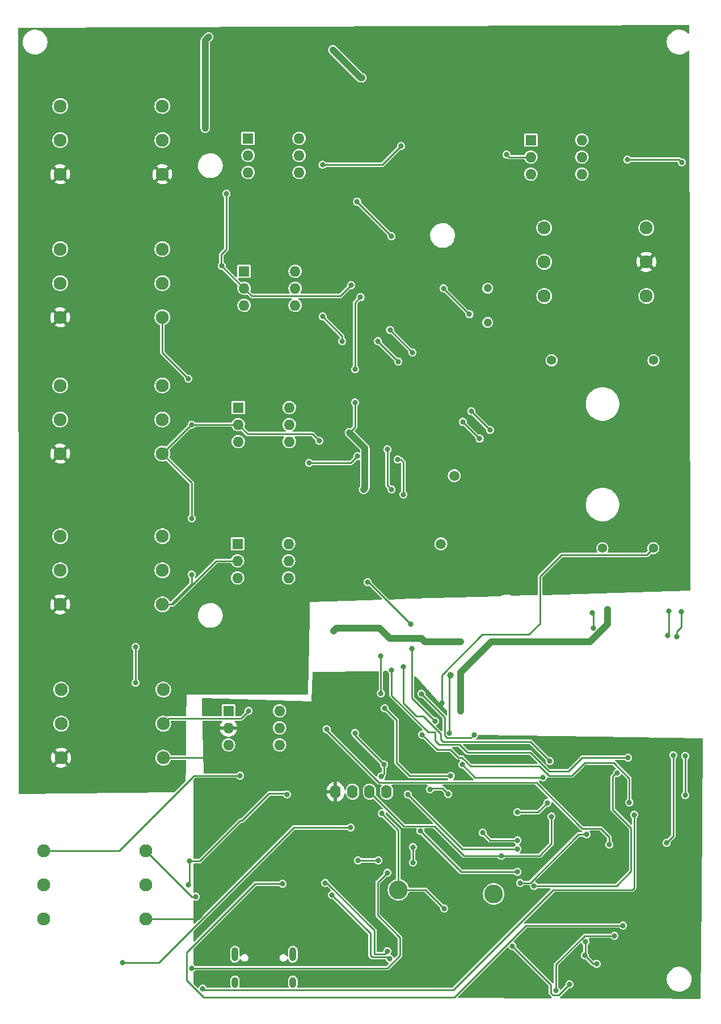
<source format=gbr>
%TF.GenerationSoftware,KiCad,Pcbnew,(6.0.5)*%
%TF.CreationDate,2022-06-11T16:02:26+01:00*%
%TF.ProjectId,heating-controller-esp32,68656174-696e-4672-9d63-6f6e74726f6c,rev?*%
%TF.SameCoordinates,Original*%
%TF.FileFunction,Copper,L2,Bot*%
%TF.FilePolarity,Positive*%
%FSLAX46Y46*%
G04 Gerber Fmt 4.6, Leading zero omitted, Abs format (unit mm)*
G04 Created by KiCad (PCBNEW (6.0.5)) date 2022-06-11 16:02:26*
%MOMM*%
%LPD*%
G01*
G04 APERTURE LIST*
%TA.AperFunction,ComponentPad*%
%ADD10C,1.950000*%
%TD*%
%TA.AperFunction,ComponentPad*%
%ADD11C,1.400000*%
%TD*%
%TA.AperFunction,ComponentPad*%
%ADD12C,2.800000*%
%TD*%
%TA.AperFunction,ComponentPad*%
%ADD13O,1.600000X2.000000*%
%TD*%
%TA.AperFunction,ComponentPad*%
%ADD14R,1.600000X1.600000*%
%TD*%
%TA.AperFunction,ComponentPad*%
%ADD15O,1.600000X1.600000*%
%TD*%
%TA.AperFunction,ComponentPad*%
%ADD16O,1.000000X2.100000*%
%TD*%
%TA.AperFunction,ComponentPad*%
%ADD17O,1.000000X1.600000*%
%TD*%
%TA.AperFunction,ComponentPad*%
%ADD18C,1.217000*%
%TD*%
%TA.AperFunction,ComponentPad*%
%ADD19C,1.515000*%
%TD*%
%TA.AperFunction,ViaPad*%
%ADD20C,1.000000*%
%TD*%
%TA.AperFunction,ViaPad*%
%ADD21C,0.800000*%
%TD*%
%TA.AperFunction,Conductor*%
%ADD22C,0.250000*%
%TD*%
%TA.AperFunction,Conductor*%
%ADD23C,1.000000*%
%TD*%
G04 APERTURE END LIST*
D10*
%TO.P,J9,1,1*%
%TO.N,/Boiler Out/Switched*%
X17222000Y-41275000D03*
%TO.P,J9,2,2*%
%TO.N,/Pump Out/Switched*%
X32462000Y-41275000D03*
%TO.P,J9,3,3*%
%TO.N,NEUT*%
X17222000Y-46355000D03*
%TO.P,J9,4,4*%
X32462000Y-46355000D03*
%TO.P,J9,5,5*%
%TO.N,Earth*%
X17222000Y-51435000D03*
%TO.P,J9,6,6*%
X32462000Y-51435000D03*
%TD*%
%TO.P,J8,1,1*%
%TO.N,/Valve Out 4/Switched*%
X17349000Y-128270000D03*
%TO.P,J8,2,2*%
%TO.N,unconnected-(J8-Pad2)*%
X32589000Y-128270000D03*
%TO.P,J8,3,3*%
%TO.N,NEUT*%
X17349000Y-133350000D03*
%TO.P,J8,4,4*%
%TO.N,/Valve_Microswitch_4*%
X32589000Y-133350000D03*
%TO.P,J8,5,5*%
%TO.N,Earth*%
X17349000Y-138430000D03*
%TO.P,J8,6,6*%
%TO.N,GND*%
X32589000Y-138430000D03*
%TD*%
%TO.P,J7,1,1*%
%TO.N,/Valve Out 3/Switched*%
X17222000Y-105410000D03*
%TO.P,J7,2,2*%
%TO.N,unconnected-(J7-Pad2)*%
X32462000Y-105410000D03*
%TO.P,J7,3,3*%
%TO.N,NEUT*%
X17222000Y-110490000D03*
%TO.P,J7,4,4*%
%TO.N,/Valve_Microswitch_3*%
X32462000Y-110490000D03*
%TO.P,J7,5,5*%
%TO.N,Earth*%
X17222000Y-115570000D03*
%TO.P,J7,6,6*%
%TO.N,GND*%
X32462000Y-115570000D03*
%TD*%
%TO.P,J6,1,1*%
%TO.N,/Valve Out 2/Switched*%
X17222000Y-82931000D03*
%TO.P,J6,2,2*%
%TO.N,unconnected-(J6-Pad2)*%
X32462000Y-82931000D03*
%TO.P,J6,3,3*%
%TO.N,NEUT*%
X17222000Y-88011000D03*
%TO.P,J6,4,4*%
%TO.N,/Valve_Microswitch_2*%
X32462000Y-88011000D03*
%TO.P,J6,5,5*%
%TO.N,Earth*%
X17222000Y-93091000D03*
%TO.P,J6,6,6*%
%TO.N,GND*%
X32462000Y-93091000D03*
%TD*%
%TO.P,J5,1,1*%
%TO.N,/Valve Out 1/Switched*%
X17222000Y-62611000D03*
%TO.P,J5,2,2*%
%TO.N,unconnected-(J5-Pad2)*%
X32462000Y-62611000D03*
%TO.P,J5,3,3*%
%TO.N,NEUT*%
X17222000Y-67691000D03*
%TO.P,J5,4,4*%
%TO.N,/Valve_Microswitch_1*%
X32462000Y-67691000D03*
%TO.P,J5,5,5*%
%TO.N,Earth*%
X17222000Y-72771000D03*
%TO.P,J5,6,6*%
%TO.N,GND*%
X32462000Y-72771000D03*
%TD*%
%TO.P,J4,1,1*%
%TO.N,NEUT*%
X104698000Y-69596000D03*
%TO.P,J4,2,2*%
%TO.N,Net-(F1-Pad1)*%
X89458000Y-69596000D03*
%TO.P,J4,3,3*%
%TO.N,Earth*%
X104698000Y-64516000D03*
%TO.P,J4,4,4*%
%TO.N,unconnected-(J4-Pad4)*%
X89458000Y-64516000D03*
%TO.P,J4,5,5*%
%TO.N,unconnected-(J4-Pad5)*%
X104698000Y-59436000D03*
%TO.P,J4,6,6*%
%TO.N,unconnected-(J4-Pad6)*%
X89458000Y-59436000D03*
%TD*%
%TO.P,J3,1,1*%
%TO.N,GND*%
X29972000Y-162433000D03*
%TO.P,J3,2,2*%
%TO.N,/DHW_Thermostat*%
X14732000Y-162433000D03*
%TO.P,J3,3,3*%
%TO.N,/Spare_Thermostat_3*%
X29972000Y-157353000D03*
%TO.P,J3,4,4*%
%TO.N,/Spare_Thermostat*%
X14732000Y-157353000D03*
%TO.P,J3,5,5*%
%TO.N,/Spare_Thermostat_4*%
X29972000Y-152273000D03*
%TO.P,J3,6,6*%
%TO.N,/Spare_Thermostat_2*%
X14732000Y-152273000D03*
%TD*%
D11*
%TO.P,PS1,1,+V*%
%TO.N,+3V3*%
X98151000Y-107197000D03*
%TO.P,PS1,2,-V*%
%TO.N,GND*%
X105751000Y-107197000D03*
%TO.P,PS1,3,AC/N*%
%TO.N,NEUT*%
X105771000Y-79197000D03*
%TO.P,PS1,4,AC/L*%
%TO.N,Net-(F2-Pad2)*%
X90571000Y-79197000D03*
%TD*%
D12*
%TO.P,TP2,1,1*%
%TO.N,/ESP32/IO32*%
X67691000Y-158115000D03*
%TD*%
%TO.P,TP1,1,1*%
%TO.N,/ESP32/IO33*%
X81915000Y-158750000D03*
%TD*%
D13*
%TO.P,Brd1,2,VCC*%
%TO.N,+3V3*%
X60850000Y-143498000D03*
%TO.P,Brd1,1,GND*%
%TO.N,GND*%
X58310000Y-143498000D03*
%TO.P,Brd1,3,SCL*%
%TO.N,/ESP32/IO33*%
X63390000Y-143498000D03*
%TO.P,Brd1,4,SDA*%
%TO.N,/ESP32/IO32*%
X65930000Y-143498000D03*
%TD*%
D14*
%TO.P,U9,1*%
%TO.N,Net-(R35-Pad2)*%
X45255000Y-46100000D03*
D15*
%TO.P,U9,2*%
%TO.N,GND*%
X45255000Y-48640000D03*
%TO.P,U9,3,NC*%
%TO.N,unconnected-(U9-Pad3)*%
X45255000Y-51180000D03*
%TO.P,U9,4*%
%TO.N,Net-(D11-Pad3)*%
X52875000Y-51180000D03*
%TO.P,U9,5,NC*%
%TO.N,unconnected-(U9-Pad5)*%
X52875000Y-48640000D03*
%TO.P,U9,6*%
%TO.N,Net-(R37-Pad1)*%
X52875000Y-46100000D03*
%TD*%
D16*
%TO.P,J11,S1,SHIELD*%
%TO.N,Net-(J11-PadS1)*%
X43305000Y-167737000D03*
D17*
X43305000Y-171917000D03*
X51945000Y-171917000D03*
D16*
X51945000Y-167737000D03*
%TD*%
D18*
%TO.P,F2,1*%
%TO.N,Net-(F1-Pad1)*%
X81026000Y-68443000D03*
%TO.P,F2,2*%
%TO.N,Net-(F2-Pad2)*%
X81026000Y-73543000D03*
%TD*%
D14*
%TO.P,U4,1*%
%TO.N,Net-(R15-Pad2)*%
X44664000Y-65913000D03*
D15*
%TO.P,U4,2*%
%TO.N,GND*%
X44664000Y-68453000D03*
%TO.P,U4,3,NC*%
%TO.N,unconnected-(U4-Pad3)*%
X44664000Y-70993000D03*
%TO.P,U4,4*%
%TO.N,Net-(D2-Pad3)*%
X52284000Y-70993000D03*
%TO.P,U4,5,NC*%
%TO.N,unconnected-(U4-Pad5)*%
X52284000Y-68453000D03*
%TO.P,U4,6*%
%TO.N,Net-(R17-Pad1)*%
X52284000Y-65913000D03*
%TD*%
D14*
%TO.P,U7,1*%
%TO.N,Net-(R21-Pad2)*%
X43683000Y-106552000D03*
D15*
%TO.P,U7,2*%
%TO.N,GND*%
X43683000Y-109092000D03*
%TO.P,U7,3,NC*%
%TO.N,unconnected-(U7-Pad3)*%
X43683000Y-111632000D03*
%TO.P,U7,4*%
%TO.N,Net-(D4-Pad3)*%
X51303000Y-111632000D03*
%TO.P,U7,5,NC*%
%TO.N,unconnected-(U7-Pad5)*%
X51303000Y-109092000D03*
%TO.P,U7,6*%
%TO.N,Net-(R27-Pad1)*%
X51303000Y-106552000D03*
%TD*%
D19*
%TO.P,F1,1*%
%TO.N,Net-(F1-Pad1)*%
X74041000Y-106553000D03*
%TO.P,F1,2*%
%TO.N,LINE*%
X76041000Y-96393000D03*
%TD*%
D14*
%TO.P,U10,1*%
%TO.N,Net-(R38-Pad2)*%
X87463000Y-46355000D03*
D15*
%TO.P,U10,2*%
%TO.N,GND*%
X87463000Y-48895000D03*
%TO.P,U10,3,NC*%
%TO.N,unconnected-(U10-Pad3)*%
X87463000Y-51435000D03*
%TO.P,U10,4*%
%TO.N,Net-(D12-Pad3)*%
X95083000Y-51435000D03*
%TO.P,U10,5,NC*%
%TO.N,unconnected-(U10-Pad5)*%
X95083000Y-48895000D03*
%TO.P,U10,6*%
%TO.N,Net-(R40-Pad1)*%
X95083000Y-46355000D03*
%TD*%
D14*
%TO.P,U8,1*%
%TO.N,Net-(R28-Pad2)*%
X42334000Y-131444000D03*
D15*
%TO.P,U8,2*%
%TO.N,GND*%
X42334000Y-133984000D03*
%TO.P,U8,3,NC*%
%TO.N,unconnected-(U8-Pad3)*%
X42334000Y-136524000D03*
%TO.P,U8,4*%
%TO.N,Net-(D6-Pad3)*%
X49954000Y-136524000D03*
%TO.P,U8,5,NC*%
%TO.N,unconnected-(U8-Pad5)*%
X49954000Y-133984000D03*
%TO.P,U8,6*%
%TO.N,Net-(R30-Pad1)*%
X49954000Y-131444000D03*
%TD*%
D14*
%TO.P,U6,1*%
%TO.N,Net-(R18-Pad2)*%
X43784000Y-86233000D03*
D15*
%TO.P,U6,2*%
%TO.N,GND*%
X43784000Y-88773000D03*
%TO.P,U6,3,NC*%
%TO.N,unconnected-(U6-Pad3)*%
X43784000Y-91313000D03*
%TO.P,U6,4*%
%TO.N,Net-(D3-Pad3)*%
X51404000Y-91313000D03*
%TO.P,U6,5,NC*%
%TO.N,unconnected-(U6-Pad5)*%
X51404000Y-88773000D03*
%TO.P,U6,6*%
%TO.N,Net-(R20-Pad1)*%
X51404000Y-86233000D03*
%TD*%
D20*
%TO.N,/ESP32/IO12*%
X75438000Y-126111000D03*
%TO.N,NEUT*%
X39370000Y-30988000D03*
X38862000Y-44577000D03*
D21*
%TO.N,GND*%
X93662500Y-149161500D03*
%TO.N,/Spare_Thermostat_4*%
X37465000Y-159131000D03*
%TO.N,+3V3*%
X36322000Y-157353000D03*
%TO.N,/ESP32/IO35*%
X36830000Y-169799000D03*
X66040000Y-155575000D03*
%TO.N,/ESP32/IO34*%
X69850000Y-154051000D03*
X69850000Y-151765000D03*
X60579000Y-148844000D03*
%TO.N,/ESP32/IO32*%
X65214500Y-146748500D03*
%TO.N,/ESP32/IO34*%
X26515500Y-168973500D03*
%TO.N,+3V3*%
X72390000Y-143129000D03*
%TO.N,GND*%
X74168000Y-130302000D03*
X80264000Y-167513000D03*
%TO.N,+3V3*%
X51054000Y-143891000D03*
X36515000Y-153858000D03*
X75120500Y-143827500D03*
%TO.N,/ESP32/IO32*%
X74549000Y-160909000D03*
%TO.N,GND*%
X55880000Y-91186000D03*
%TO.N,/ESP32/IO17*%
X101854000Y-49276000D03*
X109982000Y-49657000D03*
%TO.N,GND*%
X83820000Y-48514000D03*
X68072000Y-47244000D03*
X56370511Y-50055489D03*
X60629750Y-67995750D03*
X41318500Y-65107500D03*
X42037000Y-54356000D03*
%TO.N,/Boiler Out/Trigger*%
X78295500Y-72326500D03*
X74422000Y-68453000D03*
%TO.N,/ESP32/IO22*%
X81366561Y-89575439D03*
X78572561Y-86781439D03*
%TO.N,/ESP32/IO12*%
X79819500Y-90868500D03*
X77302202Y-88351202D03*
%TO.N,/ESP32/IO22*%
X69809561Y-78018439D03*
%TO.N,/ESP32/IO12*%
X67691000Y-79375000D03*
X64643000Y-76327000D03*
%TO.N,/ESP32/IO22*%
X66444061Y-74652939D03*
%TO.N,/Boiler Out/Trigger*%
X66675000Y-60706000D03*
X61531500Y-55562500D03*
%TO.N,+3V3*%
X61214000Y-80518000D03*
X62039500Y-69786500D03*
X61214000Y-85471000D03*
X60388500Y-89979500D03*
X62484000Y-98425000D03*
X64960500Y-119189500D03*
X58039000Y-119507000D03*
%TO.N,/ESP32/IO14*%
X69532500Y-118554500D03*
X69723000Y-122174000D03*
D20*
%TO.N,+3V3*%
X76962000Y-121158000D03*
X81788000Y-121158000D03*
X76962000Y-131445000D03*
X98933000Y-116332000D03*
D21*
%TO.N,/ESP32/DTR*%
X50419000Y-157226000D03*
X101219000Y-163449000D03*
%TO.N,+3V3*%
X93218000Y-172212000D03*
X84709000Y-166497000D03*
X64706500Y-153733500D03*
X61658500Y-153733500D03*
%TO.N,/ESP32/IO26*%
X65087500Y-128841500D03*
X65087500Y-123253500D03*
%TO.N,/ESP32/IO23*%
X66040000Y-92456000D03*
X66675000Y-98425000D03*
X66675000Y-125349000D03*
X101981000Y-138430000D03*
%TO.N,GND*%
X100139500Y-137223500D03*
%TO.N,/ESP32/IO19*%
X71247000Y-135001000D03*
X102171500Y-145097500D03*
%TO.N,/ESP32/IO26*%
X85471000Y-146558000D03*
X89916000Y-145161000D03*
X89281000Y-141351000D03*
X77216000Y-139446000D03*
X78994000Y-135001000D03*
X71120000Y-128905000D03*
%TO.N,/ESP32/IO14*%
X63119000Y-112268000D03*
X73152000Y-132969000D03*
X69088000Y-143891000D03*
X85471000Y-152019000D03*
%TO.N,/ESP32/IO27*%
X85471000Y-150749000D03*
X80264000Y-149606000D03*
X75501500Y-141160500D03*
X65659000Y-131064000D03*
%TO.N,GND*%
X66675000Y-134239000D03*
%TO.N,+3V3*%
X61214000Y-134747000D03*
X65532000Y-139446000D03*
X65151000Y-141224000D03*
%TO.N,/ESP32/IO15*%
X56974000Y-134179000D03*
X99187000Y-151384000D03*
%TO.N,/ESP32/IO33*%
X90551000Y-147193000D03*
X83058000Y-153035000D03*
%TO.N,/ESP32/IO12*%
X85471000Y-155448000D03*
X70993000Y-149352000D03*
X75311000Y-134747000D03*
X59309000Y-76327000D03*
X56388000Y-72644000D03*
%TO.N,GND*%
X36830000Y-88773000D03*
X36322000Y-81915000D03*
X36830000Y-111125000D03*
X36830000Y-102743000D03*
%TO.N,/Valve_Microswitch_2*%
X61595000Y-93472000D03*
X54356000Y-94488000D03*
%TO.N,/ESP32/IO13*%
X67564000Y-93980000D03*
X68453000Y-99187000D03*
X68453000Y-124841000D03*
X90297000Y-138938000D03*
%TO.N,GND*%
X94932500Y-147764500D03*
X95821500Y-139890500D03*
%TO.N,/ESP32/ESP_RXD*%
X85852000Y-157099000D03*
X95758000Y-149860000D03*
%TO.N,/ESP32/ESP_TXD*%
X100330000Y-140716000D03*
X87947500Y-157543500D03*
%TO.N,/ESP32/IO18*%
X102870000Y-146939000D03*
X38481000Y-172847000D03*
%TO.N,GND*%
X40513000Y-150368000D03*
X39878000Y-138430000D03*
X46228000Y-144907000D03*
X52006500Y-154749500D03*
X42862500Y-164782500D03*
X41454000Y-163120000D03*
%TO.N,/Spare_Thermostat_2*%
X44069000Y-141097000D03*
%TO.N,GND*%
X84328000Y-136779000D03*
%TO.N,/ESP32/ESP_TXD*%
X66421000Y-168402000D03*
%TO.N,/ESP32/ESP_RXD*%
X66040000Y-167259000D03*
%TO.N,/ESP32/ESP_TXD*%
X57785000Y-158877000D03*
%TO.N,/ESP32/ESP_RXD*%
X56769000Y-157099000D03*
%TO.N,/ESP32/RTS*%
X91186000Y-173101000D03*
X99949000Y-164973000D03*
%TO.N,/ESP32/GPIO_0*%
X95631000Y-165862000D03*
%TO.N,/Boiler Out/Trigger*%
X107696000Y-151130000D03*
X108712000Y-138049000D03*
X107886500Y-120205500D03*
X108077000Y-116586000D03*
%TO.N,GND*%
X28448000Y-127254000D03*
X28448000Y-121920000D03*
%TO.N,/Valve_Microswitch_4*%
X45339000Y-131445000D03*
%TO.N,GND*%
X59116000Y-131130000D03*
X51816000Y-135128000D03*
X87730480Y-170714520D03*
%TO.N,/ESP32/GPIO_0*%
X95504000Y-167894000D03*
X97282000Y-169164000D03*
D20*
%TO.N,GND*%
X107823000Y-162306000D03*
%TO.N,/Pump Out/Switched*%
X57912000Y-32893000D03*
X62230000Y-37084000D03*
D21*
%TO.N,/ESP32/IO17*%
X110490000Y-144018000D03*
X110490000Y-138176000D03*
X109220000Y-120396000D03*
X109918500Y-116649500D03*
%TO.N,/ESP32/IO22*%
X96647000Y-116840000D03*
X96774000Y-119126000D03*
%TO.N,GND*%
X59118500Y-146494500D03*
X76353520Y-171550480D03*
X57479000Y-172010000D03*
X53975000Y-166243000D03*
X53276000Y-161862000D03*
X58114000Y-165660000D03*
X56971000Y-168454000D03*
X90678000Y-152146000D03*
X77089000Y-146177000D03*
X79375000Y-146177000D03*
X82195520Y-146150480D03*
X76962000Y-137668000D03*
X76708000Y-140716000D03*
%TD*%
D22*
%TO.N,GND*%
X80200500Y-120078500D02*
X74168000Y-126111000D01*
X88836500Y-118427500D02*
X87185500Y-120078500D01*
X92057489Y-108221511D02*
X88836500Y-111442500D01*
X104726489Y-108221511D02*
X92057489Y-108221511D01*
X74168000Y-126111000D02*
X74168000Y-130302000D01*
X105751000Y-107197000D02*
X104726489Y-108221511D01*
X88836500Y-111442500D02*
X88836500Y-118427500D01*
X87185500Y-120078500D02*
X80200500Y-120078500D01*
%TO.N,/ESP32/IO34*%
X31941218Y-168973500D02*
X26515500Y-168973500D01*
D23*
%TO.N,NEUT*%
X38862000Y-31496000D02*
X39370000Y-30988000D01*
X38862000Y-44577000D02*
X38862000Y-31496000D01*
D22*
%TO.N,GND*%
X90678000Y-152146000D02*
X93662500Y-149161500D01*
%TO.N,/ESP32/IO15*%
X99187000Y-150241000D02*
X99187000Y-151384000D01*
X95114386Y-148971000D02*
X97917000Y-148971000D01*
X88392000Y-142248614D02*
X95114386Y-148971000D01*
X88392000Y-142113000D02*
X88392000Y-142248614D01*
X64770000Y-142113000D02*
X88392000Y-142113000D01*
X56974000Y-134317000D02*
X64770000Y-142113000D01*
X97917000Y-148971000D02*
X99187000Y-150241000D01*
X56974000Y-134179000D02*
X56974000Y-134317000D01*
%TO.N,/ESP32/IO35*%
X67945000Y-167902614D02*
X66048614Y-169799000D01*
X67945000Y-165227000D02*
X67945000Y-167902614D01*
X64584520Y-157030480D02*
X64584520Y-161866520D01*
X66040000Y-155575000D02*
X64584520Y-157030480D01*
X64584520Y-161866520D02*
X67945000Y-165227000D01*
X66048614Y-169799000D02*
X36830000Y-169799000D01*
%TO.N,/Spare_Thermostat_4*%
X37465000Y-159131000D02*
X36830000Y-159131000D01*
X36830000Y-159131000D02*
X29972000Y-152273000D01*
%TO.N,+3V3*%
X36515000Y-157160000D02*
X36322000Y-157353000D01*
X36515000Y-153858000D02*
X36515000Y-157160000D01*
%TO.N,/ESP32/IO34*%
X69850000Y-151765000D02*
X69850000Y-154051000D01*
%TO.N,/ESP32/IO32*%
X67691000Y-149225000D02*
X65214500Y-146748500D01*
X67691000Y-158115000D02*
X67691000Y-149225000D01*
%TO.N,/ESP32/IO34*%
X52070718Y-148844000D02*
X60579000Y-148844000D01*
X31941218Y-168973500D02*
X52070718Y-148844000D01*
%TO.N,+3V3*%
X74295000Y-143002000D02*
X72517000Y-143002000D01*
X75120500Y-143827500D02*
X74295000Y-143002000D01*
X72517000Y-143002000D02*
X72390000Y-143129000D01*
%TO.N,GND*%
X74168000Y-130302000D02*
X74168000Y-130683000D01*
X76353520Y-171423480D02*
X80264000Y-167513000D01*
X76353520Y-171550480D02*
X76353520Y-171423480D01*
%TO.N,+3V3*%
X48395614Y-143764000D02*
X50927000Y-143764000D01*
X44323000Y-147836614D02*
X48395614Y-143764000D01*
X44069000Y-147836614D02*
X44323000Y-147836614D01*
X50927000Y-143764000D02*
X51054000Y-143891000D01*
X38047614Y-153858000D02*
X44069000Y-147836614D01*
X36515000Y-153858000D02*
X38047614Y-153858000D01*
%TO.N,/ESP32/IO32*%
X71755000Y-158115000D02*
X74549000Y-160909000D01*
X67691000Y-158115000D02*
X71755000Y-158115000D01*
%TO.N,/ESP32/IO33*%
X77470000Y-153035000D02*
X83058000Y-153035000D01*
X73062489Y-148627489D02*
X77470000Y-153035000D01*
X68519489Y-148627489D02*
X73062489Y-148627489D01*
X63390000Y-143498000D02*
X68519489Y-148627489D01*
%TO.N,GND*%
X45199489Y-90188489D02*
X43784000Y-88773000D01*
X54882489Y-90188489D02*
X45199489Y-90188489D01*
X55880000Y-91186000D02*
X54882489Y-90188489D01*
%TO.N,/ESP32/IO17*%
X109601000Y-49276000D02*
X101854000Y-49276000D01*
X109982000Y-49657000D02*
X109601000Y-49276000D01*
%TO.N,GND*%
X84201000Y-48895000D02*
X83820000Y-48514000D01*
X87463000Y-48895000D02*
X84201000Y-48895000D01*
X65260511Y-50055489D02*
X68072000Y-47244000D01*
X56370511Y-50055489D02*
X65260511Y-50055489D01*
X45788511Y-69577511D02*
X44664000Y-68453000D01*
X59047989Y-69577511D02*
X45788511Y-69577511D01*
X60629750Y-67995750D02*
X59047989Y-69577511D01*
X41318500Y-65107500D02*
X44664000Y-68453000D01*
X41275000Y-65064000D02*
X41318500Y-65107500D01*
X41275000Y-63373000D02*
X41275000Y-65064000D01*
X42037000Y-62611000D02*
X41275000Y-63373000D01*
X42037000Y-54356000D02*
X42037000Y-62611000D01*
%TO.N,/Boiler Out/Trigger*%
X74422000Y-68453000D02*
X78295500Y-72326500D01*
%TO.N,/ESP32/IO12*%
X77302202Y-88351202D02*
X79819500Y-90868500D01*
%TO.N,/ESP32/IO22*%
X78572561Y-86781439D02*
X81366561Y-89575439D01*
X66444061Y-74652939D02*
X69809561Y-78018439D01*
%TO.N,/ESP32/IO12*%
X64643000Y-76327000D02*
X67691000Y-79375000D01*
%TO.N,/Boiler Out/Trigger*%
X61531500Y-55562500D02*
X66675000Y-60706000D01*
%TO.N,+3V3*%
X61214000Y-80518000D02*
X61214000Y-70612000D01*
X61214000Y-70612000D02*
X62039500Y-69786500D01*
X61214000Y-89154000D02*
X61214000Y-85471000D01*
X60388500Y-89979500D02*
X61214000Y-89154000D01*
D23*
X62694511Y-92285511D02*
X60388500Y-89979500D01*
X62694511Y-98214489D02*
X62694511Y-92285511D01*
X62484000Y-98425000D02*
X62694511Y-98214489D01*
X64960500Y-119189500D02*
X64897000Y-119126000D01*
X58420000Y-119126000D02*
X58039000Y-119507000D01*
X64897000Y-119126000D02*
X58420000Y-119126000D01*
X66421000Y-120650000D02*
X64960500Y-119189500D01*
X71120000Y-120650000D02*
X66421000Y-120650000D01*
D22*
%TO.N,/ESP32/IO14*%
X69532500Y-118554500D02*
X63246000Y-112268000D01*
D23*
%TO.N,+3V3*%
X71628000Y-121158000D02*
X71120000Y-120650000D01*
X76962000Y-121158000D02*
X71628000Y-121158000D01*
X81788000Y-121158000D02*
X81534000Y-121158000D01*
X76962000Y-125730000D02*
X76962000Y-131445000D01*
X81534000Y-121158000D02*
X76962000Y-125730000D01*
X96296944Y-121158000D02*
X81788000Y-121158000D01*
X98933000Y-118521944D02*
X96296944Y-121158000D01*
X98933000Y-116332000D02*
X98933000Y-118521944D01*
D22*
%TO.N,/ESP32/DTR*%
X46323386Y-157226000D02*
X50419000Y-157226000D01*
X36068000Y-167481386D02*
X46323386Y-157226000D01*
X36068000Y-171577000D02*
X36068000Y-167481386D01*
X38608000Y-174117000D02*
X36068000Y-171577000D01*
X76064386Y-174117000D02*
X38608000Y-174117000D01*
X101219000Y-163449000D02*
X86732386Y-163449000D01*
X86732386Y-163449000D02*
X76064386Y-174117000D01*
%TO.N,+3V3*%
X90767511Y-173825511D02*
X91604489Y-173825511D01*
X90461489Y-173519489D02*
X90767511Y-173825511D01*
X91604489Y-173825511D02*
X93218000Y-172212000D01*
X90461489Y-172249489D02*
X90461489Y-173519489D01*
X84709000Y-166497000D02*
X90461489Y-172249489D01*
X61658500Y-153733500D02*
X64706500Y-153733500D01*
%TO.N,/ESP32/IO26*%
X65087500Y-123253500D02*
X65087500Y-128841500D01*
%TO.N,/ESP32/IO23*%
X66675000Y-98425000D02*
X66040000Y-97790000D01*
X66040000Y-97790000D02*
X66040000Y-92456000D01*
X66675000Y-129159717D02*
X66675000Y-125349000D01*
X72144615Y-134629332D02*
X66675000Y-129159717D01*
X73152000Y-134629332D02*
X72144615Y-134629332D01*
X73152000Y-135890000D02*
X73152000Y-134629332D01*
%TO.N,/ESP32/IO13*%
X68453000Y-130302000D02*
X68453000Y-124841000D01*
X70421500Y-132270500D02*
X68453000Y-130302000D01*
X74041000Y-134882614D02*
X71428886Y-132270500D01*
X74041000Y-135710978D02*
X74041000Y-134882614D01*
X71428886Y-132270500D02*
X70421500Y-132270500D01*
X74384511Y-136054489D02*
X74041000Y-135710978D01*
X87413489Y-136054489D02*
X74384511Y-136054489D01*
X90297000Y-138938000D02*
X87413489Y-136054489D01*
%TO.N,/ESP32/IO23*%
X87376718Y-137668000D02*
X77986614Y-137668000D01*
X90170718Y-140462000D02*
X87376718Y-137668000D01*
X77986614Y-137668000D02*
X76822623Y-136504009D01*
X76822623Y-136504009D02*
X73766009Y-136504009D01*
X95123000Y-138430000D02*
X93091000Y-140462000D01*
X73766009Y-136504009D02*
X73152000Y-135890000D01*
X101981000Y-138430000D02*
X95123000Y-138430000D01*
X93091000Y-140462000D02*
X90170718Y-140462000D01*
%TO.N,/ESP32/IO19*%
X73473807Y-137227807D02*
X71247000Y-135001000D01*
X75497193Y-137227807D02*
X73473807Y-137227807D01*
X76661897Y-138392511D02*
X75497193Y-137227807D01*
X77187125Y-138392511D02*
X76661897Y-138392511D01*
X78494614Y-139700000D02*
X77187125Y-138392511D01*
X90170000Y-141097000D02*
X88773000Y-139700000D01*
X93590386Y-141097000D02*
X90170000Y-141097000D01*
X99804603Y-139165989D02*
X95521397Y-139165989D01*
X102171500Y-141532886D02*
X99804603Y-139165989D01*
X88773000Y-139700000D02*
X78494614Y-139700000D01*
X102171500Y-145097500D02*
X102171500Y-141532886D01*
X95521397Y-139165989D02*
X93590386Y-141097000D01*
%TO.N,/ESP32/IO27*%
X69405500Y-141160500D02*
X75501500Y-141160500D01*
X67437000Y-139192000D02*
X69405500Y-141160500D01*
X67437000Y-132842000D02*
X67437000Y-139192000D01*
X65659000Y-131064000D02*
X67437000Y-132842000D01*
%TO.N,/ESP32/IO26*%
X88519000Y-146558000D02*
X85471000Y-146558000D01*
X89916000Y-145161000D02*
X88519000Y-146558000D01*
X79121000Y-141351000D02*
X89281000Y-141351000D01*
X77216000Y-139446000D02*
X79121000Y-141351000D01*
X74923542Y-135471511D02*
X78523489Y-135471511D01*
X74586489Y-135134458D02*
X74923542Y-135471511D01*
X78523489Y-135471511D02*
X78994000Y-135001000D01*
X74586489Y-132371489D02*
X74586489Y-135134458D01*
X71120000Y-128905000D02*
X74586489Y-132371489D01*
%TO.N,/ESP32/IO14*%
X69723000Y-129540000D02*
X69723000Y-122174000D01*
X63246000Y-112268000D02*
X63119000Y-112268000D01*
X73152000Y-132969000D02*
X69723000Y-129540000D01*
X77216000Y-152019000D02*
X69088000Y-143891000D01*
X85471000Y-152019000D02*
X77216000Y-152019000D01*
%TO.N,/ESP32/IO27*%
X81407000Y-150749000D02*
X85471000Y-150749000D01*
X80264000Y-149606000D02*
X81407000Y-150749000D01*
%TO.N,GND*%
X66675000Y-134239000D02*
X62225000Y-134239000D01*
X62225000Y-134239000D02*
X59116000Y-131130000D01*
%TO.N,+3V3*%
X65532000Y-139446000D02*
X61214000Y-135128000D01*
X61214000Y-135128000D02*
X61214000Y-134747000D01*
X65151000Y-141224000D02*
X65532000Y-140843000D01*
X65532000Y-140843000D02*
X65532000Y-139446000D01*
%TO.N,/ESP32/IO33*%
X88900000Y-152899386D02*
X90551000Y-151248386D01*
X88900000Y-153035000D02*
X88900000Y-152899386D01*
X83058000Y-153035000D02*
X88900000Y-153035000D01*
X90551000Y-151248386D02*
X90551000Y-147193000D01*
%TO.N,/ESP32/IO12*%
X77089000Y-155448000D02*
X70993000Y-149352000D01*
X85471000Y-155448000D02*
X77089000Y-155448000D01*
X75311000Y-126111000D02*
X75311000Y-134747000D01*
X56388000Y-72644000D02*
X59309000Y-75565000D01*
X59309000Y-75565000D02*
X59309000Y-76327000D01*
%TO.N,GND*%
X36830000Y-88773000D02*
X36780000Y-88773000D01*
X32462000Y-78055000D02*
X36322000Y-81915000D01*
X32462000Y-72771000D02*
X32462000Y-78055000D01*
X36830000Y-111125000D02*
X36830000Y-112522000D01*
%TO.N,/Valve_Microswitch_2*%
X60579000Y-94488000D02*
X61595000Y-93472000D01*
X54356000Y-94488000D02*
X60579000Y-94488000D01*
%TO.N,GND*%
X36830000Y-97459000D02*
X36830000Y-102743000D01*
X32462000Y-93091000D02*
X36830000Y-97459000D01*
X33782000Y-115570000D02*
X34036000Y-115570000D01*
X32462000Y-115570000D02*
X33782000Y-115570000D01*
X36830000Y-112522000D02*
X33782000Y-115570000D01*
X43784000Y-88773000D02*
X36830000Y-88773000D01*
X36780000Y-88773000D02*
X32462000Y-93091000D01*
%TO.N,/ESP32/IO13*%
X68072000Y-93980000D02*
X67564000Y-93980000D01*
X68453000Y-94361000D02*
X68072000Y-93980000D01*
X68453000Y-99187000D02*
X68453000Y-94361000D01*
%TO.N,/ESP32/ESP_RXD*%
X87367386Y-157099000D02*
X85852000Y-157099000D01*
X94606386Y-149860000D02*
X87367386Y-157099000D01*
X95758000Y-149860000D02*
X94606386Y-149860000D01*
%TO.N,/ESP32/ESP_TXD*%
X99695000Y-141224000D02*
X100203000Y-140716000D01*
X102420480Y-148902480D02*
X99695000Y-146177000D01*
X99695000Y-146177000D02*
X99695000Y-141224000D01*
X102420480Y-155389520D02*
X102420480Y-148902480D01*
X100203000Y-140716000D02*
X100330000Y-140716000D01*
X100266500Y-157543500D02*
X102420480Y-155389520D01*
X87947500Y-157543500D02*
X100266500Y-157543500D01*
%TO.N,/ESP32/IO18*%
X102616000Y-158115000D02*
X102870000Y-157861000D01*
X102870000Y-157861000D02*
X102870000Y-146939000D01*
X75887094Y-173041520D02*
X90813614Y-158115000D01*
X38481000Y-172847000D02*
X38675520Y-173041520D01*
X38675520Y-173041520D02*
X75887094Y-173041520D01*
X90813614Y-158115000D02*
X102616000Y-158115000D01*
%TO.N,GND*%
X32589000Y-138430000D02*
X39878000Y-138430000D01*
X37846000Y-162433000D02*
X38354000Y-161925000D01*
X29972000Y-162433000D02*
X37846000Y-162433000D01*
%TO.N,/Spare_Thermostat_2*%
X26035000Y-152273000D02*
X14732000Y-152273000D01*
X37211000Y-141097000D02*
X26035000Y-152273000D01*
X44069000Y-141097000D02*
X37211000Y-141097000D01*
%TO.N,/ESP32/ESP_TXD*%
X66167000Y-168148000D02*
X66421000Y-168402000D01*
X63754000Y-168148000D02*
X66167000Y-168148000D01*
X63500000Y-164592000D02*
X63500000Y-167894000D01*
X63500000Y-167894000D02*
X63754000Y-168148000D01*
X57785000Y-158877000D02*
X63500000Y-164592000D01*
%TO.N,/ESP32/ESP_RXD*%
X65600520Y-167698480D02*
X66040000Y-167259000D01*
X64135000Y-167698480D02*
X65600520Y-167698480D01*
X57031614Y-157099000D02*
X64135000Y-164202386D01*
X64135000Y-164202386D02*
X64135000Y-167698480D01*
X56769000Y-157099000D02*
X57031614Y-157099000D01*
%TO.N,/ESP32/RTS*%
X91186000Y-169282386D02*
X91186000Y-173101000D01*
X95495386Y-164973000D02*
X91186000Y-169282386D01*
X99949000Y-164973000D02*
X95495386Y-164973000D01*
%TO.N,/ESP32/GPIO_0*%
X95631000Y-167767000D02*
X95504000Y-167894000D01*
X95631000Y-165862000D02*
X95631000Y-167767000D01*
%TO.N,/Boiler Out/Trigger*%
X108712000Y-150114000D02*
X107696000Y-151130000D01*
X108712000Y-138049000D02*
X108712000Y-150114000D01*
X108077000Y-120015000D02*
X107886500Y-120205500D01*
X108077000Y-116586000D02*
X108077000Y-120015000D01*
%TO.N,GND*%
X28448000Y-127254000D02*
X28448000Y-121920000D01*
X40514000Y-109092000D02*
X43683000Y-109092000D01*
X34036000Y-115570000D02*
X40514000Y-109092000D01*
%TO.N,/Valve_Microswitch_4*%
X33370489Y-132568511D02*
X32589000Y-133350000D01*
X44215489Y-132568511D02*
X33370489Y-132568511D01*
X45339000Y-131445000D02*
X44215489Y-132568511D01*
%TO.N,/ESP32/GPIO_0*%
X96774000Y-169164000D02*
X95504000Y-167894000D01*
X97282000Y-169164000D02*
X96774000Y-169164000D01*
D23*
%TO.N,/Pump Out/Switched*%
X62103000Y-37084000D02*
X57912000Y-32893000D01*
X62230000Y-37084000D02*
X62103000Y-37084000D01*
D22*
%TO.N,/ESP32/IO17*%
X110490000Y-138176000D02*
X110490000Y-144018000D01*
X109220000Y-119634000D02*
X109220000Y-120396000D01*
X109918500Y-116649500D02*
X109918500Y-118935500D01*
X109918500Y-118935500D02*
X109220000Y-119634000D01*
%TO.N,/ESP32/IO22*%
X96774000Y-116967000D02*
X96647000Y-116840000D01*
X96774000Y-119126000D02*
X96774000Y-116967000D01*
%TD*%
%TA.AperFunction,Conductor*%
%TO.N,GND*%
G36*
X97157072Y-135277528D02*
G01*
X113031600Y-135507186D01*
X113099424Y-135528172D01*
X113145136Y-135582494D01*
X113155771Y-135634406D01*
X112925008Y-159172211D01*
X112777227Y-174245816D01*
X112756558Y-174313738D01*
X112702449Y-174359702D01*
X112650810Y-174370580D01*
X104348442Y-174342720D01*
X91894887Y-174300929D01*
X91826834Y-174280699D01*
X91780521Y-174226887D01*
X91770653Y-174156580D01*
X91800363Y-174092098D01*
X91809828Y-174082813D01*
X91816944Y-174078705D01*
X91841174Y-174049828D01*
X91848600Y-174041726D01*
X93045617Y-172844709D01*
X93107929Y-172810683D01*
X93151157Y-172808882D01*
X93218000Y-172817682D01*
X93226188Y-172816604D01*
X93366574Y-172798122D01*
X93374762Y-172797044D01*
X93520841Y-172736536D01*
X93646282Y-172640282D01*
X93742536Y-172514841D01*
X93803044Y-172368762D01*
X93823682Y-172212000D01*
X93803044Y-172055238D01*
X93742536Y-171909159D01*
X93646282Y-171783718D01*
X93520841Y-171687464D01*
X93374762Y-171626956D01*
X93218000Y-171606318D01*
X93061238Y-171626956D01*
X92915159Y-171687464D01*
X92789718Y-171783718D01*
X92693464Y-171909159D01*
X92632956Y-172055238D01*
X92612318Y-172212000D01*
X92619848Y-172269192D01*
X92621118Y-172278842D01*
X92610179Y-172348990D01*
X92585291Y-172384383D01*
X91978241Y-172991433D01*
X91915929Y-173025459D01*
X91845114Y-173020394D01*
X91788278Y-172977847D01*
X91771799Y-172943925D01*
X91771044Y-172944238D01*
X91770914Y-172943925D01*
X91710536Y-172798159D01*
X91614282Y-172672718D01*
X91560796Y-172631677D01*
X91518929Y-172574339D01*
X91511500Y-172531714D01*
X91511500Y-171492095D01*
X107746028Y-171492095D01*
X107771534Y-171759431D01*
X107772619Y-171763865D01*
X107772620Y-171763871D01*
X107823813Y-171973079D01*
X107835364Y-172020285D01*
X107837076Y-172024511D01*
X107837077Y-172024515D01*
X107870595Y-172107266D01*
X107936182Y-172269192D01*
X108071875Y-172500938D01*
X108111473Y-172550453D01*
X108204952Y-172667342D01*
X108239601Y-172710669D01*
X108435846Y-172893991D01*
X108528039Y-172957948D01*
X108652746Y-173044461D01*
X108652751Y-173044464D01*
X108656499Y-173047064D01*
X108660584Y-173049096D01*
X108660587Y-173049098D01*
X108764915Y-173101000D01*
X108896938Y-173166680D01*
X108901272Y-173168101D01*
X108901275Y-173168102D01*
X109147793Y-173248915D01*
X109147798Y-173248916D01*
X109152126Y-173250335D01*
X109156617Y-173251115D01*
X109156618Y-173251115D01*
X109412936Y-173295620D01*
X109412944Y-173295621D01*
X109416717Y-173296276D01*
X109420554Y-173296467D01*
X109499996Y-173300422D01*
X109500004Y-173300422D01*
X109501567Y-173300500D01*
X109669223Y-173300500D01*
X109671491Y-173300335D01*
X109671503Y-173300335D01*
X109801823Y-173290879D01*
X109868846Y-173286016D01*
X109873301Y-173285032D01*
X109873304Y-173285032D01*
X110126620Y-173229105D01*
X110126624Y-173229104D01*
X110131080Y-173228120D01*
X110298617Y-173164646D01*
X110377941Y-173134593D01*
X110377944Y-173134592D01*
X110382211Y-173132975D01*
X110616976Y-173002574D01*
X110759254Y-172893991D01*
X110826833Y-172842417D01*
X110826837Y-172842413D01*
X110830458Y-172839650D01*
X111018185Y-172647614D01*
X111093660Y-172543923D01*
X111173538Y-172434183D01*
X111173540Y-172434180D01*
X111176225Y-172430491D01*
X111264198Y-172263281D01*
X111299140Y-172196868D01*
X111299143Y-172196862D01*
X111301265Y-172192828D01*
X111309476Y-172169578D01*
X111389165Y-171943916D01*
X111389165Y-171943915D01*
X111390688Y-171939603D01*
X111420123Y-171790264D01*
X111441739Y-171680594D01*
X111441740Y-171680588D01*
X111442620Y-171676122D01*
X111446095Y-171606318D01*
X111455745Y-171412474D01*
X111455745Y-171412468D01*
X111455972Y-171407905D01*
X111430466Y-171140569D01*
X111406497Y-171042612D01*
X111367721Y-170884149D01*
X111366636Y-170879715D01*
X111265818Y-170630808D01*
X111130125Y-170399062D01*
X111019211Y-170260371D01*
X110965251Y-170192897D01*
X110965250Y-170192895D01*
X110962399Y-170189331D01*
X110766154Y-170006009D01*
X110606436Y-169895208D01*
X110549254Y-169855539D01*
X110549249Y-169855536D01*
X110545501Y-169852936D01*
X110541416Y-169850904D01*
X110541413Y-169850902D01*
X110369560Y-169765407D01*
X110305062Y-169733320D01*
X110300728Y-169731899D01*
X110300725Y-169731898D01*
X110054207Y-169651085D01*
X110054202Y-169651084D01*
X110049874Y-169649665D01*
X110045382Y-169648885D01*
X109789064Y-169604380D01*
X109789056Y-169604379D01*
X109785283Y-169603724D01*
X109776622Y-169603293D01*
X109702004Y-169599578D01*
X109701996Y-169599578D01*
X109700433Y-169599500D01*
X109532777Y-169599500D01*
X109530509Y-169599665D01*
X109530497Y-169599665D01*
X109400177Y-169609121D01*
X109333154Y-169613984D01*
X109328699Y-169614968D01*
X109328696Y-169614968D01*
X109075380Y-169670895D01*
X109075376Y-169670896D01*
X109070920Y-169671880D01*
X109018617Y-169691696D01*
X108824059Y-169765407D01*
X108824056Y-169765408D01*
X108819789Y-169767025D01*
X108585024Y-169897426D01*
X108581392Y-169900198D01*
X108375167Y-170057583D01*
X108375163Y-170057587D01*
X108371542Y-170060350D01*
X108368357Y-170063608D01*
X108368356Y-170063609D01*
X108355319Y-170076945D01*
X108183815Y-170252386D01*
X108025775Y-170469509D01*
X108023651Y-170473547D01*
X107902860Y-170703132D01*
X107902857Y-170703138D01*
X107900735Y-170707172D01*
X107899215Y-170711477D01*
X107899213Y-170711481D01*
X107839804Y-170879715D01*
X107811312Y-170960397D01*
X107786222Y-171087694D01*
X107773873Y-171150349D01*
X107759380Y-171223878D01*
X107759153Y-171228431D01*
X107759153Y-171228434D01*
X107747814Y-171456220D01*
X107746028Y-171492095D01*
X91511500Y-171492095D01*
X91511500Y-169469402D01*
X91531502Y-169401281D01*
X91548405Y-169380307D01*
X94872780Y-166055932D01*
X94935092Y-166021906D01*
X95005907Y-166026971D01*
X95062743Y-166069518D01*
X95078284Y-166096809D01*
X95106464Y-166164841D01*
X95202718Y-166290282D01*
X95209264Y-166295305D01*
X95256204Y-166331323D01*
X95298071Y-166388661D01*
X95305500Y-166431286D01*
X95305500Y-167242053D01*
X95285498Y-167310174D01*
X95227720Y-167358461D01*
X95208792Y-167366302D01*
X95208790Y-167366303D01*
X95201159Y-167369464D01*
X95075718Y-167465718D01*
X94979464Y-167591159D01*
X94918956Y-167737238D01*
X94898318Y-167894000D01*
X94918956Y-168050762D01*
X94979464Y-168196841D01*
X95075718Y-168322282D01*
X95082264Y-168327305D01*
X95089913Y-168333174D01*
X95201159Y-168418536D01*
X95347238Y-168479044D01*
X95504000Y-168499682D01*
X95570842Y-168490882D01*
X95640989Y-168501821D01*
X95676383Y-168526709D01*
X96104389Y-168954716D01*
X96529901Y-169380228D01*
X96537327Y-169388331D01*
X96561545Y-169417194D01*
X96571088Y-169422704D01*
X96571092Y-169422707D01*
X96594179Y-169436036D01*
X96603448Y-169441940D01*
X96634316Y-169463554D01*
X96644964Y-169466407D01*
X96648135Y-169467886D01*
X96651411Y-169469078D01*
X96660955Y-169474588D01*
X96698076Y-169481134D01*
X96708783Y-169483508D01*
X96744848Y-169493171D01*
X96805470Y-169530122D01*
X96812197Y-169538170D01*
X96853718Y-169592282D01*
X96860264Y-169597305D01*
X96869484Y-169604380D01*
X96979159Y-169688536D01*
X97125238Y-169749044D01*
X97282000Y-169769682D01*
X97290188Y-169768604D01*
X97430574Y-169750122D01*
X97438762Y-169749044D01*
X97584841Y-169688536D01*
X97694516Y-169604380D01*
X97703736Y-169597305D01*
X97710282Y-169592282D01*
X97806536Y-169466841D01*
X97867044Y-169320762D01*
X97887682Y-169164000D01*
X97867044Y-169007238D01*
X97863742Y-168999265D01*
X97842351Y-168947625D01*
X97806536Y-168861159D01*
X97710282Y-168735718D01*
X97584841Y-168639464D01*
X97438762Y-168578956D01*
X97282000Y-168558318D01*
X97125238Y-168578956D01*
X96979159Y-168639464D01*
X96972608Y-168644491D01*
X96914408Y-168689149D01*
X96848187Y-168714749D01*
X96778639Y-168700484D01*
X96748609Y-168678282D01*
X96136709Y-168066383D01*
X96102684Y-168004070D01*
X96100882Y-167960840D01*
X96103267Y-167942731D01*
X96109682Y-167894000D01*
X96089044Y-167737238D01*
X96028536Y-167591159D01*
X95982536Y-167531211D01*
X95956937Y-167464992D01*
X95956500Y-167454509D01*
X95956500Y-166431286D01*
X95976502Y-166363165D01*
X96005796Y-166331323D01*
X96052736Y-166295305D01*
X96059282Y-166290282D01*
X96155536Y-166164841D01*
X96216044Y-166018762D01*
X96236682Y-165862000D01*
X96216044Y-165705238D01*
X96155536Y-165559159D01*
X96150509Y-165552608D01*
X96150507Y-165552604D01*
X96111066Y-165501203D01*
X96085466Y-165434983D01*
X96099731Y-165365434D01*
X96149332Y-165314639D01*
X96211029Y-165298500D01*
X99379714Y-165298500D01*
X99447835Y-165318502D01*
X99479677Y-165347796D01*
X99520718Y-165401282D01*
X99646159Y-165497536D01*
X99792238Y-165558044D01*
X99949000Y-165578682D01*
X99957188Y-165577604D01*
X100097574Y-165559122D01*
X100105762Y-165558044D01*
X100251841Y-165497536D01*
X100377282Y-165401282D01*
X100473536Y-165275841D01*
X100534044Y-165129762D01*
X100554682Y-164973000D01*
X100534044Y-164816238D01*
X100473536Y-164670159D01*
X100377282Y-164544718D01*
X100251841Y-164448464D01*
X100105762Y-164387956D01*
X99949000Y-164367318D01*
X99792238Y-164387956D01*
X99646159Y-164448464D01*
X99520718Y-164544718D01*
X99515695Y-164551264D01*
X99479677Y-164598204D01*
X99422339Y-164640071D01*
X99379714Y-164647500D01*
X95515099Y-164647500D01*
X95504118Y-164647021D01*
X95477556Y-164644697D01*
X95477554Y-164644697D01*
X95466579Y-164643737D01*
X95430169Y-164653492D01*
X95419462Y-164655866D01*
X95382341Y-164662412D01*
X95372798Y-164667921D01*
X95369526Y-164669112D01*
X95366353Y-164670592D01*
X95355702Y-164673446D01*
X95332174Y-164689921D01*
X95324842Y-164695055D01*
X95315571Y-164700961D01*
X95292480Y-164714293D01*
X95282931Y-164719806D01*
X95275845Y-164728251D01*
X95258701Y-164748682D01*
X95251275Y-164756785D01*
X90969785Y-169038275D01*
X90961681Y-169045702D01*
X90932806Y-169069931D01*
X90927293Y-169079480D01*
X90913961Y-169102571D01*
X90908055Y-169111842D01*
X90886446Y-169142702D01*
X90883592Y-169153352D01*
X90882115Y-169156520D01*
X90880923Y-169159796D01*
X90875412Y-169169341D01*
X90869462Y-169203085D01*
X90868870Y-169206444D01*
X90866492Y-169217171D01*
X90856736Y-169253579D01*
X90857697Y-169264564D01*
X90857697Y-169264566D01*
X90860020Y-169291114D01*
X90860500Y-169302096D01*
X90860500Y-171883984D01*
X90840498Y-171952105D01*
X90786842Y-171998598D01*
X90716568Y-172008702D01*
X90651988Y-171979208D01*
X90645405Y-171973079D01*
X85341709Y-166669383D01*
X85307683Y-166607071D01*
X85305882Y-166563842D01*
X85313604Y-166505188D01*
X85314682Y-166497000D01*
X85294044Y-166340238D01*
X85233536Y-166194159D01*
X85137282Y-166068718D01*
X85011841Y-165972464D01*
X85004212Y-165969304D01*
X85004207Y-165969301D01*
X84943809Y-165944283D01*
X84888528Y-165899735D01*
X84866108Y-165832371D01*
X84883667Y-165763580D01*
X84902933Y-165738780D01*
X86830308Y-163811405D01*
X86892620Y-163777379D01*
X86919403Y-163774500D01*
X100649714Y-163774500D01*
X100717835Y-163794502D01*
X100749677Y-163823796D01*
X100790718Y-163877282D01*
X100916159Y-163973536D01*
X101062238Y-164034044D01*
X101219000Y-164054682D01*
X101227188Y-164053604D01*
X101367574Y-164035122D01*
X101375762Y-164034044D01*
X101521841Y-163973536D01*
X101647282Y-163877282D01*
X101743536Y-163751841D01*
X101804044Y-163605762D01*
X101824682Y-163449000D01*
X101804044Y-163292238D01*
X101743536Y-163146159D01*
X101647282Y-163020718D01*
X101521841Y-162924464D01*
X101375762Y-162863956D01*
X101219000Y-162843318D01*
X101062238Y-162863956D01*
X100916159Y-162924464D01*
X100790718Y-163020718D01*
X100785695Y-163027264D01*
X100749677Y-163074204D01*
X100692339Y-163116071D01*
X100649714Y-163123500D01*
X86752099Y-163123500D01*
X86741118Y-163123021D01*
X86714556Y-163120697D01*
X86714554Y-163120697D01*
X86703579Y-163119737D01*
X86667169Y-163129492D01*
X86656462Y-163131866D01*
X86619341Y-163138412D01*
X86609797Y-163143922D01*
X86606521Y-163145114D01*
X86603350Y-163146592D01*
X86592702Y-163149446D01*
X86583672Y-163155768D01*
X86574555Y-163160020D01*
X86504364Y-163170681D01*
X86439551Y-163141701D01*
X86400694Y-163082282D01*
X86400131Y-163011287D01*
X86432210Y-162956730D01*
X90911535Y-158477405D01*
X90973847Y-158443379D01*
X91000630Y-158440500D01*
X102596290Y-158440500D01*
X102607272Y-158440980D01*
X102633820Y-158443303D01*
X102633822Y-158443303D01*
X102644807Y-158444264D01*
X102681215Y-158434508D01*
X102691942Y-158432130D01*
X102695301Y-158431538D01*
X102729045Y-158425588D01*
X102738590Y-158420077D01*
X102741866Y-158418885D01*
X102745034Y-158417408D01*
X102755684Y-158414554D01*
X102786544Y-158392945D01*
X102795815Y-158387039D01*
X102818906Y-158373707D01*
X102828455Y-158368194D01*
X102852679Y-158339325D01*
X102860106Y-158331220D01*
X103086228Y-158105099D01*
X103094332Y-158097673D01*
X103123194Y-158073455D01*
X103128704Y-158063912D01*
X103128707Y-158063908D01*
X103142036Y-158040821D01*
X103147941Y-158031551D01*
X103163232Y-158009713D01*
X103169554Y-158000684D01*
X103172407Y-157990036D01*
X103173886Y-157986865D01*
X103175078Y-157983589D01*
X103180588Y-157974045D01*
X103187134Y-157936924D01*
X103189508Y-157926217D01*
X103199263Y-157889807D01*
X103196034Y-157852892D01*
X103195979Y-157852269D01*
X103195500Y-157841288D01*
X103195500Y-151130000D01*
X107090318Y-151130000D01*
X107110956Y-151286762D01*
X107171464Y-151432841D01*
X107267718Y-151558282D01*
X107393159Y-151654536D01*
X107539238Y-151715044D01*
X107696000Y-151735682D01*
X107704188Y-151734604D01*
X107844574Y-151716122D01*
X107852762Y-151715044D01*
X107998841Y-151654536D01*
X108124282Y-151558282D01*
X108220536Y-151432841D01*
X108281044Y-151286762D01*
X108301682Y-151130000D01*
X108292882Y-151063157D01*
X108303821Y-150993010D01*
X108328709Y-150957617D01*
X108928215Y-150358111D01*
X108936319Y-150350684D01*
X108956749Y-150333541D01*
X108965194Y-150326455D01*
X108971406Y-150315695D01*
X108984039Y-150293815D01*
X108989945Y-150284544D01*
X109005230Y-150262715D01*
X109011554Y-150253684D01*
X109014408Y-150243034D01*
X109015885Y-150239866D01*
X109017077Y-150236590D01*
X109022588Y-150227045D01*
X109029130Y-150189942D01*
X109031509Y-150179210D01*
X109034750Y-150167116D01*
X109041264Y-150142807D01*
X109040191Y-150130536D01*
X109037980Y-150105272D01*
X109037500Y-150094290D01*
X109037500Y-144018000D01*
X109884318Y-144018000D01*
X109904956Y-144174762D01*
X109965464Y-144320841D01*
X109994750Y-144359007D01*
X110049363Y-144430180D01*
X110061718Y-144446282D01*
X110187159Y-144542536D01*
X110333238Y-144603044D01*
X110490000Y-144623682D01*
X110498188Y-144622604D01*
X110638574Y-144604122D01*
X110646762Y-144603044D01*
X110792841Y-144542536D01*
X110918282Y-144446282D01*
X110930638Y-144430180D01*
X110985250Y-144359007D01*
X111014536Y-144320841D01*
X111075044Y-144174762D01*
X111095682Y-144018000D01*
X111075044Y-143861238D01*
X111014536Y-143715159D01*
X110918282Y-143589718D01*
X110864796Y-143548677D01*
X110822929Y-143491339D01*
X110815500Y-143448714D01*
X110815500Y-138745286D01*
X110835502Y-138677165D01*
X110864796Y-138645323D01*
X110911736Y-138609305D01*
X110918282Y-138604282D01*
X111014536Y-138478841D01*
X111075044Y-138332762D01*
X111095682Y-138176000D01*
X111075044Y-138019238D01*
X111014536Y-137873159D01*
X110918282Y-137747718D01*
X110792841Y-137651464D01*
X110646762Y-137590956D01*
X110490000Y-137570318D01*
X110333238Y-137590956D01*
X110187159Y-137651464D01*
X110061718Y-137747718D01*
X109965464Y-137873159D01*
X109904956Y-138019238D01*
X109884318Y-138176000D01*
X109904956Y-138332762D01*
X109965464Y-138478841D01*
X110061718Y-138604282D01*
X110068264Y-138609305D01*
X110115204Y-138645323D01*
X110157071Y-138702661D01*
X110164500Y-138745286D01*
X110164500Y-143448714D01*
X110144498Y-143516835D01*
X110115204Y-143548677D01*
X110061718Y-143589718D01*
X109965464Y-143715159D01*
X109904956Y-143861238D01*
X109884318Y-144018000D01*
X109037500Y-144018000D01*
X109037500Y-138618286D01*
X109057502Y-138550165D01*
X109086796Y-138518323D01*
X109133736Y-138482305D01*
X109140282Y-138477282D01*
X109236536Y-138351841D01*
X109297044Y-138205762D01*
X109317682Y-138049000D01*
X109297044Y-137892238D01*
X109236536Y-137746159D01*
X109140282Y-137620718D01*
X109014841Y-137524464D01*
X108868762Y-137463956D01*
X108848611Y-137461303D01*
X108746713Y-137447888D01*
X108712000Y-137443318D01*
X108677287Y-137447888D01*
X108575390Y-137461303D01*
X108555238Y-137463956D01*
X108409159Y-137524464D01*
X108283718Y-137620718D01*
X108187464Y-137746159D01*
X108126956Y-137892238D01*
X108106318Y-138049000D01*
X108126956Y-138205762D01*
X108187464Y-138351841D01*
X108283718Y-138477282D01*
X108290264Y-138482305D01*
X108337204Y-138518323D01*
X108379071Y-138575661D01*
X108386500Y-138618286D01*
X108386500Y-149926984D01*
X108366498Y-149995105D01*
X108349595Y-150016079D01*
X107868383Y-150497291D01*
X107806071Y-150531317D01*
X107762843Y-150533118D01*
X107696000Y-150524318D01*
X107539238Y-150544956D01*
X107393159Y-150605464D01*
X107267718Y-150701718D01*
X107171464Y-150827159D01*
X107110956Y-150973238D01*
X107090318Y-151130000D01*
X103195500Y-151130000D01*
X103195500Y-147508286D01*
X103215502Y-147440165D01*
X103244796Y-147408323D01*
X103291736Y-147372305D01*
X103298282Y-147367282D01*
X103394536Y-147241841D01*
X103455044Y-147095762D01*
X103475682Y-146939000D01*
X103455044Y-146782238D01*
X103394536Y-146636159D01*
X103298282Y-146510718D01*
X103172841Y-146414464D01*
X103026762Y-146353956D01*
X102870000Y-146333318D01*
X102713238Y-146353956D01*
X102567159Y-146414464D01*
X102441718Y-146510718D01*
X102345464Y-146636159D01*
X102284956Y-146782238D01*
X102264318Y-146939000D01*
X102284956Y-147095762D01*
X102345464Y-147241841D01*
X102441718Y-147367282D01*
X102448264Y-147372305D01*
X102495204Y-147408323D01*
X102537071Y-147465661D01*
X102544500Y-147508286D01*
X102544500Y-148261984D01*
X102524498Y-148330105D01*
X102470842Y-148376598D01*
X102400568Y-148386702D01*
X102335988Y-148357208D01*
X102329405Y-148351079D01*
X100057405Y-146079079D01*
X100023379Y-146016767D01*
X100020500Y-145989984D01*
X100020500Y-141423208D01*
X100040502Y-141355087D01*
X100094158Y-141308594D01*
X100164432Y-141298490D01*
X100169663Y-141299563D01*
X100173238Y-141301044D01*
X100330000Y-141321682D01*
X100338188Y-141320604D01*
X100478574Y-141302122D01*
X100486762Y-141301044D01*
X100632841Y-141240536D01*
X100739375Y-141158790D01*
X100751736Y-141149305D01*
X100758282Y-141144282D01*
X100854536Y-141018841D01*
X100882716Y-140950809D01*
X100927265Y-140895528D01*
X100994628Y-140873107D01*
X101063419Y-140890665D01*
X101088220Y-140909932D01*
X101809095Y-141630807D01*
X101843121Y-141693119D01*
X101846000Y-141719902D01*
X101846000Y-144528214D01*
X101825998Y-144596335D01*
X101796704Y-144628177D01*
X101743218Y-144669218D01*
X101646964Y-144794659D01*
X101586456Y-144940738D01*
X101565818Y-145097500D01*
X101586456Y-145254262D01*
X101646964Y-145400341D01*
X101743218Y-145525782D01*
X101868659Y-145622036D01*
X102014738Y-145682544D01*
X102022926Y-145683622D01*
X102061467Y-145688696D01*
X102171500Y-145703182D01*
X102179688Y-145702104D01*
X102320074Y-145683622D01*
X102328262Y-145682544D01*
X102474341Y-145622036D01*
X102599782Y-145525782D01*
X102696036Y-145400341D01*
X102756544Y-145254262D01*
X102777182Y-145097500D01*
X102756544Y-144940738D01*
X102696036Y-144794659D01*
X102599782Y-144669218D01*
X102546296Y-144628177D01*
X102504429Y-144570839D01*
X102497000Y-144528214D01*
X102497000Y-141552596D01*
X102497480Y-141541614D01*
X102499803Y-141515066D01*
X102499803Y-141515064D01*
X102500764Y-141504079D01*
X102491008Y-141467671D01*
X102488630Y-141456944D01*
X102488038Y-141453585D01*
X102482088Y-141419841D01*
X102476577Y-141410296D01*
X102475385Y-141407020D01*
X102473908Y-141403852D01*
X102471054Y-141393202D01*
X102449445Y-141362342D01*
X102443539Y-141353071D01*
X102430207Y-141329980D01*
X102424694Y-141320431D01*
X102395817Y-141296201D01*
X102387715Y-141288775D01*
X100069535Y-138970595D01*
X100035509Y-138908283D01*
X100040574Y-138837468D01*
X100083121Y-138780632D01*
X100149641Y-138755821D01*
X100158630Y-138755500D01*
X101411714Y-138755500D01*
X101479835Y-138775502D01*
X101511677Y-138804796D01*
X101537293Y-138838179D01*
X101552718Y-138858282D01*
X101678159Y-138954536D01*
X101824238Y-139015044D01*
X101981000Y-139035682D01*
X101989188Y-139034604D01*
X102010738Y-139031767D01*
X102137762Y-139015044D01*
X102283841Y-138954536D01*
X102409282Y-138858282D01*
X102505536Y-138732841D01*
X102566044Y-138586762D01*
X102567506Y-138575661D01*
X102585604Y-138438188D01*
X102586682Y-138430000D01*
X102566044Y-138273238D01*
X102505536Y-138127159D01*
X102409282Y-138001718D01*
X102283841Y-137905464D01*
X102137762Y-137844956D01*
X101981000Y-137824318D01*
X101824238Y-137844956D01*
X101678159Y-137905464D01*
X101552718Y-138001718D01*
X101547695Y-138008264D01*
X101511677Y-138055204D01*
X101454339Y-138097071D01*
X101411714Y-138104500D01*
X95142710Y-138104500D01*
X95131728Y-138104020D01*
X95105180Y-138101697D01*
X95105178Y-138101697D01*
X95094193Y-138100736D01*
X95057785Y-138110492D01*
X95047058Y-138112870D01*
X95043699Y-138113462D01*
X95009955Y-138119412D01*
X95000410Y-138124923D01*
X94997134Y-138126115D01*
X94993966Y-138127592D01*
X94983316Y-138130446D01*
X94958587Y-138147762D01*
X94952456Y-138152055D01*
X94943185Y-138157961D01*
X94926123Y-138167812D01*
X94910545Y-138176806D01*
X94886315Y-138205682D01*
X94878889Y-138213785D01*
X92993079Y-140099595D01*
X92930767Y-140133621D01*
X92903984Y-140136500D01*
X90357734Y-140136500D01*
X90289613Y-140116498D01*
X90268639Y-140099595D01*
X89795172Y-139626128D01*
X89761146Y-139563816D01*
X89766211Y-139493001D01*
X89808758Y-139436165D01*
X89875278Y-139411354D01*
X89944652Y-139426445D01*
X89960971Y-139437070D01*
X89994159Y-139462536D01*
X90140238Y-139523044D01*
X90297000Y-139543682D01*
X90305188Y-139542604D01*
X90445574Y-139524122D01*
X90453762Y-139523044D01*
X90599841Y-139462536D01*
X90714572Y-139374500D01*
X90718736Y-139371305D01*
X90725282Y-139366282D01*
X90821536Y-139240841D01*
X90882044Y-139094762D01*
X90902682Y-138938000D01*
X90882044Y-138781238D01*
X90821536Y-138635159D01*
X90725282Y-138509718D01*
X90599841Y-138413464D01*
X90453762Y-138352956D01*
X90297000Y-138332318D01*
X90230159Y-138341118D01*
X90160011Y-138330179D01*
X90124618Y-138305291D01*
X87657599Y-135838273D01*
X87650172Y-135830169D01*
X87637949Y-135815602D01*
X87625944Y-135801295D01*
X87616395Y-135795782D01*
X87593304Y-135782450D01*
X87584033Y-135776544D01*
X87562204Y-135761259D01*
X87553173Y-135754935D01*
X87542523Y-135752081D01*
X87539355Y-135750604D01*
X87536079Y-135749412D01*
X87526534Y-135743901D01*
X87492790Y-135737951D01*
X87489431Y-135737359D01*
X87478704Y-135734981D01*
X87442296Y-135725225D01*
X87431311Y-135726186D01*
X87431309Y-135726186D01*
X87404761Y-135728509D01*
X87393779Y-135728989D01*
X79402881Y-135728989D01*
X79334760Y-135708987D01*
X79288267Y-135655331D01*
X79278163Y-135585057D01*
X79307657Y-135520477D01*
X79326177Y-135503026D01*
X79415736Y-135434305D01*
X79422282Y-135429282D01*
X79518536Y-135303841D01*
X79579044Y-135157762D01*
X79582087Y-135134647D01*
X79610808Y-135069719D01*
X79670072Y-135030626D01*
X79708831Y-135025103D01*
X97157072Y-135277528D01*
G37*
%TD.AperFunction*%
%TA.AperFunction,Conductor*%
G36*
X84083907Y-166661972D02*
G01*
X84140743Y-166704519D01*
X84156283Y-166731809D01*
X84181301Y-166792207D01*
X84181304Y-166792212D01*
X84184464Y-166799841D01*
X84280718Y-166925282D01*
X84406159Y-167021536D01*
X84552238Y-167082044D01*
X84709000Y-167102682D01*
X84775843Y-167093882D01*
X84845990Y-167104821D01*
X84881383Y-167129709D01*
X90099084Y-172347410D01*
X90133110Y-172409722D01*
X90135989Y-172436505D01*
X90135989Y-173499779D01*
X90135509Y-173510761D01*
X90132225Y-173548296D01*
X90135079Y-173558945D01*
X90141980Y-173584699D01*
X90144359Y-173595431D01*
X90150901Y-173632534D01*
X90156412Y-173642079D01*
X90157604Y-173645355D01*
X90159081Y-173648523D01*
X90161935Y-173659173D01*
X90168259Y-173668204D01*
X90183544Y-173690033D01*
X90189450Y-173699304D01*
X90202782Y-173722395D01*
X90208295Y-173731944D01*
X90216740Y-173739030D01*
X90237164Y-173756168D01*
X90245269Y-173763595D01*
X90523412Y-174041739D01*
X90530838Y-174049842D01*
X90555056Y-174078705D01*
X90555552Y-174078991D01*
X90591311Y-174132738D01*
X90592438Y-174203726D01*
X90555008Y-174264054D01*
X90490903Y-174294568D01*
X90470576Y-174296150D01*
X76695552Y-174249925D01*
X76627500Y-174229695D01*
X76581187Y-174175883D01*
X76571319Y-174105576D01*
X76601029Y-174041094D01*
X76606881Y-174034831D01*
X80218563Y-170423150D01*
X83950780Y-166690933D01*
X84013092Y-166656907D01*
X84083907Y-166661972D01*
G37*
%TD.AperFunction*%
%TA.AperFunction,Conductor*%
G36*
X66073109Y-125525532D02*
G01*
X66122322Y-125583900D01*
X66150464Y-125651841D01*
X66246718Y-125777282D01*
X66253264Y-125782305D01*
X66300204Y-125818323D01*
X66342071Y-125875661D01*
X66349500Y-125918286D01*
X66349500Y-129140007D01*
X66349020Y-129150989D01*
X66345736Y-129188524D01*
X66352668Y-129214392D01*
X66355491Y-129224927D01*
X66357870Y-129235659D01*
X66364412Y-129272762D01*
X66369923Y-129282307D01*
X66371115Y-129285583D01*
X66372592Y-129288751D01*
X66375446Y-129299401D01*
X66381770Y-129308432D01*
X66397055Y-129330261D01*
X66402961Y-129339532D01*
X66410728Y-129352984D01*
X66421806Y-129372172D01*
X66450682Y-129396402D01*
X66458785Y-129403828D01*
X71245959Y-134191002D01*
X71279985Y-134253314D01*
X71274920Y-134324129D01*
X71232373Y-134380965D01*
X71173311Y-134405019D01*
X71098426Y-134414878D01*
X71090238Y-134415956D01*
X70944159Y-134476464D01*
X70937608Y-134481491D01*
X70837700Y-134558153D01*
X70818718Y-134572718D01*
X70722464Y-134698159D01*
X70661956Y-134844238D01*
X70641318Y-135001000D01*
X70661956Y-135157762D01*
X70722464Y-135303841D01*
X70818718Y-135429282D01*
X70944159Y-135525536D01*
X70981529Y-135541015D01*
X71081668Y-135582494D01*
X71090238Y-135586044D01*
X71098426Y-135587122D01*
X71156147Y-135594721D01*
X71247000Y-135606682D01*
X71313843Y-135597882D01*
X71383990Y-135608821D01*
X71419383Y-135633709D01*
X73229696Y-137444022D01*
X73237123Y-137452126D01*
X73261352Y-137481001D01*
X73270901Y-137486514D01*
X73293992Y-137499846D01*
X73303263Y-137505752D01*
X73334123Y-137527361D01*
X73344773Y-137530215D01*
X73347941Y-137531692D01*
X73351217Y-137532884D01*
X73360762Y-137538395D01*
X73394506Y-137544345D01*
X73397865Y-137544937D01*
X73408592Y-137547315D01*
X73445000Y-137557071D01*
X73455976Y-137556111D01*
X73455979Y-137556111D01*
X73482550Y-137553786D01*
X73493531Y-137553307D01*
X75310177Y-137553307D01*
X75378298Y-137573309D01*
X75399272Y-137590212D01*
X75909795Y-138100736D01*
X76417792Y-138608733D01*
X76425218Y-138616836D01*
X76449442Y-138645705D01*
X76458985Y-138651215D01*
X76458989Y-138651218D01*
X76482076Y-138664547D01*
X76491345Y-138670451D01*
X76522213Y-138692065D01*
X76532861Y-138694918D01*
X76536032Y-138696397D01*
X76539308Y-138697589D01*
X76548852Y-138703099D01*
X76585973Y-138709645D01*
X76596680Y-138712019D01*
X76633090Y-138721774D01*
X76644065Y-138720814D01*
X76644067Y-138720814D01*
X76670628Y-138718490D01*
X76681609Y-138718011D01*
X76807119Y-138718011D01*
X76875240Y-138738013D01*
X76921733Y-138791669D01*
X76931837Y-138861943D01*
X76902343Y-138926523D01*
X76883823Y-138943974D01*
X76865940Y-138957696D01*
X76787718Y-139017718D01*
X76691464Y-139143159D01*
X76630956Y-139289238D01*
X76610318Y-139446000D01*
X76630956Y-139602762D01*
X76691464Y-139748841D01*
X76787718Y-139874282D01*
X76913159Y-139970536D01*
X77059238Y-140031044D01*
X77216000Y-140051682D01*
X77282843Y-140042882D01*
X77352990Y-140053821D01*
X77388383Y-140078709D01*
X78876889Y-141567215D01*
X78884315Y-141575318D01*
X78888670Y-141580508D01*
X78917135Y-141645548D01*
X78905918Y-141715653D01*
X78858580Y-141768565D01*
X78792149Y-141787500D01*
X76032804Y-141787500D01*
X75964683Y-141767498D01*
X75918190Y-141713842D01*
X75908086Y-141643568D01*
X75932841Y-141584796D01*
X76007951Y-141486910D01*
X76026036Y-141463341D01*
X76086544Y-141317262D01*
X76107182Y-141160500D01*
X76086544Y-141003738D01*
X76026036Y-140857659D01*
X75929782Y-140732218D01*
X75916732Y-140722204D01*
X75810892Y-140640991D01*
X75804341Y-140635964D01*
X75658262Y-140575456D01*
X75635536Y-140572464D01*
X75509688Y-140555896D01*
X75501500Y-140554818D01*
X75493312Y-140555896D01*
X75367465Y-140572464D01*
X75344738Y-140575456D01*
X75198659Y-140635964D01*
X75192108Y-140640991D01*
X75086269Y-140722204D01*
X75073218Y-140732218D01*
X75068195Y-140738764D01*
X75032177Y-140785704D01*
X74974839Y-140827571D01*
X74932214Y-140835000D01*
X69592517Y-140835000D01*
X69524396Y-140814998D01*
X69503422Y-140798095D01*
X67799405Y-139094079D01*
X67765380Y-139031767D01*
X67762500Y-139004984D01*
X67762500Y-132861710D01*
X67762980Y-132850728D01*
X67765303Y-132824180D01*
X67765303Y-132824178D01*
X67766264Y-132813193D01*
X67756508Y-132776785D01*
X67754130Y-132766058D01*
X67751084Y-132748783D01*
X67747588Y-132728955D01*
X67742077Y-132719410D01*
X67740885Y-132716134D01*
X67739408Y-132712966D01*
X67736554Y-132702316D01*
X67714945Y-132671456D01*
X67709039Y-132662185D01*
X67695707Y-132639094D01*
X67690194Y-132629545D01*
X67661317Y-132605315D01*
X67653215Y-132597889D01*
X66291709Y-131236383D01*
X66257683Y-131174071D01*
X66255882Y-131130842D01*
X66263604Y-131072188D01*
X66264682Y-131064000D01*
X66244044Y-130907238D01*
X66238190Y-130893104D01*
X66233950Y-130882869D01*
X66183536Y-130761159D01*
X66087282Y-130635718D01*
X66059585Y-130614465D01*
X65968392Y-130544491D01*
X65961841Y-130539464D01*
X65815762Y-130478956D01*
X65659000Y-130458318D01*
X65502238Y-130478956D01*
X65356159Y-130539464D01*
X65349608Y-130544491D01*
X65258416Y-130614465D01*
X65230718Y-130635718D01*
X65134464Y-130761159D01*
X65084050Y-130882869D01*
X65079811Y-130893104D01*
X65073956Y-130907238D01*
X65053318Y-131064000D01*
X65073956Y-131220762D01*
X65134464Y-131366841D01*
X65230718Y-131492282D01*
X65356159Y-131588536D01*
X65502238Y-131649044D01*
X65659000Y-131669682D01*
X65725843Y-131660882D01*
X65795990Y-131671821D01*
X65831383Y-131696709D01*
X67074595Y-132939921D01*
X67108621Y-133002233D01*
X67111500Y-133029016D01*
X67111500Y-139172290D01*
X67111020Y-139183272D01*
X67107736Y-139220807D01*
X67114860Y-139247392D01*
X67117491Y-139257210D01*
X67119870Y-139267942D01*
X67126412Y-139305045D01*
X67131923Y-139314590D01*
X67133115Y-139317866D01*
X67134592Y-139321034D01*
X67137446Y-139331684D01*
X67143770Y-139340715D01*
X67159055Y-139362544D01*
X67164961Y-139371815D01*
X67169202Y-139379160D01*
X67183806Y-139404455D01*
X67212682Y-139428685D01*
X67220785Y-139436111D01*
X69161395Y-141376722D01*
X69168821Y-141384825D01*
X69193045Y-141413694D01*
X69214817Y-141426264D01*
X69225684Y-141432538D01*
X69234952Y-141438442D01*
X69265816Y-141460053D01*
X69276462Y-141462906D01*
X69279630Y-141464383D01*
X69282907Y-141465576D01*
X69292455Y-141471088D01*
X69322008Y-141476299D01*
X69329569Y-141477632D01*
X69340303Y-141480012D01*
X69376693Y-141489763D01*
X69387669Y-141488803D01*
X69387672Y-141488803D01*
X69414231Y-141486479D01*
X69425212Y-141486000D01*
X74932214Y-141486000D01*
X75000335Y-141506002D01*
X75032177Y-141535297D01*
X75070159Y-141584797D01*
X75095759Y-141651017D01*
X75081494Y-141720566D01*
X75031892Y-141771362D01*
X74970196Y-141787500D01*
X65731029Y-141787500D01*
X65662908Y-141767498D01*
X65616415Y-141713842D01*
X65606311Y-141643568D01*
X65631066Y-141584797D01*
X65670507Y-141533396D01*
X65670509Y-141533392D01*
X65675536Y-141526841D01*
X65736044Y-141380762D01*
X65756682Y-141224000D01*
X65748266Y-141160076D01*
X65759205Y-141089929D01*
X65776668Y-141062638D01*
X65776750Y-141062540D01*
X65785194Y-141055455D01*
X65790704Y-141045912D01*
X65790707Y-141045908D01*
X65804036Y-141022821D01*
X65809941Y-141013551D01*
X65811580Y-141011211D01*
X65831554Y-140982684D01*
X65834407Y-140972036D01*
X65835886Y-140968865D01*
X65837078Y-140965589D01*
X65842588Y-140956045D01*
X65849134Y-140918924D01*
X65851508Y-140908217D01*
X65861263Y-140871807D01*
X65860026Y-140857659D01*
X65857979Y-140834269D01*
X65857500Y-140823288D01*
X65857500Y-140015286D01*
X65877502Y-139947165D01*
X65906796Y-139915323D01*
X65953736Y-139879305D01*
X65960282Y-139874282D01*
X66056536Y-139748841D01*
X66117044Y-139602762D01*
X66137682Y-139446000D01*
X66117044Y-139289238D01*
X66056536Y-139143159D01*
X65960282Y-139017718D01*
X65834841Y-138921464D01*
X65707053Y-138868532D01*
X65696391Y-138864116D01*
X65688762Y-138860956D01*
X65646568Y-138855401D01*
X65540188Y-138841396D01*
X65532000Y-138840318D01*
X65465159Y-138849118D01*
X65395011Y-138838179D01*
X65359618Y-138813291D01*
X63590931Y-137044604D01*
X61754001Y-135207675D01*
X61719975Y-135145363D01*
X61725040Y-135074548D01*
X61733732Y-135056102D01*
X61738536Y-135049841D01*
X61799044Y-134903762D01*
X61819682Y-134747000D01*
X61799044Y-134590238D01*
X61738536Y-134444159D01*
X61664888Y-134348179D01*
X61647305Y-134325264D01*
X61642282Y-134318718D01*
X61613012Y-134296258D01*
X61574786Y-134266927D01*
X61516841Y-134222464D01*
X61370762Y-134161956D01*
X61214000Y-134141318D01*
X61057238Y-134161956D01*
X60911159Y-134222464D01*
X60853214Y-134266927D01*
X60814989Y-134296258D01*
X60785718Y-134318718D01*
X60780695Y-134325264D01*
X60763112Y-134348179D01*
X60689464Y-134444159D01*
X60628956Y-134590238D01*
X60608318Y-134747000D01*
X60628956Y-134903762D01*
X60689464Y-135049841D01*
X60785718Y-135175282D01*
X60827934Y-135207675D01*
X60908708Y-135269655D01*
X60935198Y-135297320D01*
X60936047Y-135298533D01*
X60941955Y-135307803D01*
X60960806Y-135340455D01*
X60969251Y-135347541D01*
X60989682Y-135364685D01*
X60997785Y-135372111D01*
X64899291Y-139273618D01*
X64933317Y-139335930D01*
X64935118Y-139379158D01*
X64926318Y-139446000D01*
X64946956Y-139602762D01*
X65007464Y-139748841D01*
X65103718Y-139874282D01*
X65110264Y-139879305D01*
X65157204Y-139915323D01*
X65199071Y-139972661D01*
X65206500Y-140015286D01*
X65206500Y-140500512D01*
X65186498Y-140568633D01*
X65132842Y-140615126D01*
X65096947Y-140625434D01*
X65002426Y-140637878D01*
X64994238Y-140638956D01*
X64848159Y-140699464D01*
X64799519Y-140736787D01*
X64735769Y-140785704D01*
X64722718Y-140795718D01*
X64626464Y-140921159D01*
X64565956Y-141067238D01*
X64564878Y-141075426D01*
X64554936Y-141150944D01*
X64526214Y-141215871D01*
X64466949Y-141254963D01*
X64395957Y-141255808D01*
X64340919Y-141223593D01*
X57587212Y-134469886D01*
X57553186Y-134407574D01*
X57554601Y-134348179D01*
X57555884Y-134343390D01*
X57559044Y-134335762D01*
X57569899Y-134253314D01*
X57578604Y-134187188D01*
X57579682Y-134179000D01*
X57559044Y-134022238D01*
X57498536Y-133876159D01*
X57402282Y-133750718D01*
X57276841Y-133654464D01*
X57130762Y-133593956D01*
X56974000Y-133573318D01*
X56817238Y-133593956D01*
X56671159Y-133654464D01*
X56545718Y-133750718D01*
X56449464Y-133876159D01*
X56388956Y-134022238D01*
X56368318Y-134179000D01*
X56388956Y-134335762D01*
X56449464Y-134481841D01*
X56454491Y-134488392D01*
X56538923Y-134598426D01*
X56545718Y-134607282D01*
X56671159Y-134703536D01*
X56817238Y-134764044D01*
X56825426Y-134765122D01*
X56940068Y-134780215D01*
X57004995Y-134808938D01*
X57012716Y-134816042D01*
X64525889Y-142329215D01*
X64533316Y-142337319D01*
X64557545Y-142366194D01*
X64567094Y-142371707D01*
X64590185Y-142385039D01*
X64599456Y-142390945D01*
X64630316Y-142412554D01*
X64640966Y-142415408D01*
X64644134Y-142416885D01*
X64647410Y-142418077D01*
X64656955Y-142423588D01*
X64690699Y-142429538D01*
X64694058Y-142430130D01*
X64704785Y-142432508D01*
X64741193Y-142442264D01*
X64752178Y-142441303D01*
X64752180Y-142441303D01*
X64778728Y-142438980D01*
X64789710Y-142438500D01*
X65069055Y-142438500D01*
X65137176Y-142458502D01*
X65183669Y-142512158D01*
X65193773Y-142582432D01*
X65167526Y-142640045D01*
X65168720Y-142640881D01*
X65052137Y-142807379D01*
X64971414Y-142993919D01*
X64970108Y-143000171D01*
X64941054Y-143139246D01*
X64929849Y-143192880D01*
X64929500Y-143199539D01*
X64929500Y-143748800D01*
X64929823Y-143751979D01*
X64941753Y-143869426D01*
X64944880Y-143900216D01*
X65005662Y-144094172D01*
X65104203Y-144271944D01*
X65236477Y-144426271D01*
X65241514Y-144430178D01*
X65241516Y-144430180D01*
X65296570Y-144472884D01*
X65397081Y-144550848D01*
X65448107Y-144575956D01*
X65554235Y-144628177D01*
X65579455Y-144640587D01*
X65585633Y-144642196D01*
X65585635Y-144642197D01*
X65769966Y-144690212D01*
X65769969Y-144690212D01*
X65776148Y-144691822D01*
X65857328Y-144696076D01*
X65972744Y-144702125D01*
X65972748Y-144702125D01*
X65979126Y-144702459D01*
X66180097Y-144672065D01*
X66370852Y-144601881D01*
X66407543Y-144579132D01*
X66538176Y-144498137D01*
X66538180Y-144498134D01*
X66543599Y-144494774D01*
X66632707Y-144410509D01*
X66686639Y-144359508D01*
X66686640Y-144359507D01*
X66691280Y-144355119D01*
X66807863Y-144188621D01*
X66888586Y-144002081D01*
X66909867Y-143900216D01*
X66929162Y-143807856D01*
X66929163Y-143807851D01*
X66930151Y-143803120D01*
X66930500Y-143796461D01*
X66930500Y-143247200D01*
X66924501Y-143188144D01*
X66915765Y-143102132D01*
X66915765Y-143102130D01*
X66915120Y-143095784D01*
X66854338Y-142901828D01*
X66755797Y-142724056D01*
X66689321Y-142646497D01*
X66660177Y-142581759D01*
X66670659Y-142511540D01*
X66717441Y-142458136D01*
X66784989Y-142438500D01*
X71932263Y-142438500D01*
X72000384Y-142458502D01*
X72046877Y-142512158D01*
X72056981Y-142582432D01*
X72027487Y-142647012D01*
X72008966Y-142664463D01*
X71968267Y-142695692D01*
X71968264Y-142695695D01*
X71961718Y-142700718D01*
X71956695Y-142707264D01*
X71947531Y-142719207D01*
X71865464Y-142826159D01*
X71804956Y-142972238D01*
X71784318Y-143129000D01*
X71804956Y-143285762D01*
X71865464Y-143431841D01*
X71961718Y-143557282D01*
X72087159Y-143653536D01*
X72233238Y-143714044D01*
X72390000Y-143734682D01*
X72398188Y-143733604D01*
X72538574Y-143715122D01*
X72546762Y-143714044D01*
X72692841Y-143653536D01*
X72818282Y-143557282D01*
X72914536Y-143431841D01*
X72922563Y-143412463D01*
X72925539Y-143405280D01*
X72970088Y-143350000D01*
X73041947Y-143327500D01*
X74107983Y-143327500D01*
X74176104Y-143347502D01*
X74197079Y-143364405D01*
X74487792Y-143655119D01*
X74521817Y-143717431D01*
X74523618Y-143760658D01*
X74514818Y-143827500D01*
X74535456Y-143984262D01*
X74595964Y-144130341D01*
X74692218Y-144255782D01*
X74698764Y-144260805D01*
X74713281Y-144271944D01*
X74817659Y-144352036D01*
X74963738Y-144412544D01*
X74971926Y-144413622D01*
X75010467Y-144418696D01*
X75120500Y-144433182D01*
X75128688Y-144432104D01*
X75143303Y-144430180D01*
X75230533Y-144418696D01*
X75269074Y-144413622D01*
X75277262Y-144412544D01*
X75423341Y-144352036D01*
X75527719Y-144271944D01*
X75542236Y-144260805D01*
X75548782Y-144255782D01*
X75645036Y-144130341D01*
X75705544Y-143984262D01*
X75726182Y-143827500D01*
X75705544Y-143670738D01*
X75645036Y-143524659D01*
X75548782Y-143399218D01*
X75423341Y-143302964D01*
X75277262Y-143242456D01*
X75267145Y-143241124D01*
X75128688Y-143222896D01*
X75120500Y-143221818D01*
X75053659Y-143230618D01*
X74983512Y-143219679D01*
X74948119Y-143194792D01*
X74539104Y-142785778D01*
X74531677Y-142777673D01*
X74514541Y-142757251D01*
X74507455Y-142748806D01*
X74497906Y-142743293D01*
X74474815Y-142729961D01*
X74465544Y-142724055D01*
X74434684Y-142702446D01*
X74424034Y-142699592D01*
X74420866Y-142698115D01*
X74417589Y-142696922D01*
X74408045Y-142691412D01*
X74392017Y-142688586D01*
X74328404Y-142657059D01*
X74291934Y-142596146D01*
X74294186Y-142525185D01*
X74334444Y-142466706D01*
X74399928Y-142439276D01*
X74413895Y-142438500D01*
X88066049Y-142438500D01*
X88134170Y-142458502D01*
X88147041Y-142467979D01*
X88167682Y-142485299D01*
X88175785Y-142492725D01*
X90024788Y-144341729D01*
X90058814Y-144404041D01*
X90053749Y-144474857D01*
X90011202Y-144531692D01*
X89944682Y-144556503D01*
X89932446Y-144556138D01*
X89932446Y-144556396D01*
X89924188Y-144556396D01*
X89916000Y-144555318D01*
X89759238Y-144575956D01*
X89613159Y-144636464D01*
X89487718Y-144732718D01*
X89391464Y-144858159D01*
X89330956Y-145004238D01*
X89310318Y-145161000D01*
X89319118Y-145227841D01*
X89308179Y-145297988D01*
X89283292Y-145333381D01*
X88421079Y-146195595D01*
X88358766Y-146229620D01*
X88331983Y-146232500D01*
X86040286Y-146232500D01*
X85972165Y-146212498D01*
X85940323Y-146183204D01*
X85904305Y-146136264D01*
X85899282Y-146129718D01*
X85773841Y-146033464D01*
X85627762Y-145972956D01*
X85471000Y-145952318D01*
X85314238Y-145972956D01*
X85168159Y-146033464D01*
X85042718Y-146129718D01*
X84946464Y-146255159D01*
X84885956Y-146401238D01*
X84865318Y-146558000D01*
X84885956Y-146714762D01*
X84946464Y-146860841D01*
X85042718Y-146986282D01*
X85168159Y-147082536D01*
X85314238Y-147143044D01*
X85471000Y-147163682D01*
X85479188Y-147162604D01*
X85619574Y-147144122D01*
X85627762Y-147143044D01*
X85773841Y-147082536D01*
X85899282Y-146986282D01*
X85940323Y-146932796D01*
X85997661Y-146890929D01*
X86040286Y-146883500D01*
X88499290Y-146883500D01*
X88510272Y-146883980D01*
X88536820Y-146886303D01*
X88536822Y-146886303D01*
X88547807Y-146887264D01*
X88584215Y-146877508D01*
X88594942Y-146875130D01*
X88598301Y-146874538D01*
X88632045Y-146868588D01*
X88641590Y-146863077D01*
X88644866Y-146861885D01*
X88648034Y-146860408D01*
X88658684Y-146857554D01*
X88689544Y-146835945D01*
X88698815Y-146830039D01*
X88721906Y-146816707D01*
X88731455Y-146811194D01*
X88755685Y-146782317D01*
X88763111Y-146774215D01*
X89743618Y-145793709D01*
X89805930Y-145759683D01*
X89849158Y-145757882D01*
X89916000Y-145766682D01*
X89924188Y-145765604D01*
X90064574Y-145747122D01*
X90072762Y-145746044D01*
X90218841Y-145685536D01*
X90344282Y-145589282D01*
X90440536Y-145463841D01*
X90501044Y-145317762D01*
X90521682Y-145161000D01*
X90520604Y-145152812D01*
X90520604Y-145144554D01*
X90523310Y-145144554D01*
X90532202Y-145087588D01*
X90579338Y-145034496D01*
X90647695Y-145015316D01*
X90715569Y-145036137D01*
X90735270Y-145052210D01*
X92822943Y-147139884D01*
X94870281Y-149187222D01*
X94877708Y-149195326D01*
X94901931Y-149224194D01*
X94934570Y-149243038D01*
X94943838Y-149248942D01*
X94974702Y-149270553D01*
X94985348Y-149273406D01*
X94988516Y-149274883D01*
X94991793Y-149276076D01*
X95001341Y-149281588D01*
X95015649Y-149284111D01*
X95017368Y-149284414D01*
X95080981Y-149315941D01*
X95117451Y-149376854D01*
X95115199Y-149447815D01*
X95074941Y-149506294D01*
X95009457Y-149533724D01*
X94995490Y-149534500D01*
X94626096Y-149534500D01*
X94615114Y-149534020D01*
X94588566Y-149531697D01*
X94588564Y-149531697D01*
X94577579Y-149530736D01*
X94541171Y-149540492D01*
X94530444Y-149542870D01*
X94527085Y-149543462D01*
X94493341Y-149549412D01*
X94483796Y-149554923D01*
X94480520Y-149556115D01*
X94477352Y-149557592D01*
X94466702Y-149560446D01*
X94457671Y-149566770D01*
X94435842Y-149582055D01*
X94426571Y-149587961D01*
X94409509Y-149597812D01*
X94393931Y-149606806D01*
X94386845Y-149615251D01*
X94369701Y-149635682D01*
X94362275Y-149643785D01*
X87269465Y-156736595D01*
X87207153Y-156770621D01*
X87180370Y-156773500D01*
X86421286Y-156773500D01*
X86353165Y-156753498D01*
X86321323Y-156724204D01*
X86285305Y-156677264D01*
X86280282Y-156670718D01*
X86154841Y-156574464D01*
X86008762Y-156513956D01*
X85852000Y-156493318D01*
X85695238Y-156513956D01*
X85549159Y-156574464D01*
X85423718Y-156670718D01*
X85327464Y-156796159D01*
X85266956Y-156942238D01*
X85265878Y-156950426D01*
X85264096Y-156963964D01*
X85246318Y-157099000D01*
X85266956Y-157255762D01*
X85327464Y-157401841D01*
X85423718Y-157527282D01*
X85549159Y-157623536D01*
X85695238Y-157684044D01*
X85852000Y-157704682D01*
X85860188Y-157703604D01*
X86000574Y-157685122D01*
X86008762Y-157684044D01*
X86154841Y-157623536D01*
X86280282Y-157527282D01*
X86321323Y-157473796D01*
X86378661Y-157431929D01*
X86421286Y-157424500D01*
X87216896Y-157424500D01*
X87285017Y-157444502D01*
X87331510Y-157498158D01*
X87341386Y-157543557D01*
X87341818Y-157543500D01*
X87362456Y-157700262D01*
X87422964Y-157846341D01*
X87519218Y-157971782D01*
X87644659Y-158068036D01*
X87790738Y-158128544D01*
X87947500Y-158149182D01*
X87955688Y-158148104D01*
X88096074Y-158129622D01*
X88104262Y-158128544D01*
X88250341Y-158068036D01*
X88375782Y-157971782D01*
X88416823Y-157918296D01*
X88474161Y-157876429D01*
X88516786Y-157869000D01*
X90295098Y-157869000D01*
X90363219Y-157889002D01*
X90409712Y-157942658D01*
X90419816Y-158012932D01*
X90390322Y-158077512D01*
X90384193Y-158084095D01*
X75789173Y-172679115D01*
X75726861Y-172713141D01*
X75700078Y-172716020D01*
X52686698Y-172716020D01*
X52618577Y-172696018D01*
X52572084Y-172642362D01*
X52561980Y-172572088D01*
X52569305Y-172544250D01*
X52569341Y-172544159D01*
X52628476Y-172392487D01*
X52631600Y-172368762D01*
X52644962Y-172267261D01*
X52644962Y-172267260D01*
X52645500Y-172263174D01*
X52645500Y-171574484D01*
X52630276Y-171448680D01*
X52570345Y-171290077D01*
X52527979Y-171228434D01*
X52478614Y-171156608D01*
X52478613Y-171156607D01*
X52474312Y-171150349D01*
X52468641Y-171145296D01*
X52353392Y-171042612D01*
X52353388Y-171042610D01*
X52347721Y-171037560D01*
X52197881Y-170958224D01*
X52033441Y-170916919D01*
X52025843Y-170916879D01*
X52025841Y-170916879D01*
X51948668Y-170916475D01*
X51863895Y-170916031D01*
X51856508Y-170917805D01*
X51856504Y-170917805D01*
X51713162Y-170952220D01*
X51699032Y-170955612D01*
X51692288Y-170959093D01*
X51692285Y-170959094D01*
X51555117Y-171029892D01*
X51548369Y-171033375D01*
X51420604Y-171144831D01*
X51416237Y-171151045D01*
X51341250Y-171257741D01*
X51323113Y-171283547D01*
X51261524Y-171441513D01*
X51244500Y-171570826D01*
X51244500Y-172259516D01*
X51259724Y-172385320D01*
X51262408Y-172392423D01*
X51319655Y-172543923D01*
X51316911Y-172544960D01*
X51328100Y-172601282D01*
X51302089Y-172667342D01*
X51244492Y-172708853D01*
X51202604Y-172716020D01*
X44046698Y-172716020D01*
X43978577Y-172696018D01*
X43932084Y-172642362D01*
X43921980Y-172572088D01*
X43929305Y-172544250D01*
X43929341Y-172544159D01*
X43988476Y-172392487D01*
X43991600Y-172368762D01*
X44004962Y-172267261D01*
X44004962Y-172267260D01*
X44005500Y-172263174D01*
X44005500Y-171574484D01*
X43990276Y-171448680D01*
X43930345Y-171290077D01*
X43887979Y-171228434D01*
X43838614Y-171156608D01*
X43838613Y-171156607D01*
X43834312Y-171150349D01*
X43828641Y-171145296D01*
X43713392Y-171042612D01*
X43713388Y-171042610D01*
X43707721Y-171037560D01*
X43557881Y-170958224D01*
X43393441Y-170916919D01*
X43385843Y-170916879D01*
X43385841Y-170916879D01*
X43308668Y-170916475D01*
X43223895Y-170916031D01*
X43216508Y-170917805D01*
X43216504Y-170917805D01*
X43073162Y-170952220D01*
X43059032Y-170955612D01*
X43052288Y-170959093D01*
X43052285Y-170959094D01*
X42915117Y-171029892D01*
X42908369Y-171033375D01*
X42780604Y-171144831D01*
X42776237Y-171151045D01*
X42701250Y-171257741D01*
X42683113Y-171283547D01*
X42621524Y-171441513D01*
X42604500Y-171570826D01*
X42604500Y-172259516D01*
X42619724Y-172385320D01*
X42622408Y-172392423D01*
X42679655Y-172543923D01*
X42676911Y-172544960D01*
X42688100Y-172601282D01*
X42662089Y-172667342D01*
X42604492Y-172708853D01*
X42562604Y-172716020D01*
X39160914Y-172716020D01*
X39092793Y-172696018D01*
X39044505Y-172638238D01*
X39018037Y-172574339D01*
X39005536Y-172544159D01*
X38909282Y-172418718D01*
X38783841Y-172322464D01*
X38637762Y-172261956D01*
X38481000Y-172241318D01*
X38324238Y-172261956D01*
X38178159Y-172322464D01*
X38052718Y-172418718D01*
X37956464Y-172544159D01*
X37895956Y-172690238D01*
X37894314Y-172689558D01*
X37862604Y-172741575D01*
X37798742Y-172772594D01*
X37728248Y-172764161D01*
X37688759Y-172737432D01*
X37120905Y-172169578D01*
X37086879Y-172107266D01*
X37084000Y-172080483D01*
X37084000Y-170423150D01*
X37104002Y-170355029D01*
X37133296Y-170323187D01*
X37251736Y-170232305D01*
X37258282Y-170227282D01*
X37299323Y-170173796D01*
X37356661Y-170131929D01*
X37399286Y-170124500D01*
X66028904Y-170124500D01*
X66039886Y-170124980D01*
X66066434Y-170127303D01*
X66066436Y-170127303D01*
X66077421Y-170128264D01*
X66113829Y-170118508D01*
X66124556Y-170116130D01*
X66127915Y-170115538D01*
X66161659Y-170109588D01*
X66171204Y-170104077D01*
X66174480Y-170102885D01*
X66177648Y-170101408D01*
X66188298Y-170098554D01*
X66219158Y-170076945D01*
X66228429Y-170071039D01*
X66251520Y-170057707D01*
X66261069Y-170052194D01*
X66285299Y-170023317D01*
X66292725Y-170015215D01*
X68161215Y-168146725D01*
X68169319Y-168139298D01*
X68189749Y-168122155D01*
X68198194Y-168115069D01*
X68203707Y-168105520D01*
X68217039Y-168082429D01*
X68222945Y-168073158D01*
X68238230Y-168051329D01*
X68244554Y-168042298D01*
X68247408Y-168031648D01*
X68248885Y-168028480D01*
X68250077Y-168025204D01*
X68255588Y-168015659D01*
X68262130Y-167978556D01*
X68264509Y-167967824D01*
X68265393Y-167964525D01*
X68274264Y-167931421D01*
X68272550Y-167911820D01*
X68270979Y-167893871D01*
X68270500Y-167882890D01*
X68270500Y-165246710D01*
X68270980Y-165235728D01*
X68273303Y-165209175D01*
X68273303Y-165209170D01*
X68274263Y-165198193D01*
X68264512Y-165161803D01*
X68262132Y-165151069D01*
X68257502Y-165124812D01*
X68255588Y-165113955D01*
X68250076Y-165104407D01*
X68248883Y-165101130D01*
X68247406Y-165097962D01*
X68244553Y-165087316D01*
X68222942Y-165056452D01*
X68217038Y-165047184D01*
X68198194Y-165014545D01*
X68169331Y-164990326D01*
X68161227Y-164982900D01*
X64946925Y-161768599D01*
X64912899Y-161706287D01*
X64910020Y-161679504D01*
X64910020Y-157217496D01*
X64930022Y-157149375D01*
X64946925Y-157128401D01*
X65867617Y-156207709D01*
X65929929Y-156173683D01*
X65973157Y-156171882D01*
X66040000Y-156180682D01*
X66048188Y-156179604D01*
X66188574Y-156161122D01*
X66196762Y-156160044D01*
X66342841Y-156099536D01*
X66468282Y-156003282D01*
X66564536Y-155877841D01*
X66625044Y-155731762D01*
X66645682Y-155575000D01*
X66625044Y-155418238D01*
X66564536Y-155272159D01*
X66468282Y-155146718D01*
X66342841Y-155050464D01*
X66196762Y-154989956D01*
X66040000Y-154969318D01*
X65883238Y-154989956D01*
X65737159Y-155050464D01*
X65611718Y-155146718D01*
X65515464Y-155272159D01*
X65454956Y-155418238D01*
X65434318Y-155575000D01*
X65435396Y-155583188D01*
X65443118Y-155641842D01*
X65432179Y-155711990D01*
X65407291Y-155747383D01*
X64368305Y-156786369D01*
X64360201Y-156793796D01*
X64331326Y-156818025D01*
X64325813Y-156827574D01*
X64312481Y-156850665D01*
X64306575Y-156859936D01*
X64284966Y-156890796D01*
X64282112Y-156901446D01*
X64280635Y-156904614D01*
X64279443Y-156907890D01*
X64273932Y-156917435D01*
X64270904Y-156934609D01*
X64267390Y-156954538D01*
X64265012Y-156965265D01*
X64255256Y-157001673D01*
X64256217Y-157012658D01*
X64256217Y-157012660D01*
X64258540Y-157039208D01*
X64259020Y-157050190D01*
X64259020Y-161846810D01*
X64258540Y-161857792D01*
X64255256Y-161895327D01*
X64258110Y-161905976D01*
X64265011Y-161931730D01*
X64267390Y-161942462D01*
X64273932Y-161979565D01*
X64279443Y-161989110D01*
X64280635Y-161992386D01*
X64282112Y-161995554D01*
X64284966Y-162006204D01*
X64291290Y-162015235D01*
X64306575Y-162037064D01*
X64312481Y-162046335D01*
X64325813Y-162069426D01*
X64331326Y-162078975D01*
X64339771Y-162086061D01*
X64360202Y-162103205D01*
X64368305Y-162110631D01*
X67582595Y-165324922D01*
X67616621Y-165387234D01*
X67619500Y-165414017D01*
X67619500Y-167715598D01*
X67599498Y-167783719D01*
X67582595Y-167804693D01*
X67179220Y-168208068D01*
X67116908Y-168242094D01*
X67046093Y-168237029D01*
X66989257Y-168194482D01*
X66973716Y-168167191D01*
X66966683Y-168150212D01*
X66945536Y-168099159D01*
X66849282Y-167973718D01*
X66837302Y-167964525D01*
X66734720Y-167885812D01*
X66723841Y-167877464D01*
X66577762Y-167816956D01*
X66578307Y-167815640D01*
X66525232Y-167783287D01*
X66494212Y-167719426D01*
X66502642Y-167648932D01*
X66518505Y-167621830D01*
X66536185Y-167598789D01*
X66564536Y-167561841D01*
X66625044Y-167415762D01*
X66631556Y-167366302D01*
X66644604Y-167267188D01*
X66645682Y-167259000D01*
X66625044Y-167102238D01*
X66564536Y-166956159D01*
X66468282Y-166830718D01*
X66342841Y-166734464D01*
X66196762Y-166673956D01*
X66162027Y-166669383D01*
X66048188Y-166654396D01*
X66040000Y-166653318D01*
X66031812Y-166654396D01*
X65917974Y-166669383D01*
X65883238Y-166673956D01*
X65737159Y-166734464D01*
X65611718Y-166830718D01*
X65515464Y-166956159D01*
X65454956Y-167102238D01*
X65434318Y-167259000D01*
X65431958Y-167258689D01*
X65415394Y-167315101D01*
X65361738Y-167361594D01*
X65309396Y-167372980D01*
X64586500Y-167372980D01*
X64518379Y-167352978D01*
X64471886Y-167299322D01*
X64460500Y-167246980D01*
X64460500Y-164222096D01*
X64460980Y-164211114D01*
X64463303Y-164184566D01*
X64463303Y-164184564D01*
X64464264Y-164173579D01*
X64454508Y-164137171D01*
X64452130Y-164126444D01*
X64451538Y-164123085D01*
X64445588Y-164089341D01*
X64440077Y-164079796D01*
X64438885Y-164076520D01*
X64437408Y-164073352D01*
X64434554Y-164062702D01*
X64412945Y-164031842D01*
X64407039Y-164022571D01*
X64393707Y-163999480D01*
X64388194Y-163989931D01*
X64359317Y-163965701D01*
X64351215Y-163958275D01*
X57383299Y-156990359D01*
X57355232Y-156941746D01*
X57354044Y-156942238D01*
X57338554Y-156904843D01*
X57293536Y-156796159D01*
X57197282Y-156670718D01*
X57071841Y-156574464D01*
X56925762Y-156513956D01*
X56769000Y-156493318D01*
X56612238Y-156513956D01*
X56466159Y-156574464D01*
X56340718Y-156670718D01*
X56244464Y-156796159D01*
X56183956Y-156942238D01*
X56182878Y-156950426D01*
X56181096Y-156963964D01*
X56163318Y-157099000D01*
X56183956Y-157255762D01*
X56244464Y-157401841D01*
X56340718Y-157527282D01*
X56466159Y-157623536D01*
X56612238Y-157684044D01*
X56769000Y-157704682D01*
X56777188Y-157703604D01*
X56917574Y-157685122D01*
X56925762Y-157684044D01*
X56933390Y-157680884D01*
X56933395Y-157680883D01*
X57011020Y-157648730D01*
X57081609Y-157641141D01*
X57148332Y-157676044D01*
X57591068Y-158118780D01*
X57625094Y-158181092D01*
X57620029Y-158251907D01*
X57577482Y-158308743D01*
X57550191Y-158324284D01*
X57482159Y-158352464D01*
X57356718Y-158448718D01*
X57260464Y-158574159D01*
X57199956Y-158720238D01*
X57179318Y-158877000D01*
X57199956Y-159033762D01*
X57260464Y-159179841D01*
X57356718Y-159305282D01*
X57482159Y-159401536D01*
X57628238Y-159462044D01*
X57785000Y-159482682D01*
X57851843Y-159473882D01*
X57921990Y-159484821D01*
X57957383Y-159509709D01*
X63137595Y-164689921D01*
X63171621Y-164752233D01*
X63174500Y-164779016D01*
X63174500Y-167874290D01*
X63174020Y-167885272D01*
X63172599Y-167901518D01*
X63170736Y-167922807D01*
X63176075Y-167942731D01*
X63180491Y-167959210D01*
X63182870Y-167969942D01*
X63189412Y-168007045D01*
X63194923Y-168016590D01*
X63196115Y-168019866D01*
X63197592Y-168023034D01*
X63200446Y-168033684D01*
X63222055Y-168064544D01*
X63227961Y-168073815D01*
X63241293Y-168096906D01*
X63246806Y-168106455D01*
X63268850Y-168124952D01*
X63275675Y-168130679D01*
X63283780Y-168138106D01*
X63509901Y-168364228D01*
X63517327Y-168372331D01*
X63541545Y-168401194D01*
X63551088Y-168406704D01*
X63551092Y-168406707D01*
X63574179Y-168420036D01*
X63583449Y-168425941D01*
X63599145Y-168436931D01*
X63614316Y-168447554D01*
X63624964Y-168450407D01*
X63628135Y-168451886D01*
X63631411Y-168453078D01*
X63640955Y-168458588D01*
X63678076Y-168465134D01*
X63688783Y-168467508D01*
X63725193Y-168477263D01*
X63736168Y-168476303D01*
X63736170Y-168476303D01*
X63762731Y-168473979D01*
X63773712Y-168473500D01*
X65717543Y-168473500D01*
X65785664Y-168493502D01*
X65832157Y-168547158D01*
X65835741Y-168557128D01*
X65835956Y-168558762D01*
X65896464Y-168704841D01*
X65992718Y-168830282D01*
X66118159Y-168926536D01*
X66169072Y-168947625D01*
X66186191Y-168954716D01*
X66241472Y-168999265D01*
X66263893Y-169066628D01*
X66246335Y-169135419D01*
X66227068Y-169160220D01*
X65950693Y-169436595D01*
X65888381Y-169470621D01*
X65861598Y-169473500D01*
X37399286Y-169473500D01*
X37331165Y-169453498D01*
X37299323Y-169424204D01*
X37263305Y-169377264D01*
X37258282Y-169370718D01*
X37182507Y-169312574D01*
X37133296Y-169274813D01*
X37091429Y-169217475D01*
X37084000Y-169174850D01*
X37084000Y-168329516D01*
X42604500Y-168329516D01*
X42619724Y-168455320D01*
X42679655Y-168613923D01*
X42683956Y-168620181D01*
X42759911Y-168730695D01*
X42775688Y-168753651D01*
X42781358Y-168758703D01*
X42781359Y-168758704D01*
X42896608Y-168861388D01*
X42896612Y-168861390D01*
X42902279Y-168866440D01*
X43052119Y-168945776D01*
X43216559Y-168987081D01*
X43224157Y-168987121D01*
X43224159Y-168987121D01*
X43301332Y-168987525D01*
X43386105Y-168987969D01*
X43393492Y-168986195D01*
X43393496Y-168986195D01*
X43543583Y-168950161D01*
X43550968Y-168948388D01*
X43557712Y-168944907D01*
X43557715Y-168944906D01*
X43694883Y-168874108D01*
X43694884Y-168874108D01*
X43701631Y-168870625D01*
X43733872Y-168842500D01*
X43823671Y-168764163D01*
X43829396Y-168759169D01*
X43926887Y-168620453D01*
X43929646Y-168613377D01*
X43929648Y-168613373D01*
X43973816Y-168500088D01*
X44017197Y-168443886D01*
X44084076Y-168420060D01*
X44153220Y-168436174D01*
X44202676Y-168487111D01*
X44207615Y-168497633D01*
X44232302Y-168557233D01*
X44324549Y-168677451D01*
X44444767Y-168769698D01*
X44584764Y-168827687D01*
X44592952Y-168828765D01*
X44642629Y-168835305D01*
X44697280Y-168842500D01*
X44772720Y-168842500D01*
X44827372Y-168835305D01*
X44877048Y-168828765D01*
X44885236Y-168827687D01*
X45025233Y-168769698D01*
X45145451Y-168677451D01*
X45237698Y-168557233D01*
X45295687Y-168417236D01*
X45315466Y-168267000D01*
X49934534Y-168267000D01*
X49954313Y-168417236D01*
X50012302Y-168557233D01*
X50104549Y-168677451D01*
X50224767Y-168769698D01*
X50364764Y-168827687D01*
X50372952Y-168828765D01*
X50422629Y-168835305D01*
X50477280Y-168842500D01*
X50552720Y-168842500D01*
X50607372Y-168835305D01*
X50657048Y-168828765D01*
X50665236Y-168827687D01*
X50805233Y-168769698D01*
X50925451Y-168677451D01*
X51017698Y-168557233D01*
X51042617Y-168497072D01*
X51087166Y-168441793D01*
X51154529Y-168419372D01*
X51223321Y-168436931D01*
X51271699Y-168488893D01*
X51276892Y-168500754D01*
X51295352Y-168549606D01*
X51319655Y-168613923D01*
X51323956Y-168620181D01*
X51399911Y-168730695D01*
X51415688Y-168753651D01*
X51421358Y-168758703D01*
X51421359Y-168758704D01*
X51536608Y-168861388D01*
X51536612Y-168861390D01*
X51542279Y-168866440D01*
X51692119Y-168945776D01*
X51856559Y-168987081D01*
X51864157Y-168987121D01*
X51864159Y-168987121D01*
X51941332Y-168987525D01*
X52026105Y-168987969D01*
X52033492Y-168986195D01*
X52033496Y-168986195D01*
X52183583Y-168950161D01*
X52190968Y-168948388D01*
X52197712Y-168944907D01*
X52197715Y-168944906D01*
X52334883Y-168874108D01*
X52334884Y-168874108D01*
X52341631Y-168870625D01*
X52373872Y-168842500D01*
X52463671Y-168764163D01*
X52469396Y-168759169D01*
X52566887Y-168620453D01*
X52628476Y-168462487D01*
X52629947Y-168451318D01*
X52644962Y-168337261D01*
X52644962Y-168337260D01*
X52645500Y-168333174D01*
X52645500Y-167144484D01*
X52630276Y-167018680D01*
X52570345Y-166860077D01*
X52484013Y-166734464D01*
X52478614Y-166726608D01*
X52478613Y-166726607D01*
X52474312Y-166720349D01*
X52456545Y-166704519D01*
X52353392Y-166612612D01*
X52353388Y-166612610D01*
X52347721Y-166607560D01*
X52197881Y-166528224D01*
X52033441Y-166486919D01*
X52025843Y-166486879D01*
X52025841Y-166486879D01*
X51948668Y-166486475D01*
X51863895Y-166486031D01*
X51856508Y-166487805D01*
X51856504Y-166487805D01*
X51713162Y-166522220D01*
X51699032Y-166525612D01*
X51692288Y-166529093D01*
X51692285Y-166529094D01*
X51555117Y-166599892D01*
X51548369Y-166603375D01*
X51420604Y-166714831D01*
X51416237Y-166721045D01*
X51342688Y-166825695D01*
X51323113Y-166853547D01*
X51261524Y-167011513D01*
X51260532Y-167019046D01*
X51260532Y-167019047D01*
X51245038Y-167136739D01*
X51244500Y-167140826D01*
X51244500Y-167901518D01*
X51224498Y-167969639D01*
X51170842Y-168016132D01*
X51100568Y-168026236D01*
X51035988Y-167996742D01*
X51018798Y-167975923D01*
X51017698Y-167976767D01*
X50930477Y-167863099D01*
X50925451Y-167856549D01*
X50805233Y-167764302D01*
X50665236Y-167706313D01*
X50552720Y-167691500D01*
X50477280Y-167691500D01*
X50364764Y-167706313D01*
X50224767Y-167764302D01*
X50104549Y-167856549D01*
X50012302Y-167976767D01*
X49981652Y-168050762D01*
X49962539Y-168096906D01*
X49954313Y-168116764D01*
X49934534Y-168267000D01*
X45315466Y-168267000D01*
X45295687Y-168116764D01*
X45287462Y-168096906D01*
X45268348Y-168050762D01*
X45237698Y-167976767D01*
X45145451Y-167856549D01*
X45025233Y-167764302D01*
X44885236Y-167706313D01*
X44772720Y-167691500D01*
X44697280Y-167691500D01*
X44584764Y-167706313D01*
X44444767Y-167764302D01*
X44324549Y-167856549D01*
X44232302Y-167976767D01*
X44229792Y-167974841D01*
X44189239Y-168013510D01*
X44119526Y-168026948D01*
X44053614Y-168000562D01*
X44012431Y-167942731D01*
X44005500Y-167901518D01*
X44005500Y-167144484D01*
X43990276Y-167018680D01*
X43930345Y-166860077D01*
X43844013Y-166734464D01*
X43838614Y-166726608D01*
X43838613Y-166726607D01*
X43834312Y-166720349D01*
X43816545Y-166704519D01*
X43713392Y-166612612D01*
X43713388Y-166612610D01*
X43707721Y-166607560D01*
X43557881Y-166528224D01*
X43393441Y-166486919D01*
X43385843Y-166486879D01*
X43385841Y-166486879D01*
X43308668Y-166486475D01*
X43223895Y-166486031D01*
X43216508Y-166487805D01*
X43216504Y-166487805D01*
X43073162Y-166522220D01*
X43059032Y-166525612D01*
X43052288Y-166529093D01*
X43052285Y-166529094D01*
X42915117Y-166599892D01*
X42908369Y-166603375D01*
X42780604Y-166714831D01*
X42776237Y-166721045D01*
X42702688Y-166825695D01*
X42683113Y-166853547D01*
X42621524Y-167011513D01*
X42620532Y-167019046D01*
X42620532Y-167019047D01*
X42605038Y-167136739D01*
X42604500Y-167140826D01*
X42604500Y-168329516D01*
X37084000Y-168329516D01*
X37084000Y-166977902D01*
X37104002Y-166909781D01*
X37120905Y-166888807D01*
X46421307Y-157588405D01*
X46483619Y-157554379D01*
X46510402Y-157551500D01*
X49849714Y-157551500D01*
X49917835Y-157571502D01*
X49949677Y-157600796D01*
X49984032Y-157645568D01*
X49990718Y-157654282D01*
X50116159Y-157750536D01*
X50262238Y-157811044D01*
X50419000Y-157831682D01*
X50427188Y-157830604D01*
X50567574Y-157812122D01*
X50575762Y-157811044D01*
X50721841Y-157750536D01*
X50847282Y-157654282D01*
X50853969Y-157645568D01*
X50903522Y-157580988D01*
X50943536Y-157528841D01*
X51004044Y-157382762D01*
X51024682Y-157226000D01*
X51004044Y-157069238D01*
X50943536Y-156923159D01*
X50857427Y-156810939D01*
X50852305Y-156804264D01*
X50847282Y-156797718D01*
X50831073Y-156785280D01*
X50728392Y-156706491D01*
X50721841Y-156701464D01*
X50575762Y-156640956D01*
X50419000Y-156620318D01*
X50262238Y-156640956D01*
X50116159Y-156701464D01*
X50109608Y-156706491D01*
X50006928Y-156785280D01*
X49990718Y-156797718D01*
X49985695Y-156804264D01*
X49949677Y-156851204D01*
X49892339Y-156893071D01*
X49849714Y-156900500D01*
X46343096Y-156900500D01*
X46332114Y-156900020D01*
X46305566Y-156897697D01*
X46305564Y-156897697D01*
X46294579Y-156896736D01*
X46258171Y-156906492D01*
X46247444Y-156908870D01*
X46244085Y-156909462D01*
X46210341Y-156915412D01*
X46200796Y-156920923D01*
X46197520Y-156922115D01*
X46194352Y-156923592D01*
X46183702Y-156926446D01*
X46161852Y-156941746D01*
X46152842Y-156948055D01*
X46143571Y-156953961D01*
X46126246Y-156963964D01*
X46110931Y-156972806D01*
X46103845Y-156981251D01*
X46086701Y-157001682D01*
X46079275Y-157009785D01*
X37299095Y-165789965D01*
X37236783Y-165823991D01*
X37165968Y-165818926D01*
X37109132Y-165776379D01*
X37084321Y-165709859D01*
X37084000Y-165700870D01*
X37084000Y-164343234D01*
X37104002Y-164275113D01*
X37120905Y-164254139D01*
X47641544Y-153733500D01*
X61052818Y-153733500D01*
X61073456Y-153890262D01*
X61076616Y-153897891D01*
X61081032Y-153908553D01*
X61133964Y-154036341D01*
X61230218Y-154161782D01*
X61236764Y-154166805D01*
X61259147Y-154183980D01*
X61355659Y-154258036D01*
X61501738Y-154318544D01*
X61658500Y-154339182D01*
X61666688Y-154338104D01*
X61807074Y-154319622D01*
X61815262Y-154318544D01*
X61961341Y-154258036D01*
X62057853Y-154183980D01*
X62080236Y-154166805D01*
X62086782Y-154161782D01*
X62127823Y-154108296D01*
X62185161Y-154066429D01*
X62227786Y-154059000D01*
X64137214Y-154059000D01*
X64205335Y-154079002D01*
X64237177Y-154108296D01*
X64278218Y-154161782D01*
X64284764Y-154166805D01*
X64307147Y-154183980D01*
X64403659Y-154258036D01*
X64549738Y-154318544D01*
X64706500Y-154339182D01*
X64714688Y-154338104D01*
X64855074Y-154319622D01*
X64863262Y-154318544D01*
X65009341Y-154258036D01*
X65105853Y-154183980D01*
X65128236Y-154166805D01*
X65134782Y-154161782D01*
X65231036Y-154036341D01*
X65283968Y-153908553D01*
X65288384Y-153897891D01*
X65291544Y-153890262D01*
X65312182Y-153733500D01*
X65291544Y-153576738D01*
X65231036Y-153430659D01*
X65134782Y-153305218D01*
X65124259Y-153297143D01*
X65069482Y-153255112D01*
X65009341Y-153208964D01*
X64863262Y-153148456D01*
X64706500Y-153127818D01*
X64549738Y-153148456D01*
X64403659Y-153208964D01*
X64343518Y-153255112D01*
X64288742Y-153297143D01*
X64278218Y-153305218D01*
X64273195Y-153311764D01*
X64237177Y-153358704D01*
X64179839Y-153400571D01*
X64137214Y-153408000D01*
X62227786Y-153408000D01*
X62159665Y-153387998D01*
X62127823Y-153358704D01*
X62091805Y-153311764D01*
X62086782Y-153305218D01*
X62076259Y-153297143D01*
X62021482Y-153255112D01*
X61961341Y-153208964D01*
X61815262Y-153148456D01*
X61658500Y-153127818D01*
X61501738Y-153148456D01*
X61355659Y-153208964D01*
X61295518Y-153255112D01*
X61240742Y-153297143D01*
X61230218Y-153305218D01*
X61133964Y-153430659D01*
X61073456Y-153576738D01*
X61052818Y-153733500D01*
X47641544Y-153733500D01*
X52168639Y-149206405D01*
X52230951Y-149172379D01*
X52257734Y-149169500D01*
X60009714Y-149169500D01*
X60077835Y-149189502D01*
X60109677Y-149218796D01*
X60150718Y-149272282D01*
X60276159Y-149368536D01*
X60422238Y-149429044D01*
X60579000Y-149449682D01*
X60587188Y-149448604D01*
X60727574Y-149430122D01*
X60735762Y-149429044D01*
X60881841Y-149368536D01*
X61007282Y-149272282D01*
X61103536Y-149146841D01*
X61164044Y-149000762D01*
X61184682Y-148844000D01*
X61164044Y-148687238D01*
X61103536Y-148541159D01*
X61007282Y-148415718D01*
X60881841Y-148319464D01*
X60735762Y-148258956D01*
X60579000Y-148238318D01*
X60422238Y-148258956D01*
X60276159Y-148319464D01*
X60150718Y-148415718D01*
X60145695Y-148422264D01*
X60109677Y-148469204D01*
X60052339Y-148511071D01*
X60009714Y-148518500D01*
X52090428Y-148518500D01*
X52079446Y-148518020D01*
X52052898Y-148515697D01*
X52052896Y-148515697D01*
X52041911Y-148514736D01*
X52005503Y-148524492D01*
X51994776Y-148526870D01*
X51991417Y-148527462D01*
X51957673Y-148533412D01*
X51948128Y-148538923D01*
X51944852Y-148540115D01*
X51941684Y-148541592D01*
X51931034Y-148544446D01*
X51922003Y-148550770D01*
X51900174Y-148566055D01*
X51890903Y-148571961D01*
X51867812Y-148585293D01*
X51858263Y-148590806D01*
X51851177Y-148599251D01*
X51834033Y-148619682D01*
X51826607Y-148627785D01*
X37299095Y-163155297D01*
X37236783Y-163189323D01*
X37165968Y-163184258D01*
X37109132Y-163141711D01*
X37084321Y-163075191D01*
X37084000Y-163066202D01*
X37084000Y-159811734D01*
X37104002Y-159743613D01*
X37157658Y-159697120D01*
X37227932Y-159687016D01*
X37258218Y-159695325D01*
X37308238Y-159716044D01*
X37465000Y-159736682D01*
X37473188Y-159735604D01*
X37613574Y-159717122D01*
X37621762Y-159716044D01*
X37767841Y-159655536D01*
X37893282Y-159559282D01*
X37989536Y-159433841D01*
X38050044Y-159287762D01*
X38070682Y-159131000D01*
X38050044Y-158974238D01*
X37989536Y-158828159D01*
X37893282Y-158702718D01*
X37767841Y-158606464D01*
X37621762Y-158545956D01*
X37465000Y-158525318D01*
X37308238Y-158545956D01*
X37300609Y-158549116D01*
X37258218Y-158566675D01*
X37187628Y-158574264D01*
X37124141Y-158542485D01*
X37087914Y-158481427D01*
X37084000Y-158450266D01*
X37084000Y-154309500D01*
X37104002Y-154241379D01*
X37157658Y-154194886D01*
X37210000Y-154183500D01*
X38027904Y-154183500D01*
X38038886Y-154183980D01*
X38065434Y-154186303D01*
X38065436Y-154186303D01*
X38076421Y-154187264D01*
X38112829Y-154177508D01*
X38123556Y-154175130D01*
X38126915Y-154174538D01*
X38160659Y-154168588D01*
X38170204Y-154163077D01*
X38173480Y-154161885D01*
X38176648Y-154160408D01*
X38187298Y-154157554D01*
X38218158Y-154135945D01*
X38227429Y-154130039D01*
X38250520Y-154116707D01*
X38260069Y-154111194D01*
X38284299Y-154082317D01*
X38291725Y-154074215D01*
X44166921Y-148199019D01*
X44229233Y-148164993D01*
X44256016Y-148162114D01*
X44303290Y-148162114D01*
X44314272Y-148162594D01*
X44340820Y-148164917D01*
X44340822Y-148164917D01*
X44351807Y-148165878D01*
X44388215Y-148156122D01*
X44398942Y-148153744D01*
X44402301Y-148153152D01*
X44436045Y-148147202D01*
X44445590Y-148141691D01*
X44448866Y-148140499D01*
X44452034Y-148139022D01*
X44462684Y-148136168D01*
X44493544Y-148114559D01*
X44502815Y-148108653D01*
X44525906Y-148095321D01*
X44535455Y-148089808D01*
X44559685Y-148060931D01*
X44567111Y-148052829D01*
X48493535Y-144126405D01*
X48555847Y-144092379D01*
X48582630Y-144089500D01*
X50402053Y-144089500D01*
X50470174Y-144109502D01*
X50518461Y-144167280D01*
X50526302Y-144186208D01*
X50529464Y-144193841D01*
X50625718Y-144319282D01*
X50751159Y-144415536D01*
X50897238Y-144476044D01*
X51054000Y-144496682D01*
X51062188Y-144495604D01*
X51202574Y-144477122D01*
X51210762Y-144476044D01*
X51356841Y-144415536D01*
X51482282Y-144319282D01*
X51578536Y-144193841D01*
X51639044Y-144047762D01*
X51659682Y-143891000D01*
X51642772Y-143762553D01*
X57002652Y-143762553D01*
X57016472Y-143920519D01*
X57018375Y-143931312D01*
X57074764Y-144141761D01*
X57078510Y-144152053D01*
X57170586Y-144349511D01*
X57176069Y-144359007D01*
X57301028Y-144537466D01*
X57308084Y-144545875D01*
X57462125Y-144699916D01*
X57470533Y-144706972D01*
X57648993Y-144831931D01*
X57658489Y-144837414D01*
X57855947Y-144929490D01*
X57866239Y-144933236D01*
X58038503Y-144979394D01*
X58052599Y-144979058D01*
X58056000Y-144971116D01*
X58056000Y-144965967D01*
X58564000Y-144965967D01*
X58567973Y-144979498D01*
X58576522Y-144980727D01*
X58753761Y-144933236D01*
X58764053Y-144929490D01*
X58961511Y-144837414D01*
X58971007Y-144831931D01*
X59149467Y-144706972D01*
X59157875Y-144699916D01*
X59311916Y-144545875D01*
X59318972Y-144537466D01*
X59443931Y-144359007D01*
X59449414Y-144349511D01*
X59541490Y-144152053D01*
X59545236Y-144141761D01*
X59601625Y-143931312D01*
X59603528Y-143920520D01*
X59609248Y-143855143D01*
X59635112Y-143789025D01*
X59692615Y-143747386D01*
X59763502Y-143743445D01*
X59825267Y-143778454D01*
X59858299Y-143841299D01*
X59860124Y-143853390D01*
X59864880Y-143900216D01*
X59925662Y-144094172D01*
X60024203Y-144271944D01*
X60156477Y-144426271D01*
X60161514Y-144430178D01*
X60161516Y-144430180D01*
X60216570Y-144472884D01*
X60317081Y-144550848D01*
X60368107Y-144575956D01*
X60474235Y-144628177D01*
X60499455Y-144640587D01*
X60505633Y-144642196D01*
X60505635Y-144642197D01*
X60689966Y-144690212D01*
X60689969Y-144690212D01*
X60696148Y-144691822D01*
X60777328Y-144696076D01*
X60892744Y-144702125D01*
X60892748Y-144702125D01*
X60899126Y-144702459D01*
X61100097Y-144672065D01*
X61290852Y-144601881D01*
X61327543Y-144579132D01*
X61458176Y-144498137D01*
X61458180Y-144498134D01*
X61463599Y-144494774D01*
X61552707Y-144410509D01*
X61606639Y-144359508D01*
X61606640Y-144359507D01*
X61611280Y-144355119D01*
X61727863Y-144188621D01*
X61808586Y-144002081D01*
X61829867Y-143900216D01*
X61849162Y-143807856D01*
X61849163Y-143807851D01*
X61850151Y-143803120D01*
X61850500Y-143796461D01*
X61850500Y-143748800D01*
X62389500Y-143748800D01*
X62389823Y-143751979D01*
X62401753Y-143869426D01*
X62404880Y-143900216D01*
X62465662Y-144094172D01*
X62564203Y-144271944D01*
X62696477Y-144426271D01*
X62701514Y-144430178D01*
X62701516Y-144430180D01*
X62756570Y-144472884D01*
X62857081Y-144550848D01*
X62908107Y-144575956D01*
X63014235Y-144628177D01*
X63039455Y-144640587D01*
X63045633Y-144642196D01*
X63045635Y-144642197D01*
X63229966Y-144690212D01*
X63229969Y-144690212D01*
X63236148Y-144691822D01*
X63317328Y-144696076D01*
X63432744Y-144702125D01*
X63432748Y-144702125D01*
X63439126Y-144702459D01*
X63640097Y-144672065D01*
X63830852Y-144601881D01*
X63842083Y-144594918D01*
X63871101Y-144576926D01*
X63939537Y-144558030D01*
X64007325Y-144579132D01*
X64026592Y-144594918D01*
X65366605Y-145934931D01*
X65400631Y-145997243D01*
X65395566Y-146068058D01*
X65353019Y-146124894D01*
X65286499Y-146149705D01*
X65261064Y-146148948D01*
X65222689Y-146143896D01*
X65222688Y-146143896D01*
X65214500Y-146142818D01*
X65057738Y-146163456D01*
X64911659Y-146223964D01*
X64786218Y-146320218D01*
X64689964Y-146445659D01*
X64629456Y-146591738D01*
X64608818Y-146748500D01*
X64629456Y-146905262D01*
X64689964Y-147051341D01*
X64786218Y-147176782D01*
X64911659Y-147273036D01*
X65057738Y-147333544D01*
X65214500Y-147354182D01*
X65281343Y-147345382D01*
X65351490Y-147356321D01*
X65386883Y-147381209D01*
X67328595Y-149322921D01*
X67362621Y-149385233D01*
X67365500Y-149412016D01*
X67365500Y-156447836D01*
X67345498Y-156515957D01*
X67291842Y-156562450D01*
X67268914Y-156570355D01*
X67238329Y-156577698D01*
X67194889Y-156588127D01*
X67190318Y-156590020D01*
X67190316Y-156590021D01*
X66966715Y-156682639D01*
X66966711Y-156682641D01*
X66962141Y-156684534D01*
X66747341Y-156816164D01*
X66743581Y-156819376D01*
X66743576Y-156819379D01*
X66578983Y-156959955D01*
X66555776Y-156979776D01*
X66552563Y-156983538D01*
X66395379Y-157167576D01*
X66395376Y-157167581D01*
X66392164Y-157171341D01*
X66260534Y-157386141D01*
X66258641Y-157390711D01*
X66258639Y-157390715D01*
X66166515Y-157613123D01*
X66164127Y-157618889D01*
X66156963Y-157648730D01*
X66107132Y-157856293D01*
X66105317Y-157863852D01*
X66085551Y-158115000D01*
X66105317Y-158366148D01*
X66106471Y-158370955D01*
X66106472Y-158370961D01*
X66127969Y-158460502D01*
X66164127Y-158611111D01*
X66166020Y-158615682D01*
X66166021Y-158615684D01*
X66254031Y-158828159D01*
X66260534Y-158843859D01*
X66392164Y-159058659D01*
X66395376Y-159062419D01*
X66395379Y-159062424D01*
X66495663Y-159179841D01*
X66555776Y-159250224D01*
X66559538Y-159253437D01*
X66743576Y-159410621D01*
X66743581Y-159410624D01*
X66747341Y-159413836D01*
X66962141Y-159545466D01*
X66966711Y-159547359D01*
X66966715Y-159547361D01*
X67190316Y-159639979D01*
X67194889Y-159641873D01*
X67279289Y-159662135D01*
X67435039Y-159699528D01*
X67435045Y-159699529D01*
X67439852Y-159700683D01*
X67691000Y-159720449D01*
X67942148Y-159700683D01*
X67946955Y-159699529D01*
X67946961Y-159699528D01*
X68102711Y-159662135D01*
X68187111Y-159641873D01*
X68191684Y-159639979D01*
X68415285Y-159547361D01*
X68415289Y-159547359D01*
X68419859Y-159545466D01*
X68634659Y-159413836D01*
X68638419Y-159410624D01*
X68638424Y-159410621D01*
X68822462Y-159253437D01*
X68826224Y-159250224D01*
X68886337Y-159179841D01*
X68986621Y-159062424D01*
X68986624Y-159062419D01*
X68989836Y-159058659D01*
X69121466Y-158843859D01*
X69127970Y-158828159D01*
X69215979Y-158615684D01*
X69215980Y-158615682D01*
X69217873Y-158611111D01*
X69235645Y-158537086D01*
X69270997Y-158475517D01*
X69334024Y-158442834D01*
X69358164Y-158440500D01*
X71567984Y-158440500D01*
X71636105Y-158460502D01*
X71657079Y-158477405D01*
X73916291Y-160736617D01*
X73950317Y-160798929D01*
X73952118Y-160842157D01*
X73943318Y-160909000D01*
X73963956Y-161065762D01*
X74024464Y-161211841D01*
X74120718Y-161337282D01*
X74246159Y-161433536D01*
X74392238Y-161494044D01*
X74549000Y-161514682D01*
X74557188Y-161513604D01*
X74697574Y-161495122D01*
X74705762Y-161494044D01*
X74851841Y-161433536D01*
X74977282Y-161337282D01*
X75073536Y-161211841D01*
X75134044Y-161065762D01*
X75154682Y-160909000D01*
X75134044Y-160752238D01*
X75073536Y-160606159D01*
X74977282Y-160480718D01*
X74851841Y-160384464D01*
X74705762Y-160323956D01*
X74549000Y-160303318D01*
X74482157Y-160312118D01*
X74412010Y-160301179D01*
X74376617Y-160276291D01*
X72850326Y-158750000D01*
X80309551Y-158750000D01*
X80329317Y-159001148D01*
X80330471Y-159005955D01*
X80330472Y-159005961D01*
X80343124Y-159058659D01*
X80388127Y-159246111D01*
X80390020Y-159250682D01*
X80390021Y-159250684D01*
X80478016Y-159463122D01*
X80484534Y-159478859D01*
X80616164Y-159693659D01*
X80619376Y-159697419D01*
X80619379Y-159697424D01*
X80764256Y-159867052D01*
X80779776Y-159885224D01*
X80783538Y-159888437D01*
X80967576Y-160045621D01*
X80967581Y-160045624D01*
X80971341Y-160048836D01*
X81186141Y-160180466D01*
X81190711Y-160182359D01*
X81190715Y-160182361D01*
X81414316Y-160274979D01*
X81418889Y-160276873D01*
X81503289Y-160297135D01*
X81659039Y-160334528D01*
X81659045Y-160334529D01*
X81663852Y-160335683D01*
X81915000Y-160355449D01*
X82166148Y-160335683D01*
X82170955Y-160334529D01*
X82170961Y-160334528D01*
X82326711Y-160297135D01*
X82411111Y-160276873D01*
X82415684Y-160274979D01*
X82639285Y-160182361D01*
X82639289Y-160182359D01*
X82643859Y-160180466D01*
X82858659Y-160048836D01*
X82862419Y-160045624D01*
X82862424Y-160045621D01*
X83046462Y-159888437D01*
X83050224Y-159885224D01*
X83065744Y-159867052D01*
X83210621Y-159697424D01*
X83210624Y-159697419D01*
X83213836Y-159693659D01*
X83345466Y-159478859D01*
X83351985Y-159463122D01*
X83439979Y-159250684D01*
X83439980Y-159250682D01*
X83441873Y-159246111D01*
X83486876Y-159058659D01*
X83499528Y-159005961D01*
X83499529Y-159005955D01*
X83500683Y-159001148D01*
X83520449Y-158750000D01*
X83500683Y-158498852D01*
X83495535Y-158477405D01*
X83451012Y-158291956D01*
X83441873Y-158253889D01*
X83386386Y-158119930D01*
X83347361Y-158025715D01*
X83347359Y-158025711D01*
X83345466Y-158021141D01*
X83213836Y-157806341D01*
X83210624Y-157802581D01*
X83210621Y-157802576D01*
X83053437Y-157618538D01*
X83050224Y-157614776D01*
X82979508Y-157554379D01*
X82862424Y-157454379D01*
X82862419Y-157454376D01*
X82858659Y-157451164D01*
X82643859Y-157319534D01*
X82639289Y-157317641D01*
X82639285Y-157317639D01*
X82415684Y-157225021D01*
X82415682Y-157225020D01*
X82411111Y-157223127D01*
X82326711Y-157202865D01*
X82170961Y-157165472D01*
X82170955Y-157165471D01*
X82166148Y-157164317D01*
X81915000Y-157144551D01*
X81663852Y-157164317D01*
X81659045Y-157165471D01*
X81659039Y-157165472D01*
X81503289Y-157202865D01*
X81418889Y-157223127D01*
X81414318Y-157225020D01*
X81414316Y-157225021D01*
X81190715Y-157317639D01*
X81190711Y-157317641D01*
X81186141Y-157319534D01*
X80971341Y-157451164D01*
X80967581Y-157454376D01*
X80967576Y-157454379D01*
X80850492Y-157554379D01*
X80779776Y-157614776D01*
X80776563Y-157618538D01*
X80619379Y-157802576D01*
X80619376Y-157802581D01*
X80616164Y-157806341D01*
X80484534Y-158021141D01*
X80482641Y-158025711D01*
X80482639Y-158025715D01*
X80443614Y-158119930D01*
X80388127Y-158253889D01*
X80378988Y-158291956D01*
X80334466Y-158477405D01*
X80329317Y-158498852D01*
X80309551Y-158750000D01*
X72850326Y-158750000D01*
X71999111Y-157898785D01*
X71991684Y-157890681D01*
X71974541Y-157870251D01*
X71974542Y-157870251D01*
X71967455Y-157861806D01*
X71950936Y-157852269D01*
X71934815Y-157842961D01*
X71925544Y-157837055D01*
X71903715Y-157821770D01*
X71894684Y-157815446D01*
X71884034Y-157812592D01*
X71880866Y-157811115D01*
X71877590Y-157809923D01*
X71868045Y-157804412D01*
X71834301Y-157798462D01*
X71830942Y-157797870D01*
X71820215Y-157795492D01*
X71783807Y-157785736D01*
X71772822Y-157786697D01*
X71772820Y-157786697D01*
X71746272Y-157789020D01*
X71735290Y-157789500D01*
X69358164Y-157789500D01*
X69290043Y-157769498D01*
X69243550Y-157715842D01*
X69235645Y-157692914D01*
X69225037Y-157648730D01*
X69217873Y-157618889D01*
X69215485Y-157613123D01*
X69123361Y-157390715D01*
X69123359Y-157390711D01*
X69121466Y-157386141D01*
X68989836Y-157171341D01*
X68986624Y-157167581D01*
X68986621Y-157167576D01*
X68829437Y-156983538D01*
X68826224Y-156979776D01*
X68803017Y-156959955D01*
X68638424Y-156819379D01*
X68638419Y-156819376D01*
X68634659Y-156816164D01*
X68419859Y-156684534D01*
X68415289Y-156682641D01*
X68415285Y-156682639D01*
X68191684Y-156590021D01*
X68191682Y-156590020D01*
X68187111Y-156588127D01*
X68143671Y-156577698D01*
X68113086Y-156570355D01*
X68051517Y-156535003D01*
X68018834Y-156471976D01*
X68016500Y-156447836D01*
X68016500Y-154051000D01*
X69244318Y-154051000D01*
X69264956Y-154207762D01*
X69325464Y-154353841D01*
X69421718Y-154479282D01*
X69547159Y-154575536D01*
X69693238Y-154636044D01*
X69850000Y-154656682D01*
X69858188Y-154655604D01*
X69998574Y-154637122D01*
X70006762Y-154636044D01*
X70152841Y-154575536D01*
X70278282Y-154479282D01*
X70374536Y-154353841D01*
X70435044Y-154207762D01*
X70455682Y-154051000D01*
X70435044Y-153894238D01*
X70430006Y-153882074D01*
X70377696Y-153755789D01*
X70374536Y-153748159D01*
X70278282Y-153622718D01*
X70224796Y-153581677D01*
X70182929Y-153524339D01*
X70175500Y-153481714D01*
X70175500Y-152334286D01*
X70195502Y-152266165D01*
X70224796Y-152234323D01*
X70271736Y-152198305D01*
X70278282Y-152193282D01*
X70374536Y-152067841D01*
X70435044Y-151921762D01*
X70455682Y-151765000D01*
X70435044Y-151608238D01*
X70374536Y-151462159D01*
X70278282Y-151336718D01*
X70264656Y-151326262D01*
X70195941Y-151273536D01*
X70152841Y-151240464D01*
X70006762Y-151179956D01*
X69850000Y-151159318D01*
X69693238Y-151179956D01*
X69547159Y-151240464D01*
X69504059Y-151273536D01*
X69435345Y-151326262D01*
X69421718Y-151336718D01*
X69325464Y-151462159D01*
X69264956Y-151608238D01*
X69244318Y-151765000D01*
X69264956Y-151921762D01*
X69325464Y-152067841D01*
X69421718Y-152193282D01*
X69428264Y-152198305D01*
X69475204Y-152234323D01*
X69517071Y-152291661D01*
X69524500Y-152334286D01*
X69524500Y-153481714D01*
X69504498Y-153549835D01*
X69475204Y-153581677D01*
X69421718Y-153622718D01*
X69325464Y-153748159D01*
X69322304Y-153755789D01*
X69269995Y-153882074D01*
X69264956Y-153894238D01*
X69244318Y-154051000D01*
X68016500Y-154051000D01*
X68016500Y-149244710D01*
X68016980Y-149233728D01*
X68019303Y-149207180D01*
X68019303Y-149207178D01*
X68020264Y-149196193D01*
X68010508Y-149159785D01*
X68008130Y-149149058D01*
X68007538Y-149145699D01*
X68001588Y-149111955D01*
X67996077Y-149102410D01*
X67994885Y-149099134D01*
X67993408Y-149095966D01*
X67990554Y-149085316D01*
X67968945Y-149054456D01*
X67963039Y-149045185D01*
X67949707Y-149022094D01*
X67944194Y-149012545D01*
X67915317Y-148988315D01*
X67907215Y-148980889D01*
X65847209Y-146920883D01*
X65813183Y-146858571D01*
X65811382Y-146815342D01*
X65819104Y-146756688D01*
X65820182Y-146748500D01*
X65816745Y-146722391D01*
X65814052Y-146701936D01*
X65824992Y-146631787D01*
X65872120Y-146578689D01*
X65940474Y-146559499D01*
X66008352Y-146580311D01*
X66028069Y-146596395D01*
X68275378Y-148843704D01*
X68282805Y-148851808D01*
X68307034Y-148880683D01*
X68316583Y-148886196D01*
X68339674Y-148899528D01*
X68348945Y-148905434D01*
X68379805Y-148927043D01*
X68390455Y-148929897D01*
X68393623Y-148931374D01*
X68396899Y-148932566D01*
X68406444Y-148938077D01*
X68440188Y-148944027D01*
X68443547Y-148944619D01*
X68454274Y-148946997D01*
X68490682Y-148956753D01*
X68501667Y-148955792D01*
X68501669Y-148955792D01*
X68528217Y-148953469D01*
X68539199Y-148952989D01*
X70319726Y-148952989D01*
X70387847Y-148972991D01*
X70434340Y-149026647D01*
X70444444Y-149096921D01*
X70436135Y-149127207D01*
X70412502Y-149184264D01*
X70407956Y-149195238D01*
X70387318Y-149352000D01*
X70407956Y-149508762D01*
X70468464Y-149654841D01*
X70564718Y-149780282D01*
X70690159Y-149876536D01*
X70836238Y-149937044D01*
X70993000Y-149957682D01*
X71059843Y-149948882D01*
X71129990Y-149959821D01*
X71165383Y-149984709D01*
X76844889Y-155664215D01*
X76852316Y-155672319D01*
X76876545Y-155701194D01*
X76886094Y-155706707D01*
X76909185Y-155720039D01*
X76918456Y-155725945D01*
X76949316Y-155747554D01*
X76959966Y-155750408D01*
X76963134Y-155751885D01*
X76966410Y-155753077D01*
X76975955Y-155758588D01*
X77009699Y-155764538D01*
X77013058Y-155765130D01*
X77023785Y-155767508D01*
X77060193Y-155777264D01*
X77071169Y-155776304D01*
X77071172Y-155776304D01*
X77097743Y-155773979D01*
X77108724Y-155773500D01*
X84901714Y-155773500D01*
X84969835Y-155793502D01*
X85001677Y-155822796D01*
X85042718Y-155876282D01*
X85168159Y-155972536D01*
X85314238Y-156033044D01*
X85471000Y-156053682D01*
X85479188Y-156052604D01*
X85619574Y-156034122D01*
X85627762Y-156033044D01*
X85773841Y-155972536D01*
X85899282Y-155876282D01*
X85995536Y-155750841D01*
X86056044Y-155604762D01*
X86076682Y-155448000D01*
X86056044Y-155291238D01*
X85995536Y-155145159D01*
X85899282Y-155019718D01*
X85773841Y-154923464D01*
X85627762Y-154862956D01*
X85471000Y-154842318D01*
X85314238Y-154862956D01*
X85168159Y-154923464D01*
X85042718Y-155019718D01*
X85037695Y-155026264D01*
X85001677Y-155073204D01*
X84944339Y-155115071D01*
X84901714Y-155122500D01*
X77276016Y-155122500D01*
X77207895Y-155102498D01*
X77186921Y-155085595D01*
X71625709Y-149524383D01*
X71591683Y-149462071D01*
X71589882Y-149418842D01*
X71597604Y-149360188D01*
X71598682Y-149352000D01*
X71578044Y-149195238D01*
X71573499Y-149184264D01*
X71549865Y-149127207D01*
X71542276Y-149056617D01*
X71574056Y-148993130D01*
X71635114Y-148956903D01*
X71666274Y-148952989D01*
X72875473Y-148952989D01*
X72943594Y-148972991D01*
X72964568Y-148989894D01*
X77225889Y-153251215D01*
X77233316Y-153259319D01*
X77257545Y-153288194D01*
X77267094Y-153293707D01*
X77290185Y-153307039D01*
X77299456Y-153312945D01*
X77330316Y-153334554D01*
X77340966Y-153337408D01*
X77344134Y-153338885D01*
X77347410Y-153340077D01*
X77356955Y-153345588D01*
X77390699Y-153351538D01*
X77394058Y-153352130D01*
X77404785Y-153354508D01*
X77441193Y-153364264D01*
X77452169Y-153363304D01*
X77452172Y-153363304D01*
X77478743Y-153360979D01*
X77489724Y-153360500D01*
X82488714Y-153360500D01*
X82556835Y-153380502D01*
X82588677Y-153409796D01*
X82629718Y-153463282D01*
X82755159Y-153559536D01*
X82901238Y-153620044D01*
X83058000Y-153640682D01*
X83066188Y-153639604D01*
X83206574Y-153621122D01*
X83214762Y-153620044D01*
X83360841Y-153559536D01*
X83486282Y-153463282D01*
X83527323Y-153409796D01*
X83584661Y-153367929D01*
X83627286Y-153360500D01*
X88957394Y-153360500D01*
X88974214Y-153354378D01*
X88995424Y-153348695D01*
X89002190Y-153347502D01*
X89013045Y-153345588D01*
X89028544Y-153336640D01*
X89048443Y-153327361D01*
X89065260Y-153321240D01*
X89073705Y-153314154D01*
X89073707Y-153314153D01*
X89078972Y-153309735D01*
X89096955Y-153297143D01*
X89102906Y-153293707D01*
X89112455Y-153288194D01*
X89119539Y-153279752D01*
X89119541Y-153279750D01*
X89123960Y-153274484D01*
X89139486Y-153258958D01*
X89144748Y-153254542D01*
X89153194Y-153247455D01*
X89162142Y-153231957D01*
X89174739Y-153213967D01*
X89179156Y-153208703D01*
X89186240Y-153200261D01*
X89190008Y-153189908D01*
X89190011Y-153189903D01*
X89192363Y-153183440D01*
X89201644Y-153163536D01*
X89205076Y-153157592D01*
X89210588Y-153148045D01*
X89212502Y-153137191D01*
X89212504Y-153137185D01*
X89213696Y-153130424D01*
X89219378Y-153109216D01*
X89221730Y-153102752D01*
X89225500Y-153092394D01*
X89225500Y-153081371D01*
X89227414Y-153070516D01*
X89230029Y-153070977D01*
X89245502Y-153018281D01*
X89262405Y-152997307D01*
X90767215Y-151492497D01*
X90775319Y-151485070D01*
X90795749Y-151467927D01*
X90804194Y-151460841D01*
X90815223Y-151441738D01*
X90823039Y-151428201D01*
X90828945Y-151418930D01*
X90844230Y-151397101D01*
X90850554Y-151388070D01*
X90853408Y-151377420D01*
X90854885Y-151374252D01*
X90856077Y-151370976D01*
X90861588Y-151361431D01*
X90868130Y-151324328D01*
X90870509Y-151313596D01*
X90872514Y-151306114D01*
X90880264Y-151277193D01*
X90876979Y-151239643D01*
X90876500Y-151228662D01*
X90876500Y-147762286D01*
X90896502Y-147694165D01*
X90925796Y-147662323D01*
X90972736Y-147626305D01*
X90979282Y-147621282D01*
X91075536Y-147495841D01*
X91136044Y-147349762D01*
X91156682Y-147193000D01*
X91136044Y-147036238D01*
X91075536Y-146890159D01*
X90979282Y-146764718D01*
X90853841Y-146668464D01*
X90707762Y-146607956D01*
X90551000Y-146587318D01*
X90394238Y-146607956D01*
X90248159Y-146668464D01*
X90122718Y-146764718D01*
X90026464Y-146890159D01*
X89965956Y-147036238D01*
X89945318Y-147193000D01*
X89965956Y-147349762D01*
X90026464Y-147495841D01*
X90122718Y-147621282D01*
X90129264Y-147626305D01*
X90176204Y-147662323D01*
X90218071Y-147719661D01*
X90225500Y-147762286D01*
X90225500Y-151061370D01*
X90205498Y-151129491D01*
X90188595Y-151150465D01*
X88683785Y-152655275D01*
X88675682Y-152662701D01*
X88655041Y-152680021D01*
X88590000Y-152708486D01*
X88574049Y-152709500D01*
X85928737Y-152709500D01*
X85860616Y-152689498D01*
X85814123Y-152635842D01*
X85804019Y-152565568D01*
X85833513Y-152500988D01*
X85852034Y-152483537D01*
X85892733Y-152452308D01*
X85892736Y-152452305D01*
X85899282Y-152447282D01*
X85995536Y-152321841D01*
X86056044Y-152175762D01*
X86076682Y-152019000D01*
X86056044Y-151862238D01*
X85995536Y-151716159D01*
X85899282Y-151590718D01*
X85773841Y-151494464D01*
X85768550Y-151492272D01*
X85720364Y-151441738D01*
X85706926Y-151372025D01*
X85733312Y-151306114D01*
X85768224Y-151275863D01*
X85773841Y-151273536D01*
X85899282Y-151177282D01*
X85995536Y-151051841D01*
X86056044Y-150905762D01*
X86076682Y-150749000D01*
X86056044Y-150592238D01*
X85995536Y-150446159D01*
X85899282Y-150320718D01*
X85773841Y-150224464D01*
X85627762Y-150163956D01*
X85471000Y-150143318D01*
X85314238Y-150163956D01*
X85168159Y-150224464D01*
X85042718Y-150320718D01*
X85037695Y-150327264D01*
X85001677Y-150374204D01*
X84944339Y-150416071D01*
X84901714Y-150423500D01*
X81594016Y-150423500D01*
X81525895Y-150403498D01*
X81504921Y-150386595D01*
X80896709Y-149778383D01*
X80862683Y-149716071D01*
X80860882Y-149672842D01*
X80862390Y-149661392D01*
X80869682Y-149606000D01*
X80853153Y-149480446D01*
X80850122Y-149457426D01*
X80849044Y-149449238D01*
X80788536Y-149303159D01*
X80692282Y-149177718D01*
X80566841Y-149081464D01*
X80420762Y-149020956D01*
X80264000Y-149000318D01*
X80107238Y-149020956D01*
X79961159Y-149081464D01*
X79835718Y-149177718D01*
X79739464Y-149303159D01*
X79678956Y-149449238D01*
X79677878Y-149457426D01*
X79674847Y-149480446D01*
X79658318Y-149606000D01*
X79678956Y-149762762D01*
X79739464Y-149908841D01*
X79835718Y-150034282D01*
X79961159Y-150130536D01*
X80107238Y-150191044D01*
X80264000Y-150211682D01*
X80330843Y-150202882D01*
X80400990Y-150213821D01*
X80436383Y-150238709D01*
X81162889Y-150965215D01*
X81170316Y-150973319D01*
X81194545Y-151002194D01*
X81204094Y-151007707D01*
X81227185Y-151021039D01*
X81236456Y-151026945D01*
X81267316Y-151048554D01*
X81277967Y-151051408D01*
X81281140Y-151052888D01*
X81284412Y-151054079D01*
X81293955Y-151059588D01*
X81331076Y-151066134D01*
X81341783Y-151068508D01*
X81378193Y-151078263D01*
X81389168Y-151077303D01*
X81389170Y-151077303D01*
X81415731Y-151074979D01*
X81426712Y-151074500D01*
X84901714Y-151074500D01*
X84969835Y-151094502D01*
X85001677Y-151123796D01*
X85042718Y-151177282D01*
X85168159Y-151273536D01*
X85173450Y-151275728D01*
X85221636Y-151326262D01*
X85235074Y-151395975D01*
X85208688Y-151461886D01*
X85173776Y-151492137D01*
X85168159Y-151494464D01*
X85042718Y-151590718D01*
X85037695Y-151597264D01*
X85001677Y-151644204D01*
X84944339Y-151686071D01*
X84901714Y-151693500D01*
X77403016Y-151693500D01*
X77334895Y-151673498D01*
X77313921Y-151656595D01*
X69720709Y-144063383D01*
X69686683Y-144001071D01*
X69684882Y-143957842D01*
X69692604Y-143899188D01*
X69693682Y-143891000D01*
X69673044Y-143734238D01*
X69612536Y-143588159D01*
X69534189Y-143486055D01*
X69521305Y-143469264D01*
X69516282Y-143462718D01*
X69390841Y-143366464D01*
X69244762Y-143305956D01*
X69222036Y-143302964D01*
X69096188Y-143286396D01*
X69088000Y-143285318D01*
X69079812Y-143286396D01*
X68953965Y-143302964D01*
X68931238Y-143305956D01*
X68785159Y-143366464D01*
X68659718Y-143462718D01*
X68654695Y-143469264D01*
X68641811Y-143486055D01*
X68563464Y-143588159D01*
X68502956Y-143734238D01*
X68482318Y-143891000D01*
X68502956Y-144047762D01*
X68563464Y-144193841D01*
X68659718Y-144319282D01*
X68785159Y-144415536D01*
X68931238Y-144476044D01*
X69088000Y-144496682D01*
X69154843Y-144487882D01*
X69224990Y-144498821D01*
X69260383Y-144523709D01*
X72823568Y-148086894D01*
X72857594Y-148149206D01*
X72852529Y-148220021D01*
X72809982Y-148276857D01*
X72743462Y-148301668D01*
X72734473Y-148301989D01*
X68706505Y-148301989D01*
X68638384Y-148281987D01*
X68617410Y-148265084D01*
X64397766Y-144045440D01*
X64363740Y-143983128D01*
X64363524Y-143930579D01*
X64389161Y-143807857D01*
X64390151Y-143803120D01*
X64390500Y-143796461D01*
X64390500Y-143247200D01*
X64384501Y-143188144D01*
X64375765Y-143102132D01*
X64375765Y-143102130D01*
X64375120Y-143095784D01*
X64314338Y-142901828D01*
X64215797Y-142724056D01*
X64083523Y-142569729D01*
X63922919Y-142445152D01*
X63740545Y-142355413D01*
X63734367Y-142353804D01*
X63734365Y-142353803D01*
X63550034Y-142305788D01*
X63550031Y-142305788D01*
X63543852Y-142304178D01*
X63462672Y-142299924D01*
X63347256Y-142293875D01*
X63347252Y-142293875D01*
X63340874Y-142293541D01*
X63139903Y-142323935D01*
X62949148Y-142394119D01*
X62943728Y-142397479D01*
X62943727Y-142397480D01*
X62781824Y-142497863D01*
X62781820Y-142497866D01*
X62776401Y-142501226D01*
X62628720Y-142640881D01*
X62512137Y-142807379D01*
X62431414Y-142993919D01*
X62430108Y-143000171D01*
X62401054Y-143139246D01*
X62389849Y-143192880D01*
X62389500Y-143199539D01*
X62389500Y-143748800D01*
X61850500Y-143748800D01*
X61850500Y-143247200D01*
X61844501Y-143188144D01*
X61835765Y-143102132D01*
X61835765Y-143102130D01*
X61835120Y-143095784D01*
X61774338Y-142901828D01*
X61675797Y-142724056D01*
X61543523Y-142569729D01*
X61382919Y-142445152D01*
X61200545Y-142355413D01*
X61194367Y-142353804D01*
X61194365Y-142353803D01*
X61010034Y-142305788D01*
X61010031Y-142305788D01*
X61003852Y-142304178D01*
X60922672Y-142299924D01*
X60807256Y-142293875D01*
X60807252Y-142293875D01*
X60800874Y-142293541D01*
X60599903Y-142323935D01*
X60409148Y-142394119D01*
X60403728Y-142397479D01*
X60403727Y-142397480D01*
X60241824Y-142497863D01*
X60241820Y-142497866D01*
X60236401Y-142501226D01*
X60088720Y-142640881D01*
X59972137Y-142807379D01*
X59891414Y-142993919D01*
X59890108Y-143000171D01*
X59857965Y-143154031D01*
X59824456Y-143216622D01*
X59762426Y-143251160D01*
X59691571Y-143246680D01*
X59634386Y-143204604D01*
X59609107Y-143139246D01*
X59603528Y-143075480D01*
X59601625Y-143064688D01*
X59545236Y-142854239D01*
X59541490Y-142843947D01*
X59449414Y-142646489D01*
X59443931Y-142636993D01*
X59318972Y-142458533D01*
X59311916Y-142450125D01*
X59157875Y-142296084D01*
X59149467Y-142289028D01*
X58971007Y-142164069D01*
X58961511Y-142158586D01*
X58764053Y-142066510D01*
X58753761Y-142062764D01*
X58581497Y-142016606D01*
X58567401Y-142016942D01*
X58564000Y-142024884D01*
X58564000Y-144965967D01*
X58056000Y-144965967D01*
X58056000Y-143770115D01*
X58051525Y-143754876D01*
X58050135Y-143753671D01*
X58042452Y-143752000D01*
X57020115Y-143752000D01*
X57004876Y-143756475D01*
X57003671Y-143757865D01*
X57002652Y-143762553D01*
X51642772Y-143762553D01*
X51639044Y-143734238D01*
X51578536Y-143588159D01*
X51500189Y-143486055D01*
X51487305Y-143469264D01*
X51482282Y-143462718D01*
X51356841Y-143366464D01*
X51210762Y-143305956D01*
X51188036Y-143302964D01*
X51062188Y-143286396D01*
X51054000Y-143285318D01*
X51045812Y-143286396D01*
X50919965Y-143302964D01*
X50897238Y-143305956D01*
X50751159Y-143366464D01*
X50691211Y-143412464D01*
X50624992Y-143438063D01*
X50614509Y-143438500D01*
X48415324Y-143438500D01*
X48404342Y-143438020D01*
X48377794Y-143435697D01*
X48377792Y-143435697D01*
X48366807Y-143434736D01*
X48330399Y-143444492D01*
X48319672Y-143446870D01*
X48316313Y-143447462D01*
X48282569Y-143453412D01*
X48273024Y-143458923D01*
X48269748Y-143460115D01*
X48266580Y-143461592D01*
X48255930Y-143464446D01*
X48246899Y-143470770D01*
X48225070Y-143486055D01*
X48215799Y-143491961D01*
X48192708Y-143505293D01*
X48183159Y-143510806D01*
X48158929Y-143539682D01*
X48151503Y-143547785D01*
X44225079Y-147474209D01*
X44162767Y-147508235D01*
X44135984Y-147511114D01*
X44088710Y-147511114D01*
X44077728Y-147510634D01*
X44051180Y-147508311D01*
X44051178Y-147508311D01*
X44040193Y-147507350D01*
X44003785Y-147517106D01*
X43993058Y-147519484D01*
X43989699Y-147520076D01*
X43955955Y-147526026D01*
X43946410Y-147531537D01*
X43943134Y-147532729D01*
X43939966Y-147534206D01*
X43929316Y-147537060D01*
X43920285Y-147543384D01*
X43898456Y-147558669D01*
X43889185Y-147564575D01*
X43866094Y-147577907D01*
X43856545Y-147583420D01*
X43849459Y-147591865D01*
X43832315Y-147612296D01*
X43824889Y-147620399D01*
X37949693Y-153495595D01*
X37887381Y-153529621D01*
X37860598Y-153532500D01*
X37210000Y-153532500D01*
X37141879Y-153512498D01*
X37095386Y-153458842D01*
X37084000Y-153406500D01*
X37084000Y-143229330D01*
X57003012Y-143229330D01*
X57006475Y-143241124D01*
X57007865Y-143242329D01*
X57015548Y-143244000D01*
X58037885Y-143244000D01*
X58053124Y-143239525D01*
X58054329Y-143238135D01*
X58056000Y-143230452D01*
X58056000Y-142030033D01*
X58052027Y-142016502D01*
X58043478Y-142015273D01*
X57866239Y-142062764D01*
X57855947Y-142066510D01*
X57658489Y-142158586D01*
X57648993Y-142164069D01*
X57470533Y-142289028D01*
X57462125Y-142296084D01*
X57308084Y-142450125D01*
X57301028Y-142458533D01*
X57176069Y-142636993D01*
X57170586Y-142646489D01*
X57078510Y-142843947D01*
X57074764Y-142854239D01*
X57018375Y-143064688D01*
X57016472Y-143075481D01*
X57003012Y-143229330D01*
X37084000Y-143229330D01*
X37084000Y-141736516D01*
X37104002Y-141668395D01*
X37120905Y-141647421D01*
X37308921Y-141459405D01*
X37371233Y-141425379D01*
X37398016Y-141422500D01*
X43499714Y-141422500D01*
X43567835Y-141442502D01*
X43599677Y-141471796D01*
X43640718Y-141525282D01*
X43766159Y-141621536D01*
X43912238Y-141682044D01*
X43920426Y-141683122D01*
X43990619Y-141692363D01*
X44069000Y-141702682D01*
X44077188Y-141701604D01*
X44217574Y-141683122D01*
X44225762Y-141682044D01*
X44371841Y-141621536D01*
X44497282Y-141525282D01*
X44593536Y-141399841D01*
X44654044Y-141253762D01*
X44674682Y-141097000D01*
X44654044Y-140940238D01*
X44593536Y-140794159D01*
X44497282Y-140668718D01*
X44371841Y-140572464D01*
X44225762Y-140511956D01*
X44069000Y-140491318D01*
X43912238Y-140511956D01*
X43766159Y-140572464D01*
X43640718Y-140668718D01*
X43635695Y-140675264D01*
X43599677Y-140722204D01*
X43542339Y-140764071D01*
X43499714Y-140771500D01*
X38719011Y-140771500D01*
X38650890Y-140751498D01*
X38604397Y-140697842D01*
X38594293Y-140627568D01*
X38599553Y-140616050D01*
X38599194Y-140615976D01*
X38604738Y-140589000D01*
X38608000Y-140589000D01*
X38607239Y-140555896D01*
X38462288Y-134250522D01*
X41051273Y-134250522D01*
X41098764Y-134427761D01*
X41102510Y-134438053D01*
X41194586Y-134635511D01*
X41200069Y-134645007D01*
X41325028Y-134823467D01*
X41332084Y-134831875D01*
X41486125Y-134985916D01*
X41494533Y-134992972D01*
X41672993Y-135117931D01*
X41682489Y-135123414D01*
X41879947Y-135215490D01*
X41890239Y-135219236D01*
X42100688Y-135275625D01*
X42111480Y-135277528D01*
X42173121Y-135282921D01*
X42239240Y-135308784D01*
X42280879Y-135366288D01*
X42284820Y-135437175D01*
X42249811Y-135498940D01*
X42186967Y-135531972D01*
X42173560Y-135533923D01*
X42151759Y-135535907D01*
X42151758Y-135535907D01*
X42145618Y-135536466D01*
X42139704Y-135538207D01*
X42139702Y-135538207D01*
X42010777Y-135576152D01*
X41957393Y-135591864D01*
X41951928Y-135594721D01*
X41788972Y-135679912D01*
X41788968Y-135679915D01*
X41783512Y-135682767D01*
X41778712Y-135686627D01*
X41778711Y-135686627D01*
X41766103Y-135696764D01*
X41630600Y-135805711D01*
X41504480Y-135956016D01*
X41501516Y-135961408D01*
X41501513Y-135961412D01*
X41444536Y-136065054D01*
X41409956Y-136127954D01*
X41350628Y-136314978D01*
X41328757Y-136509963D01*
X41345175Y-136705483D01*
X41399258Y-136894091D01*
X41407291Y-136909722D01*
X41486123Y-137063113D01*
X41486126Y-137063117D01*
X41488944Y-137068601D01*
X41610818Y-137222369D01*
X41615511Y-137226363D01*
X41615512Y-137226364D01*
X41750903Y-137341590D01*
X41760238Y-137349535D01*
X41765616Y-137352541D01*
X41765618Y-137352542D01*
X41801932Y-137372837D01*
X41931513Y-137445257D01*
X42118118Y-137505889D01*
X42312946Y-137529121D01*
X42319081Y-137528649D01*
X42319083Y-137528649D01*
X42502434Y-137514541D01*
X42502438Y-137514540D01*
X42508576Y-137514068D01*
X42697556Y-137461303D01*
X42872689Y-137372837D01*
X42878310Y-137368446D01*
X43022453Y-137255829D01*
X43027303Y-137252040D01*
X43057084Y-137217539D01*
X43151485Y-137108173D01*
X43151485Y-137108172D01*
X43155509Y-137103511D01*
X43252425Y-136932909D01*
X43314358Y-136746732D01*
X43338949Y-136552071D01*
X43339341Y-136524000D01*
X43337965Y-136509963D01*
X48948757Y-136509963D01*
X48965175Y-136705483D01*
X49019258Y-136894091D01*
X49027291Y-136909722D01*
X49106123Y-137063113D01*
X49106126Y-137063117D01*
X49108944Y-137068601D01*
X49230818Y-137222369D01*
X49235511Y-137226363D01*
X49235512Y-137226364D01*
X49370903Y-137341590D01*
X49380238Y-137349535D01*
X49385616Y-137352541D01*
X49385618Y-137352542D01*
X49421932Y-137372837D01*
X49551513Y-137445257D01*
X49738118Y-137505889D01*
X49932946Y-137529121D01*
X49939081Y-137528649D01*
X49939083Y-137528649D01*
X50122434Y-137514541D01*
X50122438Y-137514540D01*
X50128576Y-137514068D01*
X50317556Y-137461303D01*
X50492689Y-137372837D01*
X50498310Y-137368446D01*
X50642453Y-137255829D01*
X50647303Y-137252040D01*
X50677084Y-137217539D01*
X50771485Y-137108173D01*
X50771485Y-137108172D01*
X50775509Y-137103511D01*
X50872425Y-136932909D01*
X50934358Y-136746732D01*
X50958949Y-136552071D01*
X50959341Y-136524000D01*
X50940194Y-136328728D01*
X50938413Y-136322829D01*
X50938412Y-136322824D01*
X50885265Y-136146793D01*
X50883484Y-136140894D01*
X50791370Y-135967653D01*
X50667361Y-135815602D01*
X50516180Y-135690535D01*
X50343585Y-135597213D01*
X50249868Y-135568203D01*
X50162039Y-135541015D01*
X50162036Y-135541014D01*
X50156152Y-135539193D01*
X50150027Y-135538549D01*
X50150026Y-135538549D01*
X49967147Y-135519327D01*
X49967146Y-135519327D01*
X49961019Y-135518683D01*
X49838383Y-135529844D01*
X49771759Y-135535907D01*
X49771758Y-135535907D01*
X49765618Y-135536466D01*
X49759704Y-135538207D01*
X49759702Y-135538207D01*
X49630777Y-135576152D01*
X49577393Y-135591864D01*
X49571928Y-135594721D01*
X49408972Y-135679912D01*
X49408968Y-135679915D01*
X49403512Y-135682767D01*
X49398712Y-135686627D01*
X49398711Y-135686627D01*
X49386103Y-135696764D01*
X49250600Y-135805711D01*
X49124480Y-135956016D01*
X49121516Y-135961408D01*
X49121513Y-135961412D01*
X49064536Y-136065054D01*
X49029956Y-136127954D01*
X48970628Y-136314978D01*
X48948757Y-136509963D01*
X43337965Y-136509963D01*
X43320194Y-136328728D01*
X43318413Y-136322829D01*
X43318412Y-136322824D01*
X43265265Y-136146793D01*
X43263484Y-136140894D01*
X43171370Y-135967653D01*
X43047361Y-135815602D01*
X42896180Y-135690535D01*
X42723585Y-135597213D01*
X42629868Y-135568203D01*
X42542039Y-135541015D01*
X42542036Y-135541014D01*
X42536152Y-135539193D01*
X42488158Y-135534148D01*
X42422502Y-135507136D01*
X42381872Y-135448915D01*
X42379169Y-135377970D01*
X42415250Y-135316826D01*
X42478661Y-135284895D01*
X42490347Y-135283319D01*
X42556509Y-135277530D01*
X42567312Y-135275625D01*
X42777761Y-135219236D01*
X42788053Y-135215490D01*
X42985511Y-135123414D01*
X42995007Y-135117931D01*
X43173467Y-134992972D01*
X43181875Y-134985916D01*
X43335916Y-134831875D01*
X43342972Y-134823467D01*
X43467931Y-134645007D01*
X43473414Y-134635511D01*
X43565490Y-134438053D01*
X43569236Y-134427761D01*
X43615394Y-134255497D01*
X43615058Y-134241401D01*
X43607116Y-134238000D01*
X41066033Y-134238000D01*
X41052502Y-134241973D01*
X41051273Y-134250522D01*
X38462288Y-134250522D01*
X38455838Y-133969963D01*
X48948757Y-133969963D01*
X48965175Y-134165483D01*
X49019258Y-134354091D01*
X49022076Y-134359574D01*
X49106123Y-134523113D01*
X49106126Y-134523117D01*
X49108944Y-134528601D01*
X49230818Y-134682369D01*
X49235511Y-134686363D01*
X49235512Y-134686364D01*
X49297139Y-134738812D01*
X49380238Y-134809535D01*
X49385616Y-134812541D01*
X49385618Y-134812542D01*
X49420211Y-134831875D01*
X49551513Y-134905257D01*
X49738118Y-134965889D01*
X49932946Y-134989121D01*
X49939081Y-134988649D01*
X49939083Y-134988649D01*
X50122434Y-134974541D01*
X50122438Y-134974540D01*
X50128576Y-134974068D01*
X50317556Y-134921303D01*
X50492689Y-134832837D01*
X50522515Y-134809535D01*
X50579361Y-134765122D01*
X50647303Y-134712040D01*
X50654644Y-134703536D01*
X50771485Y-134568173D01*
X50771485Y-134568172D01*
X50775509Y-134563511D01*
X50872425Y-134392909D01*
X50934358Y-134206732D01*
X50958949Y-134012071D01*
X50959341Y-133984000D01*
X50940194Y-133788728D01*
X50938413Y-133782829D01*
X50938412Y-133782824D01*
X50885265Y-133606793D01*
X50883484Y-133600894D01*
X50791370Y-133427653D01*
X50667361Y-133275602D01*
X50516180Y-133150535D01*
X50343585Y-133057213D01*
X50232760Y-133022907D01*
X50162039Y-133001015D01*
X50162036Y-133001014D01*
X50156152Y-132999193D01*
X50150027Y-132998549D01*
X50150026Y-132998549D01*
X49967147Y-132979327D01*
X49967146Y-132979327D01*
X49961019Y-132978683D01*
X49838383Y-132989844D01*
X49771759Y-132995907D01*
X49771758Y-132995907D01*
X49765618Y-132996466D01*
X49759704Y-132998207D01*
X49759702Y-132998207D01*
X49675780Y-133022907D01*
X49577393Y-133051864D01*
X49571928Y-133054721D01*
X49408972Y-133139912D01*
X49408968Y-133139915D01*
X49403512Y-133142767D01*
X49398712Y-133146627D01*
X49398711Y-133146627D01*
X49364326Y-133174273D01*
X49250600Y-133265711D01*
X49124480Y-133416016D01*
X49121516Y-133421408D01*
X49121513Y-133421412D01*
X49066371Y-133521716D01*
X49029956Y-133587954D01*
X49028095Y-133593821D01*
X49028094Y-133593823D01*
X49025851Y-133600894D01*
X48970628Y-133774978D01*
X48948757Y-133969963D01*
X38455838Y-133969963D01*
X38434067Y-133022907D01*
X38452498Y-132954344D01*
X38505071Y-132906631D01*
X38560034Y-132894011D01*
X41270008Y-132894011D01*
X41338129Y-132914013D01*
X41384622Y-132967669D01*
X41394726Y-133037943D01*
X41365232Y-133102523D01*
X41359103Y-133109106D01*
X41332084Y-133136125D01*
X41325028Y-133144533D01*
X41200069Y-133322993D01*
X41194586Y-133332489D01*
X41102510Y-133529947D01*
X41098764Y-133540239D01*
X41052606Y-133712503D01*
X41052942Y-133726599D01*
X41060884Y-133730000D01*
X43601967Y-133730000D01*
X43615498Y-133726027D01*
X43616727Y-133717478D01*
X43569236Y-133540239D01*
X43565490Y-133529947D01*
X43473414Y-133332489D01*
X43467931Y-133322993D01*
X43342972Y-133144533D01*
X43335916Y-133136125D01*
X43308897Y-133109106D01*
X43274871Y-133046794D01*
X43279936Y-132975979D01*
X43322483Y-132919143D01*
X43389003Y-132894332D01*
X43397992Y-132894011D01*
X44195779Y-132894011D01*
X44206761Y-132894491D01*
X44233309Y-132896814D01*
X44233311Y-132896814D01*
X44244296Y-132897775D01*
X44280704Y-132888019D01*
X44291431Y-132885641D01*
X44294790Y-132885049D01*
X44328534Y-132879099D01*
X44338079Y-132873588D01*
X44341355Y-132872396D01*
X44344523Y-132870919D01*
X44355173Y-132868065D01*
X44386033Y-132846456D01*
X44395304Y-132840550D01*
X44418399Y-132827216D01*
X44418400Y-132827215D01*
X44427944Y-132821705D01*
X44452174Y-132792830D01*
X44459599Y-132784728D01*
X45166618Y-132077709D01*
X45228930Y-132043683D01*
X45272158Y-132041882D01*
X45339000Y-132050682D01*
X45347188Y-132049604D01*
X45487574Y-132031122D01*
X45495762Y-132030044D01*
X45641841Y-131969536D01*
X45767282Y-131873282D01*
X45863536Y-131747841D01*
X45924044Y-131601762D01*
X45944682Y-131445000D01*
X45942702Y-131429963D01*
X48948757Y-131429963D01*
X48965175Y-131625483D01*
X49019258Y-131814091D01*
X49022076Y-131819574D01*
X49106123Y-131983113D01*
X49106126Y-131983117D01*
X49108944Y-131988601D01*
X49230818Y-132142369D01*
X49235511Y-132146363D01*
X49235512Y-132146364D01*
X49294346Y-132196435D01*
X49380238Y-132269535D01*
X49385616Y-132272541D01*
X49385618Y-132272542D01*
X49421932Y-132292837D01*
X49551513Y-132365257D01*
X49738118Y-132425889D01*
X49932946Y-132449121D01*
X49939081Y-132448649D01*
X49939083Y-132448649D01*
X50122434Y-132434541D01*
X50122438Y-132434540D01*
X50128576Y-132434068D01*
X50317556Y-132381303D01*
X50492689Y-132292837D01*
X50522515Y-132269535D01*
X50603700Y-132206106D01*
X50647303Y-132172040D01*
X50658530Y-132159034D01*
X50771485Y-132028173D01*
X50771485Y-132028172D01*
X50775509Y-132023511D01*
X50872425Y-131852909D01*
X50934358Y-131666732D01*
X50958949Y-131472071D01*
X50959341Y-131444000D01*
X50940194Y-131248728D01*
X50938413Y-131242829D01*
X50938412Y-131242824D01*
X50885265Y-131066793D01*
X50883484Y-131060894D01*
X50791370Y-130887653D01*
X50667361Y-130735602D01*
X50516180Y-130610535D01*
X50343585Y-130517213D01*
X50230205Y-130482116D01*
X50162039Y-130461015D01*
X50162036Y-130461014D01*
X50156152Y-130459193D01*
X50150027Y-130458549D01*
X50150026Y-130458549D01*
X49967147Y-130439327D01*
X49967146Y-130439327D01*
X49961019Y-130438683D01*
X49838383Y-130449844D01*
X49771759Y-130455907D01*
X49771758Y-130455907D01*
X49765618Y-130456466D01*
X49759704Y-130458207D01*
X49759702Y-130458207D01*
X49689204Y-130478956D01*
X49577393Y-130511864D01*
X49571928Y-130514721D01*
X49408972Y-130599912D01*
X49408968Y-130599915D01*
X49403512Y-130602767D01*
X49398712Y-130606627D01*
X49398711Y-130606627D01*
X49384337Y-130618184D01*
X49250600Y-130725711D01*
X49124480Y-130876016D01*
X49121516Y-130881408D01*
X49121513Y-130881412D01*
X49049890Y-131011695D01*
X49029956Y-131047954D01*
X48970628Y-131234978D01*
X48948757Y-131429963D01*
X45942702Y-131429963D01*
X45924044Y-131288238D01*
X45863536Y-131142159D01*
X45767282Y-131016718D01*
X45641841Y-130920464D01*
X45495762Y-130859956D01*
X45339000Y-130839318D01*
X45182238Y-130859956D01*
X45036159Y-130920464D01*
X44910718Y-131016718D01*
X44814464Y-131142159D01*
X44753956Y-131288238D01*
X44733318Y-131445000D01*
X44742118Y-131511841D01*
X44731179Y-131581988D01*
X44706292Y-131617381D01*
X44117568Y-132206106D01*
X44055255Y-132240131D01*
X44028472Y-132243011D01*
X43460500Y-132243011D01*
X43392379Y-132223009D01*
X43345886Y-132169353D01*
X43334500Y-132117011D01*
X43334500Y-130624252D01*
X43330226Y-130602767D01*
X43325288Y-130577939D01*
X43325288Y-130577938D01*
X43322867Y-130565769D01*
X43278552Y-130499448D01*
X43212231Y-130455133D01*
X43200062Y-130452712D01*
X43200061Y-130452712D01*
X43159816Y-130444707D01*
X43153748Y-130443500D01*
X41514252Y-130443500D01*
X41508184Y-130444707D01*
X41467939Y-130452712D01*
X41467938Y-130452712D01*
X41455769Y-130455133D01*
X41389448Y-130499448D01*
X41345133Y-130565769D01*
X41342712Y-130577938D01*
X41342712Y-130577939D01*
X41337774Y-130602767D01*
X41333500Y-130624252D01*
X41333500Y-132117011D01*
X41313498Y-132185132D01*
X41259842Y-132231625D01*
X41207500Y-132243011D01*
X38539275Y-132243011D01*
X38471154Y-132223009D01*
X38424661Y-132169353D01*
X38413308Y-132119907D01*
X38357056Y-129672955D01*
X38375487Y-129604394D01*
X38428060Y-129556681D01*
X38486928Y-129544122D01*
X54718892Y-130047439D01*
X54718894Y-130047439D01*
X54737000Y-130048000D01*
X54860533Y-125724340D01*
X54882473Y-125656819D01*
X54937434Y-125611877D01*
X54985384Y-125601944D01*
X64634906Y-125518036D01*
X64703196Y-125537444D01*
X64750154Y-125590693D01*
X64762000Y-125644030D01*
X64762000Y-128272214D01*
X64741998Y-128340335D01*
X64712704Y-128372177D01*
X64659218Y-128413218D01*
X64562964Y-128538659D01*
X64502456Y-128684738D01*
X64481818Y-128841500D01*
X64502456Y-128998262D01*
X64562964Y-129144341D01*
X64659218Y-129269782D01*
X64784659Y-129366036D01*
X64930738Y-129426544D01*
X64938926Y-129427622D01*
X64977467Y-129432696D01*
X65087500Y-129447182D01*
X65095688Y-129446104D01*
X65236074Y-129427622D01*
X65244262Y-129426544D01*
X65390341Y-129366036D01*
X65515782Y-129269782D01*
X65612036Y-129144341D01*
X65672544Y-128998262D01*
X65693182Y-128841500D01*
X65672544Y-128684738D01*
X65612036Y-128538659D01*
X65515782Y-128413218D01*
X65462296Y-128372177D01*
X65420429Y-128314839D01*
X65413000Y-128272214D01*
X65413000Y-125636179D01*
X65433002Y-125568058D01*
X65486658Y-125521565D01*
X65537904Y-125510184D01*
X65830869Y-125507636D01*
X66004818Y-125506123D01*
X66073109Y-125525532D01*
G37*
%TD.AperFunction*%
%TA.AperFunction,Conductor*%
G36*
X99685708Y-139511491D02*
G01*
X99706682Y-139528394D01*
X100136068Y-139957780D01*
X100170094Y-140020092D01*
X100165029Y-140090907D01*
X100122482Y-140147743D01*
X100095191Y-140163284D01*
X100027159Y-140191464D01*
X99901718Y-140287718D01*
X99805464Y-140413159D01*
X99744956Y-140559238D01*
X99743878Y-140567426D01*
X99727118Y-140694732D01*
X99698396Y-140759659D01*
X99691292Y-140767381D01*
X99478778Y-140979896D01*
X99470674Y-140987322D01*
X99441806Y-141011545D01*
X99436293Y-141021094D01*
X99422961Y-141044185D01*
X99417055Y-141053456D01*
X99395446Y-141084316D01*
X99392592Y-141094966D01*
X99391115Y-141098134D01*
X99389923Y-141101410D01*
X99384412Y-141110955D01*
X99379690Y-141137736D01*
X99377870Y-141148058D01*
X99375492Y-141158785D01*
X99365736Y-141195193D01*
X99366697Y-141206178D01*
X99366697Y-141206180D01*
X99369020Y-141232728D01*
X99369500Y-141243710D01*
X99369500Y-146157290D01*
X99369020Y-146168272D01*
X99367714Y-146183204D01*
X99365736Y-146205807D01*
X99371949Y-146228991D01*
X99375491Y-146242210D01*
X99377870Y-146252942D01*
X99384412Y-146290045D01*
X99389923Y-146299590D01*
X99391115Y-146302866D01*
X99392592Y-146306034D01*
X99395446Y-146316684D01*
X99417055Y-146347544D01*
X99422961Y-146356815D01*
X99423135Y-146357116D01*
X99441806Y-146389455D01*
X99465606Y-146409426D01*
X99470682Y-146413685D01*
X99478785Y-146421111D01*
X102058075Y-149000401D01*
X102092101Y-149062713D01*
X102094980Y-149089496D01*
X102094980Y-155202504D01*
X102074978Y-155270625D01*
X102058075Y-155291599D01*
X100168579Y-157181095D01*
X100106267Y-157215121D01*
X100079484Y-157218000D01*
X88516786Y-157218000D01*
X88448665Y-157197998D01*
X88416823Y-157168704D01*
X88415958Y-157167576D01*
X88375782Y-157115218D01*
X88250341Y-157018964D01*
X88182309Y-156990784D01*
X88127028Y-156946235D01*
X88104607Y-156878872D01*
X88122165Y-156810081D01*
X88141432Y-156785280D01*
X94704307Y-150222405D01*
X94766619Y-150188379D01*
X94793402Y-150185500D01*
X95188714Y-150185500D01*
X95256835Y-150205502D01*
X95288677Y-150234796D01*
X95329718Y-150288282D01*
X95455159Y-150384536D01*
X95601238Y-150445044D01*
X95758000Y-150465682D01*
X95766188Y-150464604D01*
X95906574Y-150446122D01*
X95914762Y-150445044D01*
X96060841Y-150384536D01*
X96186282Y-150288282D01*
X96282536Y-150162841D01*
X96343044Y-150016762D01*
X96363682Y-149860000D01*
X96347153Y-149734446D01*
X96344122Y-149711426D01*
X96343044Y-149703238D01*
X96282536Y-149557159D01*
X96277509Y-149550608D01*
X96277507Y-149550604D01*
X96238066Y-149499203D01*
X96212466Y-149432983D01*
X96226731Y-149363434D01*
X96276332Y-149312639D01*
X96338029Y-149296500D01*
X97729984Y-149296500D01*
X97798105Y-149316502D01*
X97819079Y-149333405D01*
X98824595Y-150338922D01*
X98858621Y-150401234D01*
X98861500Y-150428017D01*
X98861500Y-150814714D01*
X98841498Y-150882835D01*
X98812204Y-150914677D01*
X98758718Y-150955718D01*
X98662464Y-151081159D01*
X98601956Y-151227238D01*
X98581318Y-151384000D01*
X98601956Y-151540762D01*
X98662464Y-151686841D01*
X98758718Y-151812282D01*
X98884159Y-151908536D01*
X99030238Y-151969044D01*
X99187000Y-151989682D01*
X99195188Y-151988604D01*
X99335574Y-151970122D01*
X99343762Y-151969044D01*
X99489841Y-151908536D01*
X99615282Y-151812282D01*
X99711536Y-151686841D01*
X99772044Y-151540762D01*
X99792682Y-151384000D01*
X99772044Y-151227238D01*
X99711536Y-151081159D01*
X99615282Y-150955718D01*
X99561796Y-150914677D01*
X99519929Y-150857339D01*
X99512500Y-150814714D01*
X99512500Y-150260713D01*
X99512979Y-150249732D01*
X99515303Y-150223170D01*
X99515303Y-150223168D01*
X99516263Y-150212193D01*
X99506508Y-150175783D01*
X99504133Y-150165072D01*
X99499501Y-150138806D01*
X99497588Y-150127955D01*
X99492078Y-150118411D01*
X99490886Y-150115135D01*
X99489407Y-150111964D01*
X99486554Y-150101316D01*
X99464940Y-150070448D01*
X99459036Y-150061179D01*
X99445707Y-150038092D01*
X99445704Y-150038088D01*
X99440194Y-150028545D01*
X99411324Y-150004320D01*
X99403221Y-149996894D01*
X98161110Y-148754784D01*
X98153683Y-148746680D01*
X98136541Y-148726251D01*
X98136542Y-148726251D01*
X98129455Y-148717806D01*
X98119906Y-148712293D01*
X98096815Y-148698961D01*
X98087544Y-148693055D01*
X98079237Y-148687238D01*
X98056684Y-148671446D01*
X98046034Y-148668592D01*
X98042866Y-148667115D01*
X98039590Y-148665923D01*
X98030045Y-148660412D01*
X97996301Y-148654462D01*
X97992942Y-148653870D01*
X97982215Y-148651492D01*
X97945807Y-148641736D01*
X97934822Y-148642697D01*
X97934820Y-148642697D01*
X97908272Y-148645020D01*
X97897290Y-148645500D01*
X95301403Y-148645500D01*
X95233282Y-148625498D01*
X95212308Y-148608595D01*
X88754405Y-142150693D01*
X88720379Y-142088381D01*
X88718886Y-142074491D01*
X88717500Y-142066632D01*
X88717500Y-142055606D01*
X88711378Y-142038786D01*
X88705695Y-142017576D01*
X88704502Y-142010810D01*
X88702588Y-141999955D01*
X88693640Y-141984456D01*
X88684361Y-141964557D01*
X88678240Y-141947740D01*
X88676410Y-141945559D01*
X88660861Y-141881464D01*
X88684081Y-141814372D01*
X88739888Y-141770485D01*
X88810563Y-141763736D01*
X88863422Y-141787496D01*
X88937554Y-141844379D01*
X88978159Y-141875536D01*
X89124238Y-141936044D01*
X89281000Y-141956682D01*
X89289188Y-141955604D01*
X89429574Y-141937122D01*
X89437762Y-141936044D01*
X89583841Y-141875536D01*
X89709282Y-141779282D01*
X89805536Y-141653841D01*
X89866044Y-141507762D01*
X89867171Y-141499202D01*
X89867299Y-141498911D01*
X89869259Y-141491598D01*
X89870399Y-141491904D01*
X89895890Y-141434275D01*
X89955154Y-141395181D01*
X90026145Y-141394334D01*
X90028255Y-141395111D01*
X90030316Y-141396554D01*
X90037594Y-141398504D01*
X90038924Y-141398988D01*
X90040019Y-141399441D01*
X90041528Y-141399997D01*
X90042761Y-141400386D01*
X90047412Y-141402079D01*
X90056955Y-141407588D01*
X90094076Y-141414134D01*
X90104783Y-141416508D01*
X90141193Y-141426263D01*
X90152168Y-141425303D01*
X90152170Y-141425303D01*
X90178731Y-141422979D01*
X90189712Y-141422500D01*
X93570676Y-141422500D01*
X93581658Y-141422980D01*
X93608206Y-141425303D01*
X93608208Y-141425303D01*
X93619193Y-141426264D01*
X93655601Y-141416508D01*
X93666328Y-141414130D01*
X93669687Y-141413538D01*
X93703431Y-141407588D01*
X93712976Y-141402077D01*
X93716252Y-141400885D01*
X93719420Y-141399408D01*
X93730070Y-141396554D01*
X93760930Y-141374945D01*
X93770201Y-141369039D01*
X93793292Y-141355707D01*
X93802841Y-141350194D01*
X93827071Y-141321317D01*
X93834497Y-141313215D01*
X95619318Y-139528394D01*
X95681630Y-139494368D01*
X95708413Y-139491489D01*
X99617587Y-139491489D01*
X99685708Y-139511491D01*
G37*
%TD.AperFunction*%
%TA.AperFunction,Conductor*%
G36*
X87294594Y-136399991D02*
G01*
X87315568Y-136416894D01*
X89664291Y-138765618D01*
X89698317Y-138827930D01*
X89700118Y-138871158D01*
X89691318Y-138938000D01*
X89711956Y-139094762D01*
X89772464Y-139240841D01*
X89789103Y-139262525D01*
X89797930Y-139274029D01*
X89823530Y-139340249D01*
X89809265Y-139409798D01*
X89759664Y-139460594D01*
X89690474Y-139476510D01*
X89623664Y-139452493D01*
X89608872Y-139439828D01*
X87620829Y-137451785D01*
X87613402Y-137443681D01*
X87596259Y-137423251D01*
X87596260Y-137423251D01*
X87589173Y-137414806D01*
X87579624Y-137409293D01*
X87556533Y-137395961D01*
X87547262Y-137390055D01*
X87516402Y-137368446D01*
X87505752Y-137365592D01*
X87502584Y-137364115D01*
X87499308Y-137362923D01*
X87489763Y-137357412D01*
X87456019Y-137351462D01*
X87452660Y-137350870D01*
X87441933Y-137348492D01*
X87405525Y-137338736D01*
X87394540Y-137339697D01*
X87394538Y-137339697D01*
X87367990Y-137342020D01*
X87357008Y-137342500D01*
X78173630Y-137342500D01*
X78105509Y-137322498D01*
X78084535Y-137305595D01*
X77374024Y-136595084D01*
X77339998Y-136532772D01*
X77345063Y-136461957D01*
X77387610Y-136405121D01*
X77454130Y-136380310D01*
X77463119Y-136379989D01*
X87226473Y-136379989D01*
X87294594Y-136399991D01*
G37*
%TD.AperFunction*%
%TA.AperFunction,Conductor*%
G36*
X76703728Y-136849511D02*
G01*
X76724702Y-136866414D01*
X77742503Y-137884215D01*
X77749930Y-137892319D01*
X77774159Y-137921194D01*
X77783708Y-137926707D01*
X77806799Y-137940039D01*
X77816070Y-137945945D01*
X77846930Y-137967554D01*
X77857580Y-137970408D01*
X77860748Y-137971885D01*
X77864024Y-137973077D01*
X77873569Y-137978588D01*
X77907313Y-137984538D01*
X77910672Y-137985130D01*
X77921399Y-137987508D01*
X77957807Y-137997264D01*
X77968783Y-137996304D01*
X77968786Y-137996304D01*
X77995357Y-137993979D01*
X78006338Y-137993500D01*
X87189702Y-137993500D01*
X87257823Y-138013502D01*
X87278797Y-138030405D01*
X88407797Y-139159405D01*
X88441823Y-139221717D01*
X88436758Y-139292532D01*
X88394211Y-139349368D01*
X88327691Y-139374179D01*
X88318702Y-139374500D01*
X78681630Y-139374500D01*
X78613509Y-139354498D01*
X78592535Y-139337595D01*
X77431236Y-138176296D01*
X77423809Y-138168192D01*
X77406666Y-138147762D01*
X77406667Y-138147762D01*
X77399580Y-138139317D01*
X77384215Y-138130446D01*
X77366940Y-138120472D01*
X77357669Y-138114566D01*
X77351849Y-138110491D01*
X77326809Y-138092957D01*
X77316159Y-138090103D01*
X77312991Y-138088626D01*
X77309715Y-138087434D01*
X77300170Y-138081923D01*
X77266426Y-138075973D01*
X77263067Y-138075381D01*
X77252340Y-138073003D01*
X77215932Y-138063247D01*
X77204947Y-138064208D01*
X77204945Y-138064208D01*
X77178397Y-138066531D01*
X77167415Y-138067011D01*
X76848914Y-138067011D01*
X76780793Y-138047009D01*
X76759819Y-138030106D01*
X75774316Y-137044604D01*
X75740291Y-136982292D01*
X75745355Y-136911477D01*
X75787902Y-136854641D01*
X75854422Y-136829830D01*
X75863411Y-136829509D01*
X76635607Y-136829509D01*
X76703728Y-136849511D01*
G37*
%TD.AperFunction*%
%TA.AperFunction,Conductor*%
G36*
X70257012Y-126346003D02*
G01*
X70267816Y-126356563D01*
X73310430Y-129710544D01*
X74952822Y-131521011D01*
X74983777Y-131584904D01*
X74985500Y-131605669D01*
X74985500Y-132005984D01*
X74965498Y-132074105D01*
X74911842Y-132120598D01*
X74841568Y-132130702D01*
X74776988Y-132101208D01*
X74770405Y-132095079D01*
X71752709Y-129077383D01*
X71718683Y-129015071D01*
X71716882Y-128971842D01*
X71724604Y-128913188D01*
X71725682Y-128905000D01*
X71705044Y-128748238D01*
X71644536Y-128602159D01*
X71548282Y-128476718D01*
X71422841Y-128380464D01*
X71276762Y-128319956D01*
X71120000Y-128299318D01*
X70963238Y-128319956D01*
X70817159Y-128380464D01*
X70691718Y-128476718D01*
X70595464Y-128602159D01*
X70534956Y-128748238D01*
X70514318Y-128905000D01*
X70534956Y-129061762D01*
X70595464Y-129207841D01*
X70691718Y-129333282D01*
X70817159Y-129429536D01*
X70963238Y-129490044D01*
X71120000Y-129510682D01*
X71186843Y-129501882D01*
X71256990Y-129512821D01*
X71292383Y-129537709D01*
X74224084Y-132469410D01*
X74258110Y-132531722D01*
X74260989Y-132558505D01*
X74260989Y-134338087D01*
X74240987Y-134406208D01*
X74187331Y-134452701D01*
X74117057Y-134462805D01*
X74052477Y-134433311D01*
X74045894Y-134427182D01*
X73345932Y-133727220D01*
X73311906Y-133664908D01*
X73316971Y-133594093D01*
X73359518Y-133537257D01*
X73386809Y-133521716D01*
X73403788Y-133514683D01*
X73454841Y-133493536D01*
X73580282Y-133397282D01*
X73676536Y-133271841D01*
X73731183Y-133139912D01*
X73733884Y-133133391D01*
X73737044Y-133125762D01*
X73757682Y-132969000D01*
X73737044Y-132812238D01*
X73676536Y-132666159D01*
X73580282Y-132540718D01*
X73454841Y-132444464D01*
X73308762Y-132383956D01*
X73288611Y-132381303D01*
X73218843Y-132372118D01*
X73152000Y-132363318D01*
X73085159Y-132372118D01*
X73015011Y-132361179D01*
X72979618Y-132336291D01*
X70085405Y-129442079D01*
X70051379Y-129379767D01*
X70048500Y-129352984D01*
X70048500Y-126441227D01*
X70068502Y-126373106D01*
X70122158Y-126326613D01*
X70192432Y-126316509D01*
X70257012Y-126346003D01*
G37*
%TD.AperFunction*%
%TD*%
%TA.AperFunction,Conductor*%
%TO.N,Earth*%
G36*
X111066907Y-29230223D02*
G01*
X111113604Y-29283701D01*
X111125190Y-29336289D01*
X111126718Y-30350374D01*
X111126721Y-30352515D01*
X111106821Y-30420666D01*
X111053236Y-30467240D01*
X110982977Y-30477449D01*
X110914709Y-30444781D01*
X110813646Y-30350374D01*
X110766154Y-30306009D01*
X110606436Y-30195208D01*
X110549254Y-30155539D01*
X110549249Y-30155536D01*
X110545501Y-30152936D01*
X110541416Y-30150904D01*
X110541413Y-30150902D01*
X110369560Y-30065407D01*
X110305062Y-30033320D01*
X110300728Y-30031899D01*
X110300725Y-30031898D01*
X110054207Y-29951085D01*
X110054202Y-29951084D01*
X110049874Y-29949665D01*
X110045382Y-29948885D01*
X109789064Y-29904380D01*
X109789056Y-29904379D01*
X109785283Y-29903724D01*
X109776622Y-29903293D01*
X109702004Y-29899578D01*
X109701996Y-29899578D01*
X109700433Y-29899500D01*
X109532777Y-29899500D01*
X109530509Y-29899665D01*
X109530497Y-29899665D01*
X109400177Y-29909121D01*
X109333154Y-29913984D01*
X109328699Y-29914968D01*
X109328696Y-29914968D01*
X109075380Y-29970895D01*
X109075376Y-29970896D01*
X109070920Y-29971880D01*
X108945354Y-30019453D01*
X108824059Y-30065407D01*
X108824056Y-30065408D01*
X108819789Y-30067025D01*
X108585024Y-30197426D01*
X108581392Y-30200198D01*
X108375167Y-30357583D01*
X108375163Y-30357587D01*
X108371542Y-30360350D01*
X108368357Y-30363608D01*
X108368356Y-30363609D01*
X108285824Y-30448036D01*
X108183815Y-30552386D01*
X108181130Y-30556075D01*
X108034748Y-30757182D01*
X108025775Y-30769509D01*
X107987754Y-30841775D01*
X107902860Y-31003132D01*
X107902857Y-31003138D01*
X107900735Y-31007172D01*
X107899215Y-31011477D01*
X107899213Y-31011481D01*
X107830543Y-31205939D01*
X107811312Y-31260397D01*
X107802871Y-31303225D01*
X107761496Y-31513144D01*
X107759380Y-31523878D01*
X107759153Y-31528431D01*
X107759153Y-31528434D01*
X107746324Y-31786156D01*
X107746028Y-31792095D01*
X107771534Y-32059431D01*
X107772619Y-32063865D01*
X107772620Y-32063871D01*
X107826095Y-32282405D01*
X107835364Y-32320285D01*
X107837076Y-32324511D01*
X107837077Y-32324515D01*
X107903506Y-32488519D01*
X107936182Y-32569192D01*
X108071875Y-32800938D01*
X108157276Y-32907727D01*
X108186225Y-32943925D01*
X108239601Y-33010669D01*
X108435846Y-33193991D01*
X108528039Y-33257948D01*
X108652746Y-33344461D01*
X108652751Y-33344464D01*
X108656499Y-33347064D01*
X108660584Y-33349096D01*
X108660587Y-33349098D01*
X108680875Y-33359191D01*
X108896938Y-33466680D01*
X108901272Y-33468101D01*
X108901275Y-33468102D01*
X109147793Y-33548915D01*
X109147798Y-33548916D01*
X109152126Y-33550335D01*
X109156617Y-33551115D01*
X109156618Y-33551115D01*
X109412936Y-33595620D01*
X109412944Y-33595621D01*
X109416717Y-33596276D01*
X109420554Y-33596467D01*
X109499996Y-33600422D01*
X109500004Y-33600422D01*
X109501567Y-33600500D01*
X109669223Y-33600500D01*
X109671491Y-33600335D01*
X109671503Y-33600335D01*
X109801823Y-33590879D01*
X109868846Y-33586016D01*
X109873301Y-33585032D01*
X109873304Y-33585032D01*
X110126620Y-33529105D01*
X110126624Y-33529104D01*
X110131080Y-33528120D01*
X110298617Y-33464646D01*
X110377941Y-33434593D01*
X110377944Y-33434592D01*
X110382211Y-33432975D01*
X110616976Y-33302574D01*
X110733880Y-33213356D01*
X110826833Y-33142417D01*
X110826837Y-33142413D01*
X110830458Y-33139650D01*
X110833644Y-33136391D01*
X110833652Y-33136384D01*
X110914821Y-33053352D01*
X110976743Y-33018622D01*
X111047611Y-33022883D01*
X111104926Y-33064783D01*
X111130490Y-33131017D01*
X111130921Y-33141230D01*
X111193539Y-74719781D01*
X111251815Y-113415426D01*
X111231915Y-113483577D01*
X111178330Y-113530151D01*
X111129478Y-113541563D01*
X89291663Y-114176667D01*
X89222989Y-114158653D01*
X89174956Y-114106372D01*
X89162000Y-114050720D01*
X89162000Y-111629516D01*
X89182002Y-111561395D01*
X89198905Y-111540421D01*
X92155411Y-108583916D01*
X92217723Y-108549890D01*
X92244506Y-108547011D01*
X104706779Y-108547011D01*
X104717761Y-108547491D01*
X104744309Y-108549814D01*
X104744311Y-108549814D01*
X104755296Y-108550775D01*
X104791704Y-108541019D01*
X104802431Y-108538641D01*
X104805790Y-108538049D01*
X104839534Y-108532099D01*
X104849079Y-108526588D01*
X104852355Y-108525396D01*
X104855523Y-108523919D01*
X104866173Y-108521065D01*
X104897033Y-108499456D01*
X104906304Y-108493550D01*
X104929395Y-108480218D01*
X104938944Y-108474705D01*
X104963174Y-108445829D01*
X104970600Y-108437726D01*
X105326229Y-108082097D01*
X105388541Y-108048071D01*
X105459356Y-108053136D01*
X105464546Y-108055257D01*
X105465163Y-108055457D01*
X105471197Y-108058144D01*
X105563776Y-108077822D01*
X105649897Y-108096128D01*
X105649901Y-108096128D01*
X105656354Y-108097500D01*
X105845646Y-108097500D01*
X105852099Y-108096128D01*
X105852103Y-108096128D01*
X105932788Y-108078978D01*
X106030803Y-108058144D01*
X106203730Y-107981151D01*
X106228986Y-107962802D01*
X106351532Y-107873767D01*
X106356871Y-107869888D01*
X106483533Y-107729216D01*
X106496353Y-107707011D01*
X106574875Y-107571007D01*
X106574876Y-107571006D01*
X106578179Y-107565284D01*
X106636674Y-107385256D01*
X106637486Y-107377535D01*
X106655770Y-107203565D01*
X106656460Y-107197000D01*
X106649014Y-107126153D01*
X106637364Y-107015307D01*
X106637364Y-107015305D01*
X106636674Y-107008744D01*
X106578179Y-106828716D01*
X106538593Y-106760150D01*
X106486836Y-106670505D01*
X106483533Y-106664784D01*
X106415223Y-106588918D01*
X106361286Y-106529015D01*
X106361284Y-106529014D01*
X106356871Y-106524112D01*
X106203730Y-106412849D01*
X106030803Y-106335856D01*
X105932788Y-106315022D01*
X105852103Y-106297872D01*
X105852099Y-106297872D01*
X105845646Y-106296500D01*
X105656354Y-106296500D01*
X105649901Y-106297872D01*
X105649897Y-106297872D01*
X105569212Y-106315022D01*
X105471197Y-106335856D01*
X105298270Y-106412849D01*
X105145129Y-106524112D01*
X105140716Y-106529014D01*
X105140714Y-106529015D01*
X105086777Y-106588918D01*
X105018467Y-106664784D01*
X105015164Y-106670505D01*
X104963408Y-106760150D01*
X104923821Y-106828716D01*
X104865326Y-107008744D01*
X104864636Y-107015305D01*
X104864636Y-107015307D01*
X104852986Y-107126153D01*
X104845540Y-107197000D01*
X104846230Y-107203565D01*
X104864515Y-107377535D01*
X104865326Y-107385256D01*
X104883291Y-107440547D01*
X104899610Y-107490771D01*
X104901638Y-107561738D01*
X104868872Y-107618802D01*
X104628568Y-107859106D01*
X104566256Y-107893132D01*
X104539473Y-107896011D01*
X99005472Y-107896011D01*
X98937351Y-107876009D01*
X98890858Y-107822353D01*
X98880754Y-107752079D01*
X98896353Y-107707011D01*
X98974875Y-107571007D01*
X98974876Y-107571006D01*
X98978179Y-107565284D01*
X99036674Y-107385256D01*
X99037486Y-107377535D01*
X99055770Y-107203565D01*
X99056460Y-107197000D01*
X99049014Y-107126153D01*
X99037364Y-107015307D01*
X99037364Y-107015305D01*
X99036674Y-107008744D01*
X98978179Y-106828716D01*
X98938593Y-106760150D01*
X98886836Y-106670505D01*
X98883533Y-106664784D01*
X98815223Y-106588918D01*
X98761286Y-106529015D01*
X98761284Y-106529014D01*
X98756871Y-106524112D01*
X98603730Y-106412849D01*
X98430803Y-106335856D01*
X98332788Y-106315022D01*
X98252103Y-106297872D01*
X98252099Y-106297872D01*
X98245646Y-106296500D01*
X98056354Y-106296500D01*
X98049901Y-106297872D01*
X98049897Y-106297872D01*
X97969212Y-106315022D01*
X97871197Y-106335856D01*
X97698270Y-106412849D01*
X97545129Y-106524112D01*
X97540716Y-106529014D01*
X97540714Y-106529015D01*
X97486777Y-106588918D01*
X97418467Y-106664784D01*
X97415164Y-106670505D01*
X97363408Y-106760150D01*
X97323821Y-106828716D01*
X97265326Y-107008744D01*
X97264636Y-107015305D01*
X97264636Y-107015307D01*
X97252986Y-107126153D01*
X97245540Y-107197000D01*
X97246230Y-107203565D01*
X97264515Y-107377535D01*
X97265326Y-107385256D01*
X97323821Y-107565284D01*
X97327124Y-107571006D01*
X97327125Y-107571007D01*
X97405647Y-107707011D01*
X97422385Y-107776006D01*
X97399165Y-107843098D01*
X97343357Y-107886985D01*
X97296528Y-107896011D01*
X92077199Y-107896011D01*
X92066217Y-107895531D01*
X92039664Y-107893208D01*
X92039659Y-107893208D01*
X92028682Y-107892248D01*
X91992272Y-107902003D01*
X91981565Y-107904377D01*
X91944444Y-107910923D01*
X91934900Y-107916433D01*
X91931624Y-107917625D01*
X91928453Y-107919104D01*
X91917805Y-107921957D01*
X91908776Y-107928279D01*
X91886938Y-107943570D01*
X91877668Y-107949475D01*
X91854585Y-107962802D01*
X91854582Y-107962804D01*
X91845034Y-107968317D01*
X91837946Y-107976764D01*
X91837945Y-107976765D01*
X91820815Y-107997180D01*
X91813389Y-108005284D01*
X88620284Y-111198390D01*
X88612181Y-111205816D01*
X88583306Y-111230045D01*
X88577793Y-111239594D01*
X88564461Y-111262685D01*
X88558555Y-111271956D01*
X88536946Y-111302816D01*
X88534092Y-111313466D01*
X88532615Y-111316634D01*
X88531423Y-111319910D01*
X88525912Y-111329455D01*
X88519962Y-111363199D01*
X88519370Y-111366558D01*
X88516992Y-111377285D01*
X88507236Y-111413693D01*
X88508197Y-111424678D01*
X88508197Y-111424680D01*
X88510520Y-111451228D01*
X88511000Y-111462210D01*
X88511000Y-114076982D01*
X88490998Y-114145103D01*
X88437342Y-114191596D01*
X88388663Y-114202929D01*
X86936658Y-114245158D01*
X84709427Y-114309932D01*
X84649644Y-114296796D01*
X84591812Y-114268025D01*
X84524062Y-114234320D01*
X84519728Y-114232899D01*
X84519725Y-114232898D01*
X84273207Y-114152085D01*
X84273202Y-114152084D01*
X84268874Y-114150665D01*
X84264382Y-114149885D01*
X84008064Y-114105380D01*
X84008056Y-114105379D01*
X84004283Y-114104724D01*
X83995622Y-114104293D01*
X83921004Y-114100578D01*
X83920996Y-114100578D01*
X83919433Y-114100500D01*
X83751777Y-114100500D01*
X83749509Y-114100665D01*
X83749497Y-114100665D01*
X83619177Y-114110121D01*
X83552154Y-114114984D01*
X83547699Y-114115968D01*
X83547696Y-114115968D01*
X83294380Y-114171895D01*
X83294376Y-114171896D01*
X83289920Y-114172880D01*
X83210607Y-114202929D01*
X83043059Y-114266407D01*
X83043056Y-114266408D01*
X83038789Y-114268025D01*
X83034798Y-114270242D01*
X82893704Y-114348612D01*
X82836185Y-114364410D01*
X69465197Y-114753276D01*
X66338442Y-114844211D01*
X66269769Y-114826197D01*
X66245685Y-114807359D01*
X63757709Y-112319383D01*
X63723683Y-112257071D01*
X63721882Y-112246734D01*
X63705122Y-112119426D01*
X63704044Y-112111238D01*
X63643536Y-111965159D01*
X63547282Y-111839718D01*
X63421841Y-111743464D01*
X63275762Y-111682956D01*
X63119000Y-111662318D01*
X62962238Y-111682956D01*
X62816159Y-111743464D01*
X62690718Y-111839718D01*
X62594464Y-111965159D01*
X62533956Y-112111238D01*
X62513318Y-112268000D01*
X62533956Y-112424762D01*
X62594464Y-112570841D01*
X62690718Y-112696282D01*
X62816159Y-112792536D01*
X62962238Y-112853044D01*
X63119000Y-112873682D01*
X63127188Y-112872604D01*
X63267576Y-112854122D01*
X63267578Y-112854121D01*
X63275762Y-112853044D01*
X63280803Y-112850956D01*
X63350483Y-112852615D01*
X63401211Y-112883537D01*
X65182933Y-114665259D01*
X65216959Y-114727571D01*
X65211894Y-114798386D01*
X65169347Y-114855222D01*
X65097501Y-114880301D01*
X62750953Y-114948545D01*
X54501108Y-115188473D01*
X54501107Y-115188473D01*
X54483000Y-115189000D01*
X54482779Y-115201031D01*
X54482779Y-115201032D01*
X54440121Y-117525879D01*
X54232248Y-128855023D01*
X54231270Y-128908312D01*
X54210021Y-128976054D01*
X54155522Y-129021555D01*
X54105291Y-129032000D01*
X36068000Y-129032000D01*
X36064382Y-129448089D01*
X36041164Y-132118107D01*
X36020571Y-132186051D01*
X35966513Y-132232075D01*
X35915169Y-132243011D01*
X33390199Y-132243011D01*
X33379217Y-132242531D01*
X33352664Y-132240208D01*
X33352659Y-132240208D01*
X33341682Y-132239248D01*
X33305272Y-132249003D01*
X33294565Y-132251377D01*
X33257444Y-132257923D01*
X33247900Y-132263433D01*
X33244624Y-132264625D01*
X33241453Y-132266103D01*
X33230805Y-132268957D01*
X33221776Y-132275279D01*
X33221772Y-132275281D01*
X33221585Y-132275412D01*
X33221246Y-132275526D01*
X33211785Y-132279938D01*
X33211293Y-132278883D01*
X33154311Y-132298099D01*
X33102626Y-132289228D01*
X33098090Y-132287418D01*
X32924290Y-132218079D01*
X32712400Y-132175931D01*
X32706625Y-132175855D01*
X32706621Y-132175855D01*
X32598244Y-132174437D01*
X32496376Y-132173103D01*
X32490679Y-132174082D01*
X32490678Y-132174082D01*
X32289152Y-132208711D01*
X32283455Y-132209690D01*
X32080766Y-132284466D01*
X32075804Y-132287418D01*
X32065203Y-132293725D01*
X31895098Y-132394926D01*
X31890758Y-132398732D01*
X31890754Y-132398735D01*
X31768084Y-132506315D01*
X31732669Y-132537373D01*
X31729094Y-132541908D01*
X31729093Y-132541909D01*
X31717866Y-132556151D01*
X31598919Y-132707034D01*
X31596228Y-132712150D01*
X31596226Y-132712152D01*
X31512216Y-132871829D01*
X31498327Y-132898228D01*
X31434262Y-133104553D01*
X31408869Y-133319097D01*
X31422998Y-133534677D01*
X31424420Y-133540275D01*
X31424420Y-133540277D01*
X31447478Y-133631065D01*
X31476178Y-133744071D01*
X31566626Y-133940268D01*
X31691313Y-134116697D01*
X31846065Y-134267449D01*
X32025697Y-134387475D01*
X32031000Y-134389753D01*
X32031003Y-134389755D01*
X32202508Y-134463439D01*
X32224194Y-134472756D01*
X32302129Y-134490391D01*
X32429272Y-134519161D01*
X32429278Y-134519162D01*
X32434909Y-134520436D01*
X32440680Y-134520663D01*
X32440682Y-134520663D01*
X32505653Y-134523216D01*
X32650784Y-134528918D01*
X32759147Y-134513206D01*
X32858870Y-134498748D01*
X32858875Y-134498747D01*
X32864591Y-134497918D01*
X32870063Y-134496060D01*
X32870065Y-134496060D01*
X33063703Y-134430328D01*
X33063705Y-134430327D01*
X33069167Y-134428473D01*
X33257663Y-134322911D01*
X33423765Y-134184765D01*
X33561911Y-134018663D01*
X33667473Y-133830167D01*
X33686208Y-133774978D01*
X33735060Y-133631065D01*
X33735060Y-133631063D01*
X33736918Y-133625591D01*
X33737747Y-133619875D01*
X33737748Y-133619870D01*
X33767385Y-133415458D01*
X33767918Y-133411784D01*
X33769536Y-133350000D01*
X33749768Y-133134864D01*
X33742838Y-133110290D01*
X33727022Y-133054213D01*
X33727782Y-132983220D01*
X33766803Y-132923908D01*
X33831696Y-132895109D01*
X33848291Y-132894011D01*
X35907317Y-132894011D01*
X35975438Y-132914013D01*
X36021931Y-132967669D01*
X36033312Y-133021107D01*
X35993591Y-137589102D01*
X35990195Y-137979596D01*
X35969602Y-138047540D01*
X35915544Y-138093564D01*
X35864200Y-138104500D01*
X33814021Y-138104500D01*
X33745900Y-138084498D01*
X33699407Y-138030842D01*
X33692753Y-138012706D01*
X33692693Y-138012494D01*
X33691125Y-138006934D01*
X33686357Y-137997264D01*
X33598127Y-137818353D01*
X33595572Y-137813172D01*
X33546696Y-137747718D01*
X33469762Y-137644691D01*
X33469761Y-137644690D01*
X33466309Y-137640067D01*
X33346288Y-137529121D01*
X33311905Y-137497337D01*
X33311902Y-137497335D01*
X33307665Y-137493418D01*
X33124952Y-137378135D01*
X32924290Y-137298079D01*
X32712400Y-137255931D01*
X32706625Y-137255855D01*
X32706621Y-137255855D01*
X32598244Y-137254437D01*
X32496376Y-137253103D01*
X32490679Y-137254082D01*
X32490678Y-137254082D01*
X32289152Y-137288711D01*
X32283455Y-137289690D01*
X32080766Y-137364466D01*
X32075804Y-137367418D01*
X32061387Y-137375995D01*
X31895098Y-137474926D01*
X31890758Y-137478732D01*
X31890754Y-137478735D01*
X31768447Y-137585996D01*
X31732669Y-137617373D01*
X31729094Y-137621908D01*
X31729093Y-137621909D01*
X31629663Y-137748036D01*
X31598919Y-137787034D01*
X31596228Y-137792150D01*
X31596226Y-137792152D01*
X31501019Y-137973111D01*
X31498327Y-137978228D01*
X31496614Y-137983745D01*
X31451063Y-138130446D01*
X31434262Y-138184553D01*
X31408869Y-138399097D01*
X31422998Y-138614677D01*
X31424420Y-138620275D01*
X31424420Y-138620277D01*
X31463843Y-138775502D01*
X31476178Y-138824071D01*
X31566626Y-139020268D01*
X31592708Y-139057174D01*
X31626754Y-139105347D01*
X31691313Y-139196697D01*
X31846065Y-139347449D01*
X32025697Y-139467475D01*
X32031000Y-139469753D01*
X32031003Y-139469755D01*
X32218887Y-139550476D01*
X32224194Y-139552756D01*
X32302129Y-139570391D01*
X32429272Y-139599161D01*
X32429278Y-139599162D01*
X32434909Y-139600436D01*
X32440680Y-139600663D01*
X32440682Y-139600663D01*
X32505653Y-139603216D01*
X32650784Y-139608918D01*
X32759147Y-139593206D01*
X32858870Y-139578748D01*
X32858875Y-139578747D01*
X32864591Y-139577918D01*
X32870063Y-139576060D01*
X32870065Y-139576060D01*
X33063703Y-139510328D01*
X33063705Y-139510327D01*
X33069167Y-139508473D01*
X33257663Y-139402911D01*
X33423765Y-139264765D01*
X33561911Y-139098663D01*
X33667473Y-138910167D01*
X33690953Y-138840998D01*
X33731790Y-138782922D01*
X33797543Y-138756144D01*
X33810266Y-138755500D01*
X35856348Y-138755500D01*
X35924469Y-138775502D01*
X35970962Y-138829158D01*
X35982343Y-138882594D01*
X35973438Y-139906585D01*
X35956626Y-141839949D01*
X35936033Y-141907893D01*
X35919726Y-141927948D01*
X34270389Y-143577285D01*
X34208077Y-143611311D01*
X34182613Y-143614183D01*
X11170504Y-143855148D01*
X11102178Y-143835860D01*
X11055126Y-143782695D01*
X11043185Y-143729289D01*
X11038850Y-139646624D01*
X16497621Y-139646624D01*
X16501988Y-139652774D01*
X16701563Y-139769397D01*
X16710846Y-139773844D01*
X16929007Y-139857152D01*
X16938905Y-139860028D01*
X17167744Y-139906585D01*
X17177972Y-139907804D01*
X17411340Y-139916362D01*
X17421626Y-139915895D01*
X17653262Y-139886222D01*
X17663340Y-139884080D01*
X17887014Y-139816974D01*
X17896612Y-139813212D01*
X18106324Y-139710476D01*
X18115169Y-139705203D01*
X18187869Y-139653347D01*
X18196270Y-139642646D01*
X18189283Y-139629493D01*
X17361812Y-138802022D01*
X17347868Y-138794408D01*
X17346035Y-138794539D01*
X17339420Y-138798790D01*
X16504881Y-139633329D01*
X16497621Y-139646624D01*
X11038850Y-139646624D01*
X11037525Y-138398799D01*
X15861658Y-138398799D01*
X15875102Y-138631942D01*
X15876535Y-138642144D01*
X15927873Y-138869949D01*
X15930956Y-138879789D01*
X16018814Y-139096156D01*
X16023457Y-139105347D01*
X16124555Y-139270325D01*
X16135011Y-139279785D01*
X16143789Y-139276001D01*
X16976978Y-138442812D01*
X16983356Y-138431132D01*
X17713408Y-138431132D01*
X17713539Y-138432965D01*
X17717790Y-138439580D01*
X18549045Y-139270835D01*
X18561055Y-139277394D01*
X18572794Y-139268426D01*
X18621518Y-139200619D01*
X18626829Y-139191780D01*
X18730291Y-138982442D01*
X18734089Y-138972849D01*
X18801974Y-138749413D01*
X18804151Y-138739343D01*
X18834869Y-138506015D01*
X18835388Y-138499340D01*
X18837001Y-138433364D01*
X18836807Y-138426647D01*
X18817525Y-138192108D01*
X18815842Y-138181946D01*
X18758952Y-137955453D01*
X18755634Y-137945706D01*
X18662513Y-137731542D01*
X18657646Y-137722467D01*
X18572465Y-137590796D01*
X18561779Y-137581593D01*
X18552214Y-137585996D01*
X17721022Y-138417188D01*
X17713408Y-138431132D01*
X16983356Y-138431132D01*
X16984592Y-138428868D01*
X16984461Y-138427035D01*
X16980210Y-138420420D01*
X16148892Y-137589102D01*
X16137356Y-137582802D01*
X16125073Y-137592426D01*
X16058036Y-137690698D01*
X16052943Y-137699662D01*
X15954619Y-137911483D01*
X15951062Y-137921151D01*
X15888657Y-138146178D01*
X15886726Y-138156298D01*
X15861910Y-138388510D01*
X15861658Y-138398799D01*
X11037525Y-138398799D01*
X11036270Y-137217142D01*
X16500938Y-137217142D01*
X16507684Y-137229474D01*
X17336188Y-138057978D01*
X17350132Y-138065592D01*
X17351965Y-138065461D01*
X17358580Y-138061210D01*
X18191391Y-137228399D01*
X18198412Y-137215543D01*
X18190639Y-137204875D01*
X18176548Y-137193746D01*
X18167970Y-137188047D01*
X17963526Y-137075189D01*
X17954126Y-137070964D01*
X17733993Y-136993011D01*
X17724036Y-136990381D01*
X17494129Y-136949427D01*
X17483878Y-136948458D01*
X17250367Y-136945605D01*
X17240083Y-136946325D01*
X17009253Y-136981647D01*
X16999225Y-136984036D01*
X16777263Y-137056584D01*
X16767753Y-137060581D01*
X16560624Y-137168405D01*
X16551904Y-137173897D01*
X16509391Y-137205817D01*
X16500938Y-137217142D01*
X11036270Y-137217142D01*
X11032132Y-133319097D01*
X16168869Y-133319097D01*
X16182998Y-133534677D01*
X16184420Y-133540275D01*
X16184420Y-133540277D01*
X16207478Y-133631065D01*
X16236178Y-133744071D01*
X16326626Y-133940268D01*
X16451313Y-134116697D01*
X16606065Y-134267449D01*
X16785697Y-134387475D01*
X16791000Y-134389753D01*
X16791003Y-134389755D01*
X16962508Y-134463439D01*
X16984194Y-134472756D01*
X17062129Y-134490391D01*
X17189272Y-134519161D01*
X17189278Y-134519162D01*
X17194909Y-134520436D01*
X17200680Y-134520663D01*
X17200682Y-134520663D01*
X17265653Y-134523216D01*
X17410784Y-134528918D01*
X17519147Y-134513206D01*
X17618870Y-134498748D01*
X17618875Y-134498747D01*
X17624591Y-134497918D01*
X17630063Y-134496060D01*
X17630065Y-134496060D01*
X17823703Y-134430328D01*
X17823705Y-134430327D01*
X17829167Y-134428473D01*
X18017663Y-134322911D01*
X18183765Y-134184765D01*
X18321911Y-134018663D01*
X18427473Y-133830167D01*
X18446208Y-133774978D01*
X18495060Y-133631065D01*
X18495060Y-133631063D01*
X18496918Y-133625591D01*
X18497747Y-133619875D01*
X18497748Y-133619870D01*
X18527385Y-133415458D01*
X18527918Y-133411784D01*
X18529536Y-133350000D01*
X18509768Y-133134864D01*
X18477685Y-133021107D01*
X18452693Y-132932493D01*
X18452692Y-132932491D01*
X18451125Y-132926934D01*
X18444754Y-132914013D01*
X18358127Y-132738353D01*
X18355572Y-132733172D01*
X18278191Y-132629545D01*
X18229762Y-132564691D01*
X18229761Y-132564690D01*
X18226309Y-132560067D01*
X18106288Y-132449121D01*
X18071905Y-132417337D01*
X18071902Y-132417335D01*
X18067665Y-132413418D01*
X17884952Y-132298135D01*
X17719371Y-132232075D01*
X17689659Y-132220221D01*
X17684290Y-132218079D01*
X17472400Y-132175931D01*
X17466625Y-132175855D01*
X17466621Y-132175855D01*
X17358244Y-132174437D01*
X17256376Y-132173103D01*
X17250679Y-132174082D01*
X17250678Y-132174082D01*
X17049152Y-132208711D01*
X17043455Y-132209690D01*
X16840766Y-132284466D01*
X16835804Y-132287418D01*
X16825203Y-132293725D01*
X16655098Y-132394926D01*
X16650758Y-132398732D01*
X16650754Y-132398735D01*
X16528084Y-132506315D01*
X16492669Y-132537373D01*
X16489094Y-132541908D01*
X16489093Y-132541909D01*
X16477866Y-132556151D01*
X16358919Y-132707034D01*
X16356228Y-132712150D01*
X16356226Y-132712152D01*
X16272216Y-132871829D01*
X16258327Y-132898228D01*
X16194262Y-133104553D01*
X16168869Y-133319097D01*
X11032132Y-133319097D01*
X11026738Y-128239097D01*
X16168869Y-128239097D01*
X16182998Y-128454677D01*
X16184420Y-128460275D01*
X16184420Y-128460277D01*
X16207478Y-128551065D01*
X16236178Y-128664071D01*
X16326626Y-128860268D01*
X16451313Y-129036697D01*
X16606065Y-129187449D01*
X16785697Y-129307475D01*
X16791000Y-129309753D01*
X16791003Y-129309755D01*
X16845764Y-129333282D01*
X16984194Y-129392756D01*
X17039074Y-129405174D01*
X17189272Y-129439161D01*
X17189278Y-129439162D01*
X17194909Y-129440436D01*
X17200680Y-129440663D01*
X17200682Y-129440663D01*
X17265653Y-129443216D01*
X17410784Y-129448918D01*
X17519147Y-129433206D01*
X17618870Y-129418748D01*
X17618875Y-129418747D01*
X17624591Y-129417918D01*
X17630063Y-129416060D01*
X17630065Y-129416060D01*
X17823703Y-129350328D01*
X17823705Y-129350327D01*
X17829167Y-129348473D01*
X18017663Y-129242911D01*
X18183765Y-129104765D01*
X18321911Y-128938663D01*
X18427473Y-128750167D01*
X18449684Y-128684738D01*
X18495060Y-128551065D01*
X18495060Y-128551063D01*
X18496918Y-128545591D01*
X18497747Y-128539875D01*
X18497748Y-128539870D01*
X18527385Y-128335458D01*
X18527918Y-128331784D01*
X18529536Y-128270000D01*
X18526696Y-128239097D01*
X31408869Y-128239097D01*
X31422998Y-128454677D01*
X31424420Y-128460275D01*
X31424420Y-128460277D01*
X31447478Y-128551065D01*
X31476178Y-128664071D01*
X31566626Y-128860268D01*
X31691313Y-129036697D01*
X31846065Y-129187449D01*
X32025697Y-129307475D01*
X32031000Y-129309753D01*
X32031003Y-129309755D01*
X32085764Y-129333282D01*
X32224194Y-129392756D01*
X32279074Y-129405174D01*
X32429272Y-129439161D01*
X32429278Y-129439162D01*
X32434909Y-129440436D01*
X32440680Y-129440663D01*
X32440682Y-129440663D01*
X32505653Y-129443216D01*
X32650784Y-129448918D01*
X32759147Y-129433206D01*
X32858870Y-129418748D01*
X32858875Y-129418747D01*
X32864591Y-129417918D01*
X32870063Y-129416060D01*
X32870065Y-129416060D01*
X33063703Y-129350328D01*
X33063705Y-129350327D01*
X33069167Y-129348473D01*
X33257663Y-129242911D01*
X33423765Y-129104765D01*
X33561911Y-128938663D01*
X33667473Y-128750167D01*
X33689684Y-128684738D01*
X33735060Y-128551065D01*
X33735060Y-128551063D01*
X33736918Y-128545591D01*
X33737747Y-128539875D01*
X33737748Y-128539870D01*
X33767385Y-128335458D01*
X33767918Y-128331784D01*
X33769536Y-128270000D01*
X33749768Y-128054864D01*
X33739663Y-128019036D01*
X33692693Y-127852493D01*
X33692692Y-127852491D01*
X33691125Y-127846934D01*
X33687235Y-127839044D01*
X33598127Y-127658353D01*
X33595572Y-127653172D01*
X33528531Y-127563392D01*
X33469762Y-127484691D01*
X33469761Y-127484690D01*
X33466309Y-127480067D01*
X33307665Y-127333418D01*
X33124952Y-127218135D01*
X32924290Y-127138079D01*
X32712400Y-127095931D01*
X32706625Y-127095855D01*
X32706621Y-127095855D01*
X32598244Y-127094437D01*
X32496376Y-127093103D01*
X32490679Y-127094082D01*
X32490678Y-127094082D01*
X32424661Y-127105426D01*
X32283455Y-127129690D01*
X32080766Y-127204466D01*
X31895098Y-127314926D01*
X31890758Y-127318732D01*
X31890754Y-127318735D01*
X31869543Y-127337337D01*
X31732669Y-127457373D01*
X31729094Y-127461908D01*
X31729093Y-127461909D01*
X31717866Y-127476151D01*
X31598919Y-127627034D01*
X31596228Y-127632150D01*
X31596226Y-127632152D01*
X31567209Y-127687305D01*
X31498327Y-127818228D01*
X31434262Y-128024553D01*
X31408869Y-128239097D01*
X18526696Y-128239097D01*
X18509768Y-128054864D01*
X18499663Y-128019036D01*
X18452693Y-127852493D01*
X18452692Y-127852491D01*
X18451125Y-127846934D01*
X18447235Y-127839044D01*
X18358127Y-127658353D01*
X18355572Y-127653172D01*
X18288531Y-127563392D01*
X18229762Y-127484691D01*
X18229761Y-127484690D01*
X18226309Y-127480067D01*
X18067665Y-127333418D01*
X17941795Y-127254000D01*
X27842318Y-127254000D01*
X27862956Y-127410762D01*
X27923464Y-127556841D01*
X28019718Y-127682282D01*
X28145159Y-127778536D01*
X28291238Y-127839044D01*
X28299426Y-127840122D01*
X28351169Y-127846934D01*
X28448000Y-127859682D01*
X28456188Y-127858604D01*
X28596574Y-127840122D01*
X28604762Y-127839044D01*
X28750841Y-127778536D01*
X28876282Y-127682282D01*
X28972536Y-127556841D01*
X29033044Y-127410762D01*
X29053682Y-127254000D01*
X29037316Y-127129690D01*
X29034122Y-127105426D01*
X29033044Y-127097238D01*
X28972536Y-126951159D01*
X28876282Y-126825718D01*
X28822796Y-126784677D01*
X28780929Y-126727339D01*
X28773500Y-126684714D01*
X28773500Y-122489286D01*
X28793502Y-122421165D01*
X28822796Y-122389323D01*
X28869736Y-122353305D01*
X28876282Y-122348282D01*
X28972536Y-122222841D01*
X29033044Y-122076762D01*
X29053682Y-121920000D01*
X29038413Y-121804017D01*
X29034122Y-121771426D01*
X29033044Y-121763238D01*
X28972536Y-121617159D01*
X28876282Y-121491718D01*
X28750841Y-121395464D01*
X28604762Y-121334956D01*
X28448000Y-121314318D01*
X28291238Y-121334956D01*
X28145159Y-121395464D01*
X28019718Y-121491718D01*
X27923464Y-121617159D01*
X27862956Y-121763238D01*
X27861878Y-121771426D01*
X27857587Y-121804017D01*
X27842318Y-121920000D01*
X27862956Y-122076762D01*
X27923464Y-122222841D01*
X28019718Y-122348282D01*
X28026264Y-122353305D01*
X28073204Y-122389323D01*
X28115071Y-122446661D01*
X28122500Y-122489286D01*
X28122500Y-126684714D01*
X28102498Y-126752835D01*
X28073204Y-126784677D01*
X28019718Y-126825718D01*
X27923464Y-126951159D01*
X27862956Y-127097238D01*
X27861878Y-127105426D01*
X27858684Y-127129690D01*
X27842318Y-127254000D01*
X17941795Y-127254000D01*
X17884952Y-127218135D01*
X17684290Y-127138079D01*
X17472400Y-127095931D01*
X17466625Y-127095855D01*
X17466621Y-127095855D01*
X17358244Y-127094437D01*
X17256376Y-127093103D01*
X17250679Y-127094082D01*
X17250678Y-127094082D01*
X17184661Y-127105426D01*
X17043455Y-127129690D01*
X16840766Y-127204466D01*
X16655098Y-127314926D01*
X16650758Y-127318732D01*
X16650754Y-127318735D01*
X16629543Y-127337337D01*
X16492669Y-127457373D01*
X16489094Y-127461908D01*
X16489093Y-127461909D01*
X16477866Y-127476151D01*
X16358919Y-127627034D01*
X16356228Y-127632150D01*
X16356226Y-127632152D01*
X16327209Y-127687305D01*
X16258327Y-127818228D01*
X16194262Y-128024553D01*
X16168869Y-128239097D01*
X11026738Y-128239097D01*
X11020561Y-122421165D01*
X11015085Y-117263095D01*
X37769028Y-117263095D01*
X37794534Y-117530431D01*
X37795619Y-117534865D01*
X37795620Y-117534871D01*
X37819871Y-117633975D01*
X37858364Y-117791285D01*
X37860076Y-117795511D01*
X37860077Y-117795515D01*
X37926506Y-117959519D01*
X37959182Y-118040192D01*
X38094875Y-118271938D01*
X38097728Y-118275505D01*
X38242319Y-118456307D01*
X38262601Y-118481669D01*
X38458846Y-118664991D01*
X38505608Y-118697431D01*
X38675746Y-118815461D01*
X38675751Y-118815464D01*
X38679499Y-118818064D01*
X38683584Y-118820096D01*
X38683587Y-118820098D01*
X38689740Y-118823159D01*
X38919938Y-118937680D01*
X38924272Y-118939101D01*
X38924275Y-118939102D01*
X39170793Y-119019915D01*
X39170798Y-119019916D01*
X39175126Y-119021335D01*
X39179617Y-119022115D01*
X39179618Y-119022115D01*
X39435936Y-119066620D01*
X39435944Y-119066621D01*
X39439717Y-119067276D01*
X39443554Y-119067467D01*
X39522996Y-119071422D01*
X39523004Y-119071422D01*
X39524567Y-119071500D01*
X39692223Y-119071500D01*
X39694491Y-119071335D01*
X39694503Y-119071335D01*
X39835035Y-119061138D01*
X39891846Y-119057016D01*
X39896301Y-119056032D01*
X39896304Y-119056032D01*
X40149620Y-119000105D01*
X40149624Y-119000104D01*
X40154080Y-118999120D01*
X40321617Y-118935646D01*
X40400941Y-118905593D01*
X40400944Y-118905592D01*
X40405211Y-118903975D01*
X40639976Y-118773574D01*
X40717095Y-118714719D01*
X40849833Y-118613417D01*
X40849837Y-118613413D01*
X40853458Y-118610650D01*
X40903888Y-118559063D01*
X41013159Y-118447283D01*
X41041185Y-118418614D01*
X41162709Y-118251659D01*
X41196538Y-118205183D01*
X41196540Y-118205180D01*
X41199225Y-118201491D01*
X41286313Y-118035963D01*
X41322140Y-117967868D01*
X41322143Y-117967862D01*
X41324265Y-117963828D01*
X41383703Y-117795515D01*
X41412165Y-117714916D01*
X41412165Y-117714915D01*
X41413688Y-117710603D01*
X41450097Y-117525879D01*
X41464739Y-117451594D01*
X41464740Y-117451588D01*
X41465620Y-117447122D01*
X41469731Y-117364536D01*
X41478745Y-117183474D01*
X41478745Y-117183468D01*
X41478972Y-117178905D01*
X41453466Y-116911569D01*
X41437227Y-116845203D01*
X41390721Y-116655149D01*
X41389636Y-116650715D01*
X41373046Y-116609755D01*
X41290531Y-116406037D01*
X41290531Y-116406036D01*
X41288818Y-116401808D01*
X41153125Y-116170062D01*
X41042211Y-116031371D01*
X40988251Y-115963897D01*
X40988250Y-115963895D01*
X40985399Y-115960331D01*
X40789154Y-115777009D01*
X40590706Y-115639340D01*
X40572254Y-115626539D01*
X40572249Y-115626536D01*
X40568501Y-115623936D01*
X40564416Y-115621904D01*
X40564413Y-115621902D01*
X40376686Y-115528510D01*
X40328062Y-115504320D01*
X40323728Y-115502899D01*
X40323725Y-115502898D01*
X40077207Y-115422085D01*
X40077202Y-115422084D01*
X40072874Y-115420665D01*
X40068382Y-115419885D01*
X39812064Y-115375380D01*
X39812056Y-115375379D01*
X39808283Y-115374724D01*
X39799622Y-115374293D01*
X39725004Y-115370578D01*
X39724996Y-115370578D01*
X39723433Y-115370500D01*
X39555777Y-115370500D01*
X39553509Y-115370665D01*
X39553497Y-115370665D01*
X39423177Y-115380121D01*
X39356154Y-115384984D01*
X39351699Y-115385968D01*
X39351696Y-115385968D01*
X39098380Y-115441895D01*
X39098376Y-115441896D01*
X39093920Y-115442880D01*
X38968355Y-115490452D01*
X38847059Y-115536407D01*
X38847056Y-115536408D01*
X38842789Y-115538025D01*
X38608024Y-115668426D01*
X38604392Y-115671198D01*
X38398167Y-115828583D01*
X38398163Y-115828587D01*
X38394542Y-115831350D01*
X38391357Y-115834608D01*
X38391356Y-115834609D01*
X38378319Y-115847945D01*
X38206815Y-116023386D01*
X38204130Y-116027075D01*
X38053783Y-116233629D01*
X38048775Y-116240509D01*
X37998168Y-116336697D01*
X37925860Y-116474132D01*
X37925857Y-116474138D01*
X37923735Y-116478172D01*
X37922215Y-116482477D01*
X37922213Y-116482481D01*
X37847579Y-116693828D01*
X37834312Y-116731397D01*
X37826666Y-116770192D01*
X37794874Y-116931491D01*
X37782380Y-116994878D01*
X37782153Y-116999431D01*
X37782153Y-116999434D01*
X37772992Y-117183474D01*
X37769028Y-117263095D01*
X11015085Y-117263095D01*
X11014579Y-116786624D01*
X16370621Y-116786624D01*
X16374988Y-116792774D01*
X16574563Y-116909397D01*
X16583846Y-116913844D01*
X16802007Y-116997152D01*
X16811905Y-117000028D01*
X17040744Y-117046585D01*
X17050972Y-117047804D01*
X17284340Y-117056362D01*
X17294626Y-117055895D01*
X17526262Y-117026222D01*
X17536340Y-117024080D01*
X17760014Y-116956974D01*
X17769612Y-116953212D01*
X17979324Y-116850476D01*
X17988169Y-116845203D01*
X18060869Y-116793347D01*
X18069270Y-116782646D01*
X18062283Y-116769493D01*
X17234812Y-115942022D01*
X17220868Y-115934408D01*
X17219035Y-115934539D01*
X17212420Y-115938790D01*
X16377881Y-116773329D01*
X16370621Y-116786624D01*
X11014579Y-116786624D01*
X11013254Y-115538799D01*
X15734658Y-115538799D01*
X15748102Y-115771942D01*
X15749535Y-115782144D01*
X15800873Y-116009949D01*
X15803956Y-116019789D01*
X15891814Y-116236156D01*
X15896457Y-116245347D01*
X15997555Y-116410325D01*
X16008011Y-116419785D01*
X16016789Y-116416001D01*
X16849978Y-115582812D01*
X16856356Y-115571132D01*
X17586408Y-115571132D01*
X17586539Y-115572965D01*
X17590790Y-115579580D01*
X18422045Y-116410835D01*
X18434055Y-116417394D01*
X18445794Y-116408426D01*
X18494518Y-116340619D01*
X18499829Y-116331780D01*
X18603291Y-116122442D01*
X18607089Y-116112849D01*
X18674974Y-115889413D01*
X18677151Y-115879343D01*
X18707869Y-115646015D01*
X18708388Y-115639340D01*
X18710001Y-115573364D01*
X18709807Y-115566647D01*
X18707542Y-115539097D01*
X31281869Y-115539097D01*
X31295998Y-115754677D01*
X31297420Y-115760275D01*
X31297420Y-115760277D01*
X31347757Y-115958476D01*
X31349178Y-115964071D01*
X31439626Y-116160268D01*
X31442959Y-116164984D01*
X31555772Y-116324611D01*
X31564313Y-116336697D01*
X31719065Y-116487449D01*
X31723868Y-116490659D01*
X31723869Y-116490659D01*
X31769704Y-116521285D01*
X31898697Y-116607475D01*
X31904000Y-116609753D01*
X31904003Y-116609755D01*
X32009661Y-116655149D01*
X32097194Y-116692756D01*
X32175129Y-116710391D01*
X32302272Y-116739161D01*
X32302278Y-116739162D01*
X32307909Y-116740436D01*
X32313680Y-116740663D01*
X32313682Y-116740663D01*
X32378653Y-116743216D01*
X32523784Y-116748918D01*
X32632147Y-116733206D01*
X32731870Y-116718748D01*
X32731875Y-116718747D01*
X32737591Y-116717918D01*
X32743063Y-116716060D01*
X32743065Y-116716060D01*
X32936703Y-116650328D01*
X32936705Y-116650327D01*
X32942167Y-116648473D01*
X33130663Y-116542911D01*
X33296765Y-116404765D01*
X33434911Y-116238663D01*
X33540473Y-116050167D01*
X33563953Y-115980998D01*
X33604790Y-115922922D01*
X33670543Y-115896144D01*
X33683266Y-115895500D01*
X33762290Y-115895500D01*
X33773272Y-115895980D01*
X33799819Y-115898303D01*
X33799821Y-115898303D01*
X33810807Y-115899264D01*
X33821460Y-115896409D01*
X33826379Y-115895979D01*
X33837361Y-115895500D01*
X34016290Y-115895500D01*
X34027272Y-115895980D01*
X34053820Y-115898303D01*
X34053822Y-115898303D01*
X34064807Y-115899264D01*
X34101215Y-115889508D01*
X34111942Y-115887130D01*
X34115301Y-115886538D01*
X34149045Y-115880588D01*
X34158590Y-115875077D01*
X34161866Y-115873885D01*
X34165034Y-115872408D01*
X34175684Y-115869554D01*
X34206544Y-115847945D01*
X34215815Y-115842039D01*
X34238906Y-115828707D01*
X34248455Y-115823194D01*
X34272685Y-115794317D01*
X34280111Y-115786215D01*
X38448364Y-111617963D01*
X42677757Y-111617963D01*
X42694175Y-111813483D01*
X42748258Y-112002091D01*
X42751076Y-112007574D01*
X42835123Y-112171113D01*
X42835126Y-112171117D01*
X42837944Y-112176601D01*
X42959818Y-112330369D01*
X42964511Y-112334363D01*
X42964512Y-112334364D01*
X42965241Y-112334984D01*
X43109238Y-112457535D01*
X43114616Y-112460541D01*
X43114618Y-112460542D01*
X43150932Y-112480837D01*
X43280513Y-112553257D01*
X43467118Y-112613889D01*
X43661946Y-112637121D01*
X43668081Y-112636649D01*
X43668083Y-112636649D01*
X43851434Y-112622541D01*
X43851438Y-112622540D01*
X43857576Y-112622068D01*
X44046556Y-112569303D01*
X44221689Y-112480837D01*
X44251515Y-112457535D01*
X44371453Y-112363829D01*
X44376303Y-112360040D01*
X44406084Y-112325539D01*
X44500485Y-112216173D01*
X44500485Y-112216172D01*
X44504509Y-112211511D01*
X44601425Y-112040909D01*
X44663358Y-111854732D01*
X44687949Y-111660071D01*
X44688247Y-111638748D01*
X44688292Y-111635523D01*
X44688292Y-111635519D01*
X44688341Y-111632000D01*
X44686965Y-111617963D01*
X50297757Y-111617963D01*
X50314175Y-111813483D01*
X50368258Y-112002091D01*
X50371076Y-112007574D01*
X50455123Y-112171113D01*
X50455126Y-112171117D01*
X50457944Y-112176601D01*
X50579818Y-112330369D01*
X50584511Y-112334363D01*
X50584512Y-112334364D01*
X50585241Y-112334984D01*
X50729238Y-112457535D01*
X50734616Y-112460541D01*
X50734618Y-112460542D01*
X50770932Y-112480837D01*
X50900513Y-112553257D01*
X51087118Y-112613889D01*
X51281946Y-112637121D01*
X51288081Y-112636649D01*
X51288083Y-112636649D01*
X51471434Y-112622541D01*
X51471438Y-112622540D01*
X51477576Y-112622068D01*
X51666556Y-112569303D01*
X51841689Y-112480837D01*
X51871515Y-112457535D01*
X51991453Y-112363829D01*
X51996303Y-112360040D01*
X52026084Y-112325539D01*
X52120485Y-112216173D01*
X52120485Y-112216172D01*
X52124509Y-112211511D01*
X52221425Y-112040909D01*
X52283358Y-111854732D01*
X52307949Y-111660071D01*
X52308247Y-111638748D01*
X52308292Y-111635523D01*
X52308292Y-111635519D01*
X52308341Y-111632000D01*
X52289194Y-111436728D01*
X52287413Y-111430829D01*
X52287412Y-111430824D01*
X52234265Y-111254793D01*
X52232484Y-111248894D01*
X52140370Y-111075653D01*
X52016361Y-110923602D01*
X51865180Y-110798535D01*
X51692585Y-110705213D01*
X51575309Y-110668910D01*
X51511039Y-110649015D01*
X51511036Y-110649014D01*
X51505152Y-110647193D01*
X51499027Y-110646549D01*
X51499026Y-110646549D01*
X51316147Y-110627327D01*
X51316146Y-110627327D01*
X51310019Y-110626683D01*
X51187383Y-110637844D01*
X51120759Y-110643907D01*
X51120758Y-110643907D01*
X51114618Y-110644466D01*
X51108704Y-110646207D01*
X51108702Y-110646207D01*
X50992943Y-110680277D01*
X50926393Y-110699864D01*
X50920928Y-110702721D01*
X50757972Y-110787912D01*
X50757968Y-110787915D01*
X50752512Y-110790767D01*
X50747712Y-110794627D01*
X50747711Y-110794627D01*
X50721616Y-110815608D01*
X50599600Y-110913711D01*
X50473480Y-111064016D01*
X50470516Y-111069408D01*
X50470513Y-111069412D01*
X50421447Y-111158663D01*
X50378956Y-111235954D01*
X50319628Y-111422978D01*
X50297757Y-111617963D01*
X44686965Y-111617963D01*
X44669194Y-111436728D01*
X44667413Y-111430829D01*
X44667412Y-111430824D01*
X44614265Y-111254793D01*
X44612484Y-111248894D01*
X44520370Y-111075653D01*
X44396361Y-110923602D01*
X44245180Y-110798535D01*
X44072585Y-110705213D01*
X43955309Y-110668910D01*
X43891039Y-110649015D01*
X43891036Y-110649014D01*
X43885152Y-110647193D01*
X43879027Y-110646549D01*
X43879026Y-110646549D01*
X43696147Y-110627327D01*
X43696146Y-110627327D01*
X43690019Y-110626683D01*
X43567383Y-110637844D01*
X43500759Y-110643907D01*
X43500758Y-110643907D01*
X43494618Y-110644466D01*
X43488704Y-110646207D01*
X43488702Y-110646207D01*
X43372943Y-110680277D01*
X43306393Y-110699864D01*
X43300928Y-110702721D01*
X43137972Y-110787912D01*
X43137968Y-110787915D01*
X43132512Y-110790767D01*
X43127712Y-110794627D01*
X43127711Y-110794627D01*
X43101616Y-110815608D01*
X42979600Y-110913711D01*
X42853480Y-111064016D01*
X42850516Y-111069408D01*
X42850513Y-111069412D01*
X42801447Y-111158663D01*
X42758956Y-111235954D01*
X42699628Y-111422978D01*
X42677757Y-111617963D01*
X38448364Y-111617963D01*
X40611922Y-109454405D01*
X40674234Y-109420379D01*
X40701017Y-109417500D01*
X42648431Y-109417500D01*
X42716552Y-109437502D01*
X42760496Y-109485904D01*
X42837944Y-109636601D01*
X42959818Y-109790369D01*
X43109238Y-109917535D01*
X43114616Y-109920541D01*
X43114618Y-109920542D01*
X43150932Y-109940837D01*
X43280513Y-110013257D01*
X43467118Y-110073889D01*
X43661946Y-110097121D01*
X43668081Y-110096649D01*
X43668083Y-110096649D01*
X43851434Y-110082541D01*
X43851438Y-110082540D01*
X43857576Y-110082068D01*
X44046556Y-110029303D01*
X44221689Y-109940837D01*
X44251515Y-109917535D01*
X44371453Y-109823829D01*
X44376303Y-109820040D01*
X44406084Y-109785539D01*
X44500485Y-109676173D01*
X44500485Y-109676172D01*
X44504509Y-109671511D01*
X44601425Y-109500909D01*
X44663358Y-109314732D01*
X44687949Y-109120071D01*
X44688341Y-109092000D01*
X44686965Y-109077963D01*
X50297757Y-109077963D01*
X50314175Y-109273483D01*
X50368258Y-109462091D01*
X50371076Y-109467574D01*
X50455123Y-109631113D01*
X50455125Y-109631116D01*
X50457944Y-109636601D01*
X50579818Y-109790369D01*
X50729238Y-109917535D01*
X50734616Y-109920541D01*
X50734618Y-109920542D01*
X50770932Y-109940837D01*
X50900513Y-110013257D01*
X51087118Y-110073889D01*
X51281946Y-110097121D01*
X51288081Y-110096649D01*
X51288083Y-110096649D01*
X51471434Y-110082541D01*
X51471438Y-110082540D01*
X51477576Y-110082068D01*
X51666556Y-110029303D01*
X51841689Y-109940837D01*
X51871515Y-109917535D01*
X51991453Y-109823829D01*
X51996303Y-109820040D01*
X52026084Y-109785539D01*
X52120485Y-109676173D01*
X52120485Y-109676172D01*
X52124509Y-109671511D01*
X52221425Y-109500909D01*
X52283358Y-109314732D01*
X52307949Y-109120071D01*
X52308341Y-109092000D01*
X52289194Y-108896728D01*
X52287413Y-108890829D01*
X52287412Y-108890824D01*
X52234265Y-108714793D01*
X52232484Y-108708894D01*
X52140370Y-108535653D01*
X52016361Y-108383602D01*
X51865180Y-108258535D01*
X51692585Y-108165213D01*
X51598868Y-108136203D01*
X51511039Y-108109015D01*
X51511036Y-108109014D01*
X51505152Y-108107193D01*
X51499027Y-108106549D01*
X51499026Y-108106549D01*
X51316147Y-108087327D01*
X51316146Y-108087327D01*
X51310019Y-108086683D01*
X51206237Y-108096128D01*
X51120759Y-108103907D01*
X51120758Y-108103907D01*
X51114618Y-108104466D01*
X51108704Y-108106207D01*
X51108702Y-108106207D01*
X50979734Y-108144165D01*
X50926393Y-108159864D01*
X50920928Y-108162721D01*
X50757972Y-108247912D01*
X50757968Y-108247915D01*
X50752512Y-108250767D01*
X50747712Y-108254627D01*
X50747711Y-108254627D01*
X50713326Y-108282273D01*
X50599600Y-108373711D01*
X50473480Y-108524016D01*
X50470516Y-108529408D01*
X50470513Y-108529412D01*
X50391813Y-108672567D01*
X50378956Y-108695954D01*
X50319628Y-108882978D01*
X50297757Y-109077963D01*
X44686965Y-109077963D01*
X44669194Y-108896728D01*
X44667413Y-108890829D01*
X44667412Y-108890824D01*
X44614265Y-108714793D01*
X44612484Y-108708894D01*
X44520370Y-108535653D01*
X44396361Y-108383602D01*
X44245180Y-108258535D01*
X44072585Y-108165213D01*
X43978868Y-108136203D01*
X43891039Y-108109015D01*
X43891036Y-108109014D01*
X43885152Y-108107193D01*
X43879027Y-108106549D01*
X43879026Y-108106549D01*
X43696147Y-108087327D01*
X43696146Y-108087327D01*
X43690019Y-108086683D01*
X43586237Y-108096128D01*
X43500759Y-108103907D01*
X43500758Y-108103907D01*
X43494618Y-108104466D01*
X43488704Y-108106207D01*
X43488702Y-108106207D01*
X43359734Y-108144165D01*
X43306393Y-108159864D01*
X43300928Y-108162721D01*
X43137972Y-108247912D01*
X43137968Y-108247915D01*
X43132512Y-108250767D01*
X43127712Y-108254627D01*
X43127711Y-108254627D01*
X43093326Y-108282273D01*
X42979600Y-108373711D01*
X42853480Y-108524016D01*
X42850516Y-108529408D01*
X42850513Y-108529412D01*
X42758956Y-108695954D01*
X42757816Y-108695327D01*
X42716881Y-108744871D01*
X42646292Y-108766500D01*
X40533698Y-108766500D01*
X40522716Y-108766020D01*
X40496180Y-108763698D01*
X40496178Y-108763698D01*
X40485193Y-108762737D01*
X40474543Y-108765591D01*
X40474541Y-108765591D01*
X40448804Y-108772488D01*
X40438069Y-108774868D01*
X40430508Y-108776201D01*
X40400955Y-108781412D01*
X40391407Y-108786924D01*
X40388130Y-108788117D01*
X40384962Y-108789594D01*
X40374316Y-108792447D01*
X40365287Y-108798769D01*
X40343453Y-108814057D01*
X40334185Y-108819961D01*
X40301545Y-108838806D01*
X40294457Y-108847253D01*
X40277326Y-108867669D01*
X40269900Y-108875773D01*
X37515764Y-111629909D01*
X37453452Y-111663935D01*
X37382637Y-111658870D01*
X37325801Y-111616323D01*
X37300990Y-111549803D01*
X37316081Y-111480429D01*
X37326706Y-111464110D01*
X37349509Y-111434392D01*
X37354536Y-111427841D01*
X37415044Y-111281762D01*
X37420596Y-111239594D01*
X37434604Y-111133188D01*
X37435682Y-111125000D01*
X37415044Y-110968238D01*
X37354536Y-110822159D01*
X37267049Y-110708143D01*
X37263305Y-110703264D01*
X37258282Y-110696718D01*
X37132841Y-110600464D01*
X36986762Y-110539956D01*
X36830000Y-110519318D01*
X36673238Y-110539956D01*
X36527159Y-110600464D01*
X36401718Y-110696718D01*
X36396695Y-110703264D01*
X36392951Y-110708143D01*
X36305464Y-110822159D01*
X36244956Y-110968238D01*
X36224318Y-111125000D01*
X36225396Y-111133188D01*
X36239405Y-111239594D01*
X36244956Y-111281762D01*
X36305464Y-111427841D01*
X36401718Y-111553282D01*
X36408264Y-111558305D01*
X36455204Y-111594323D01*
X36497071Y-111651661D01*
X36504500Y-111694286D01*
X36504500Y-112334984D01*
X36484498Y-112403105D01*
X36467595Y-112424079D01*
X33748110Y-115143564D01*
X33685798Y-115177590D01*
X33614983Y-115172525D01*
X33558147Y-115129978D01*
X33546009Y-115110198D01*
X33521821Y-115061151D01*
X33468572Y-114953172D01*
X33383811Y-114839662D01*
X33342762Y-114784691D01*
X33342761Y-114784690D01*
X33339309Y-114780067D01*
X33242233Y-114690331D01*
X33184905Y-114637337D01*
X33184902Y-114637335D01*
X33180665Y-114633418D01*
X32997952Y-114518135D01*
X32797290Y-114438079D01*
X32585400Y-114395931D01*
X32579625Y-114395855D01*
X32579621Y-114395855D01*
X32471244Y-114394437D01*
X32369376Y-114393103D01*
X32363679Y-114394082D01*
X32363678Y-114394082D01*
X32338398Y-114398426D01*
X32156455Y-114429690D01*
X31953766Y-114504466D01*
X31768098Y-114614926D01*
X31763758Y-114618732D01*
X31763754Y-114618735D01*
X31637906Y-114729102D01*
X31605669Y-114757373D01*
X31602094Y-114761908D01*
X31602093Y-114761909D01*
X31522820Y-114862467D01*
X31471919Y-114927034D01*
X31469228Y-114932150D01*
X31469226Y-114932152D01*
X31375552Y-115110198D01*
X31371327Y-115118228D01*
X31307262Y-115324553D01*
X31281869Y-115539097D01*
X18707542Y-115539097D01*
X18690525Y-115332108D01*
X18688842Y-115321946D01*
X18631952Y-115095453D01*
X18628634Y-115085706D01*
X18535513Y-114871542D01*
X18530646Y-114862467D01*
X18445465Y-114730796D01*
X18434779Y-114721593D01*
X18425214Y-114725996D01*
X17594022Y-115557188D01*
X17586408Y-115571132D01*
X16856356Y-115571132D01*
X16857592Y-115568868D01*
X16857461Y-115567035D01*
X16853210Y-115560420D01*
X16021892Y-114729102D01*
X16010356Y-114722802D01*
X15998073Y-114732426D01*
X15931036Y-114830698D01*
X15925943Y-114839662D01*
X15827619Y-115051483D01*
X15824062Y-115061151D01*
X15761657Y-115286178D01*
X15759726Y-115296298D01*
X15734910Y-115528510D01*
X15734658Y-115538799D01*
X11013254Y-115538799D01*
X11011999Y-114357142D01*
X16373938Y-114357142D01*
X16380684Y-114369474D01*
X17209188Y-115197978D01*
X17223132Y-115205592D01*
X17224965Y-115205461D01*
X17231580Y-115201210D01*
X18064391Y-114368399D01*
X18071412Y-114355543D01*
X18063639Y-114344875D01*
X18049548Y-114333746D01*
X18040970Y-114328047D01*
X17836526Y-114215189D01*
X17827126Y-114210964D01*
X17606993Y-114133011D01*
X17597036Y-114130381D01*
X17367129Y-114089427D01*
X17356878Y-114088458D01*
X17123367Y-114085605D01*
X17113083Y-114086325D01*
X16882253Y-114121647D01*
X16872225Y-114124036D01*
X16650263Y-114196584D01*
X16640753Y-114200581D01*
X16433624Y-114308405D01*
X16424904Y-114313897D01*
X16382391Y-114345817D01*
X16373938Y-114357142D01*
X11011999Y-114357142D01*
X11007861Y-110459097D01*
X16041869Y-110459097D01*
X16047376Y-110543116D01*
X16054155Y-110646549D01*
X16055998Y-110674677D01*
X16057420Y-110680275D01*
X16057420Y-110680277D01*
X16080478Y-110771065D01*
X16109178Y-110884071D01*
X16199626Y-111080268D01*
X16202959Y-111084984D01*
X16305841Y-111230559D01*
X16324313Y-111256697D01*
X16479065Y-111407449D01*
X16658697Y-111527475D01*
X16664000Y-111529753D01*
X16664003Y-111529755D01*
X16747561Y-111565654D01*
X16857194Y-111612756D01*
X16932999Y-111629909D01*
X17062272Y-111659161D01*
X17062278Y-111659162D01*
X17067909Y-111660436D01*
X17073680Y-111660663D01*
X17073682Y-111660663D01*
X17138653Y-111663216D01*
X17283784Y-111668918D01*
X17402806Y-111651661D01*
X17491870Y-111638748D01*
X17491875Y-111638747D01*
X17497591Y-111637918D01*
X17503063Y-111636060D01*
X17503065Y-111636060D01*
X17696703Y-111570328D01*
X17696705Y-111570327D01*
X17702167Y-111568473D01*
X17890663Y-111462911D01*
X18056765Y-111324765D01*
X18194911Y-111158663D01*
X18300473Y-110970167D01*
X18319638Y-110913711D01*
X18368060Y-110771065D01*
X18368060Y-110771063D01*
X18369918Y-110765591D01*
X18370747Y-110759875D01*
X18370748Y-110759870D01*
X18400385Y-110555458D01*
X18400918Y-110551784D01*
X18402536Y-110490000D01*
X18399696Y-110459097D01*
X31281869Y-110459097D01*
X31287376Y-110543116D01*
X31294155Y-110646549D01*
X31295998Y-110674677D01*
X31297420Y-110680275D01*
X31297420Y-110680277D01*
X31320478Y-110771065D01*
X31349178Y-110884071D01*
X31439626Y-111080268D01*
X31442959Y-111084984D01*
X31545841Y-111230559D01*
X31564313Y-111256697D01*
X31719065Y-111407449D01*
X31898697Y-111527475D01*
X31904000Y-111529753D01*
X31904003Y-111529755D01*
X31987561Y-111565654D01*
X32097194Y-111612756D01*
X32172999Y-111629909D01*
X32302272Y-111659161D01*
X32302278Y-111659162D01*
X32307909Y-111660436D01*
X32313680Y-111660663D01*
X32313682Y-111660663D01*
X32378653Y-111663216D01*
X32523784Y-111668918D01*
X32642806Y-111651661D01*
X32731870Y-111638748D01*
X32731875Y-111638747D01*
X32737591Y-111637918D01*
X32743063Y-111636060D01*
X32743065Y-111636060D01*
X32936703Y-111570328D01*
X32936705Y-111570327D01*
X32942167Y-111568473D01*
X33130663Y-111462911D01*
X33296765Y-111324765D01*
X33434911Y-111158663D01*
X33540473Y-110970167D01*
X33559638Y-110913711D01*
X33608060Y-110771065D01*
X33608060Y-110771063D01*
X33609918Y-110765591D01*
X33610747Y-110759875D01*
X33610748Y-110759870D01*
X33640385Y-110555458D01*
X33640918Y-110551784D01*
X33642536Y-110490000D01*
X33622768Y-110274864D01*
X33564125Y-110066934D01*
X33552690Y-110043745D01*
X33471127Y-109878353D01*
X33468572Y-109873172D01*
X33339309Y-109700067D01*
X33180665Y-109553418D01*
X32997952Y-109438135D01*
X32797290Y-109358079D01*
X32585400Y-109315931D01*
X32579625Y-109315855D01*
X32579621Y-109315855D01*
X32471244Y-109314437D01*
X32369376Y-109313103D01*
X32363679Y-109314082D01*
X32363678Y-109314082D01*
X32162152Y-109348711D01*
X32156455Y-109349690D01*
X31953766Y-109424466D01*
X31768098Y-109534926D01*
X31763758Y-109538732D01*
X31763754Y-109538735D01*
X31742543Y-109557337D01*
X31605669Y-109677373D01*
X31602094Y-109681908D01*
X31602093Y-109681909D01*
X31513441Y-109794364D01*
X31471919Y-109847034D01*
X31469228Y-109852150D01*
X31469226Y-109852152D01*
X31375151Y-110030960D01*
X31371327Y-110038228D01*
X31307262Y-110244553D01*
X31281869Y-110459097D01*
X18399696Y-110459097D01*
X18382768Y-110274864D01*
X18324125Y-110066934D01*
X18312690Y-110043745D01*
X18231127Y-109878353D01*
X18228572Y-109873172D01*
X18099309Y-109700067D01*
X17940665Y-109553418D01*
X17757952Y-109438135D01*
X17557290Y-109358079D01*
X17345400Y-109315931D01*
X17339625Y-109315855D01*
X17339621Y-109315855D01*
X17231244Y-109314437D01*
X17129376Y-109313103D01*
X17123679Y-109314082D01*
X17123678Y-109314082D01*
X16922152Y-109348711D01*
X16916455Y-109349690D01*
X16713766Y-109424466D01*
X16528098Y-109534926D01*
X16523758Y-109538732D01*
X16523754Y-109538735D01*
X16502543Y-109557337D01*
X16365669Y-109677373D01*
X16362094Y-109681908D01*
X16362093Y-109681909D01*
X16273441Y-109794364D01*
X16231919Y-109847034D01*
X16229228Y-109852150D01*
X16229226Y-109852152D01*
X16135151Y-110030960D01*
X16131327Y-110038228D01*
X16067262Y-110244553D01*
X16041869Y-110459097D01*
X11007861Y-110459097D01*
X11004583Y-107371748D01*
X42682500Y-107371748D01*
X42694133Y-107430231D01*
X42701026Y-107440547D01*
X42708775Y-107452144D01*
X42738448Y-107496552D01*
X42804769Y-107540867D01*
X42816938Y-107543288D01*
X42816939Y-107543288D01*
X42857184Y-107551293D01*
X42863252Y-107552500D01*
X44502748Y-107552500D01*
X44508816Y-107551293D01*
X44549061Y-107543288D01*
X44549062Y-107543288D01*
X44561231Y-107540867D01*
X44627552Y-107496552D01*
X44657225Y-107452144D01*
X44664974Y-107440547D01*
X44671867Y-107430231D01*
X44683500Y-107371748D01*
X44683500Y-106537963D01*
X50297757Y-106537963D01*
X50314175Y-106733483D01*
X50368258Y-106922091D01*
X50371076Y-106927574D01*
X50455123Y-107091113D01*
X50455126Y-107091117D01*
X50457944Y-107096601D01*
X50579818Y-107250369D01*
X50584511Y-107254363D01*
X50584512Y-107254364D01*
X50715169Y-107365561D01*
X50729238Y-107377535D01*
X50734616Y-107380541D01*
X50734618Y-107380542D01*
X50770932Y-107400837D01*
X50900513Y-107473257D01*
X51087118Y-107533889D01*
X51281946Y-107557121D01*
X51288081Y-107556649D01*
X51288083Y-107556649D01*
X51471434Y-107542541D01*
X51471438Y-107542540D01*
X51477576Y-107542068D01*
X51666556Y-107489303D01*
X51841689Y-107400837D01*
X51853597Y-107391534D01*
X51991453Y-107283829D01*
X51996303Y-107280040D01*
X52018861Y-107253907D01*
X52120485Y-107136173D01*
X52120485Y-107136172D01*
X52124509Y-107131511D01*
X52137926Y-107107894D01*
X52218378Y-106966272D01*
X52221425Y-106960909D01*
X52283358Y-106774732D01*
X52307949Y-106580071D01*
X52308247Y-106558748D01*
X52308292Y-1065
... [183778 chars truncated]
</source>
